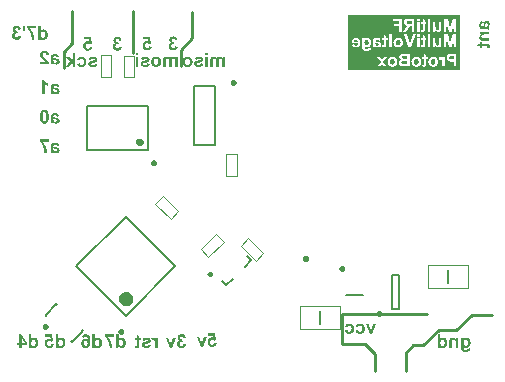
<source format=gbo>
%FSTAX25Y25*%
%MOIN*%
%SFA1B1*%

%IPPOS*%
%ADD25C,0.010000*%
%ADD47C,0.009840*%
%ADD48C,0.003940*%
%ADD49C,0.007870*%
%ADD78C,0.011810*%
%ADD79C,0.023620*%
%LNtop_board1-1*%
%LPD*%
G36*
X0259029Y0218497D02*
X0259101Y0218491D01*
X0259239Y0218458*
X0259357Y0218412*
X0259455Y021836*
X0259534Y0218307*
X0259593Y0218261*
X0259633Y0218228*
X0259639Y0218215*
X0259646*
X0259738Y0218097*
X0259803Y0217966*
X0259849Y0217835*
X0259882Y0217704*
X0259902Y0217592*
X0259908Y021754*
Y02175*
X0259915Y0217461*
Y0217435*
Y0217422*
Y0217415*
X0259908Y021731*
X0259895Y0217205*
X0259882Y0217113*
X0259862Y0217035*
X0259842Y0216969*
X0259823Y0216916*
X0259816Y0216884*
X025981Y021687*
X0259764Y0216779*
X0259718Y0216687*
X0259659Y0216608*
X0259606Y0216536*
X025956Y0216477*
X0259521Y0216431*
X0259495Y0216405*
X0259488Y0216392*
X0259514Y0216385*
X0259547Y0216372*
X0259574Y0216365*
X025958Y0216359*
X0259587*
X0259646Y0216339*
X0259698Y0216326*
X0259744Y0216313*
X0259777Y02163*
X0259803Y0216287*
X0259829Y021628*
X0259836Y0216273*
X0259842*
Y0215414*
X0259757Y0215454*
X0259679Y0215486*
X0259606Y0215513*
X0259541Y0215539*
X0259488Y0215552*
X0259442Y0215565*
X0259416Y0215572*
X025941*
X0259324Y0215585*
X0259219Y0215591*
X0259114Y0215604*
X0259009*
X0258918Y0215611*
X0258767*
X025775Y0215598*
X0257645*
X0257553Y0215604*
X0257468Y0215611*
X0257389Y0215617*
X0257317Y0215624*
X0257251Y0215637*
X0257192Y0215644*
X0257146Y0215657*
X02571Y021567*
X0257068Y0215677*
X0257009Y0215696*
X0256982Y0215709*
X0256969Y0215716*
X0256897Y0215768*
X0256825Y0215827*
X0256766Y0215893*
X0256713Y0215965*
X0256674Y0216024*
X0256648Y0216077*
X0256628Y0216109*
X0256622Y0216116*
Y0216123*
X0256595Y0216182*
X0256576Y0216241*
X0256536Y0216378*
X025651Y0216523*
X0256497Y0216661*
X0256484Y0216792*
Y0216844*
X0256477Y021689*
Y021693*
Y0216962*
Y0216982*
Y0216989*
Y0217107*
X025649Y0217212*
X0256497Y0217317*
X0256517Y0217408*
X025653Y02175*
X0256549Y0217579*
X0256576Y0217651*
X0256595Y0217717*
X0256615Y0217769*
X0256641Y0217822*
X0256661Y0217861*
X0256674Y02179*
X0256694Y0217927*
X02567Y0217946*
X0256713Y0217953*
Y0217959*
X0256812Y0218071*
X0256923Y0218163*
X0257041Y0218242*
X0257153Y0218307*
X0257258Y0218353*
X0257304Y0218373*
X0257343Y0218386*
X0257376Y0218399*
X0257402Y0218406*
X0257415Y0218412*
X0257422*
X0257566Y0217632*
X0257488Y0217599*
X0257422Y0217566*
X0257363Y0217533*
X0257317Y0217494*
X0257284Y0217467*
X0257264Y0217441*
X0257251Y0217428*
X0257245Y0217422*
X0257212Y0217369*
X0257186Y021731*
X0257173Y0217244*
X0257159Y0217185*
X0257153Y0217133*
X0257146Y0217093*
Y0217067*
Y0217054*
X0257153Y0216936*
X0257166Y0216838*
X0257179Y0216759*
X0257199Y0216693*
X0257225Y0216648*
X0257238Y0216615*
X0257251Y0216595*
X0257258Y0216588*
X0257304Y0216543*
X0257356Y021651*
X0257415Y021649*
X0257474Y021647*
X0257533Y0216464*
X0257579Y0216457*
X0257704*
X0257724Y0216503*
X0257743Y0216562*
X0257783Y0216687*
X0257816Y0216831*
X0257848Y0216969*
X0257881Y02171*
X0257894Y0217159*
X0257901Y0217212*
X0257907Y0217251*
X0257914Y0217284*
X025792Y0217303*
Y021731*
X0257953Y0217467*
X0257986Y0217612*
X0258019Y021773*
X0258052Y0217828*
X0258084Y0217907*
X0258104Y0217959*
X0258117Y0217992*
X0258124Y0218005*
X025817Y0218091*
X0258222Y0218163*
X0258281Y0218228*
X0258334Y0218274*
X025838Y021832*
X0258419Y0218347*
X0258445Y0218366*
X0258458Y0218373*
X0258544Y0218419*
X0258629Y0218451*
X0258708Y0218471*
X0258786Y0218484*
X0258852Y0218497*
X0258904Y0218504*
X025895*
X0259029Y0218497*
G37*
G36*
X0259842Y0213879D02*
X025817D01*
X0258084Y0213873*
X0258012Y0213866*
X025794*
X0257881Y021386*
X0257822Y0213853*
X0257776Y0213846*
X0257697Y0213833*
X0257645Y0213827*
X0257612Y0213813*
X0257606*
X0257533Y0213787*
X0257461Y0213748*
X0257409Y0213709*
X0257356Y0213669*
X0257324Y021363*
X0257291Y0213597*
X0257278Y0213577*
X0257271Y0213571*
X0257232Y0213499*
X0257199Y0213426*
X0257179Y0213361*
X0257159Y0213295*
X0257153Y0213243*
X0257146Y0213204*
Y0213171*
Y0213164*
X0257153Y0213099*
X0257159Y0213039*
X0257173Y0212994*
X0257192Y0212948*
X0257212Y0212908*
X0257225Y0212882*
X0257232Y0212869*
X0257238Y0212862*
X0257271Y0212816*
X025731Y0212784*
X0257389Y0212725*
X0257428Y0212705*
X0257455Y0212692*
X0257474Y0212679*
X0257481*
X0257514Y0212666*
X0257553Y0212659*
X0257651Y0212646*
X025777Y0212633*
X0257881Y0212626*
X0257993Y021262*
X0259842*
Y0211747*
X0257665*
X0257553Y0211754*
X0257448Y021176*
X0257369Y0211773*
X0257304Y021178*
X0257258Y0211793*
X0257225Y02118*
X0257219*
X025714Y0211819*
X0257074Y0211845*
X0257009Y0211872*
X0256956Y0211905*
X025691Y0211931*
X0256877Y021195*
X0256858Y0211964*
X0256851Y021197*
X0256792Y0212023*
X025674Y0212082*
X0256694Y0212141*
X0256654Y02122*
X0256622Y0212252*
X0256602Y0212298*
X0256589Y0212324*
X0256582Y0212337*
X0256549Y0212429*
X0256523Y0212521*
X0256504Y0212607*
X025649Y0212685*
X0256484Y0212757*
X0256477Y0212816*
Y0212849*
Y0212856*
Y0212862*
X0256484Y021298*
X0256504Y0213099*
X025653Y0213204*
X0256562Y0213308*
X0256608Y0213407*
X0256654Y0213492*
X0256707Y0213577*
X0256753Y021365*
X0256805Y0213715*
X0256858Y0213774*
X0256904Y0213827*
X025695Y0213866*
X0256982Y0213899*
X0257009Y0213925*
X0257028Y0213938*
X0257035Y0213945*
X0256549*
Y0214752*
X0259842*
Y0213879*
G37*
G36*
X0110257Y0215111D02*
X0110335Y021519D01*
X0110414Y0215262*
X0110493Y0215321*
X0110578Y021538*
X0110657Y0215419*
X0110735Y0215458*
X0110814Y0215491*
X0110886Y0215511*
X0110958Y0215531*
X0111018Y0215544*
X0111076Y0215557*
X0111122Y0215563*
X0111162Y021557*
X0111214*
X0111326Y0215563*
X0111431Y021555*
X0111529Y0215531*
X0111627Y0215504*
X0111792Y0215432*
X011187Y0215393*
X0111936Y0215353*
X0112002Y0215308*
X0112054Y0215268*
X01121Y0215235*
X0112139Y0215203*
X0112172Y021517*
X0112192Y021515*
X0112205Y0215137*
X0112211Y021513*
X0112277Y0215045*
X0112336Y0214953*
X0112389Y0214855*
X0112434Y021475*
X0112474Y0214645*
X0112507Y021454*
X0112552Y021433*
X0112566Y0214238*
X0112579Y0214146*
X0112585Y0214068*
X0112592Y0213996*
X0112598Y0213937*
Y0213897*
Y0213864*
Y0213858*
X0112592Y0213707*
X0112579Y0213569*
X0112559Y0213438*
X0112533Y0213313*
X0112507Y0213202*
X0112474Y0213097*
X0112434Y0213005*
X0112395Y021292*
X0112362Y0212841*
X0112323Y0212775*
X011229Y0212716*
X0112257Y021267*
X0112238Y0212631*
X0112218Y0212605*
X0112205Y0212592*
X0112198Y0212585*
X011212Y0212507*
X0112041Y0212434*
X0111955Y0212375*
X0111877Y0212323*
X0111792Y0212277*
X0111713Y0212244*
X0111634Y0212211*
X0111562Y0212192*
X011149Y0212172*
X0111424Y0212159*
X0111372Y0212146*
X0111319Y0212139*
X011128Y0212133*
X0111227*
X0111122Y0212139*
X0111024Y0212152*
X0110926Y0212172*
X011084Y0212198*
X0110775Y0212224*
X0110716Y0212244*
X0110683Y0212257*
X011067Y0212264*
X0110571Y0212323*
X0110479Y0212388*
X0110394Y0212461*
X0110329Y0212526*
X011027Y0212585*
X0110224Y0212638*
X0110197Y021267*
X0110191Y0212684*
Y0212205*
X0109384*
Y0216744*
X0110257*
Y0215111*
G37*
G36*
X0105166Y021597D02*
X0105008Y021513D01*
X0104366*
X0104221Y021597*
Y0216744*
X0105166*
Y021597*
G37*
G36*
X0108715Y0215878D02*
X010674D01*
X0106957Y0215583*
X0107147Y0215275*
X0107239Y021513*
X0107318Y021498*
X010739Y0214842*
X0107455Y0214711*
X0107514Y0214586*
X0107567Y0214475*
X0107613Y021437*
X0107652Y0214284*
X0107678Y0214219*
X0107698Y0214166*
X0107711Y0214133*
X0107718Y021412*
X0107783Y0213937*
X0107842Y0213759*
X0107888Y0213582*
X0107934Y0213412*
X0107967Y0213241*
X0108Y0213084*
X0108026Y0212933*
X0108046Y0212795*
X0108065Y021267*
X0108079Y0212552*
X0108092Y0212454*
X0108098Y0212369*
Y0212297*
X0108105Y0212244*
Y0212218*
Y0212205*
X0107265*
X0107259Y0212434*
X0107239Y021267*
X0107206Y02129*
X0107193Y0213005*
X0107173Y021311*
X0107154Y0213202*
X0107134Y0213294*
X0107121Y0213366*
X0107108Y0213431*
X0107095Y0213491*
X0107081Y021353*
X0107075Y0213556*
Y0213563*
X010699Y0213845*
X0106898Y0214114*
X0106852Y0214238*
X0106799Y0214356*
X0106754Y0214468*
X0106708Y0214573*
X0106662Y0214665*
X0106622Y021475*
X0106583Y0214829*
X0106557Y0214888*
X010653Y021494*
X0106511Y0214973*
X0106498Y0214999*
X0106491Y0215006*
X0106419Y021513*
X0106347Y0215249*
X0106281Y0215353*
X0106216Y0215458*
X010615Y021555*
X0106084Y0215636*
X0106025Y0215714*
X0105973Y0215787*
X010592Y0215852*
X0105874Y0215905*
X0105835Y021595*
X0105802Y021599*
X0105776Y0216016*
X0105756Y0216036*
X0105743Y0216049*
X0105737Y0216055*
Y0216685*
X0108715*
Y0215878*
G37*
G36*
X0257245Y0210822D02*
X0258911D01*
X025897Y0210816*
X0259075*
X025916Y0210809*
X0259226Y0210803*
X0259265*
X0259292Y0210796*
X0259298*
X025937Y0210783*
X0259436Y0210763*
X0259495Y0210743*
X0259541Y0210724*
X025958Y0210704*
X0259606Y0210691*
X0259626Y0210684*
X0259633Y0210678*
X0259679Y0210638*
X0259718Y0210593*
X0259784Y0210501*
X0259803Y0210461*
X0259823Y0210429*
X0259829Y0210402*
X0259836Y0210396*
X0259862Y0210324*
X0259882Y0210251*
X0259895Y0210179*
X0259902Y0210114*
X0259908Y0210055*
X0259915Y0210009*
Y0209982*
Y0209969*
X0259908Y0209832*
X0259895Y02097*
X0259875Y0209582*
X0259849Y0209484*
X0259829Y0209399*
X025981Y0209333*
X0259797Y0209294*
X025979Y0209287*
Y0209281*
X0259114Y0209359*
X0259141Y0209438*
X025916Y020951*
X0259173Y0209569*
X025918Y0209622*
X0259187Y0209661*
X0259193Y0209687*
Y0209707*
Y0209714*
X0259187Y0209773*
X0259173Y0209819*
X025916Y0209845*
X0259154Y0209858*
X0259114Y0209897*
X0259082Y0209917*
X0259055Y020993*
X0259042Y0209937*
X0259029*
X0259003Y0209943*
X0258865*
X0258786Y020995*
X0257245*
Y0209353*
X0256549*
Y020995*
X0255382*
X0255893Y0210822*
X0256549*
Y0211222*
X0257245*
Y0210822*
G37*
G36*
X0115243Y0197447D02*
X0115348Y019744D01*
X011544Y019742*
X0115532Y0197407*
X0115611Y0197388*
X0115683Y0197361*
X0115748Y0197342*
X0115801Y0197322*
X0115853Y0197296*
X0115893Y0197276*
X0115932Y0197263*
X0115958Y0197243*
X0115978Y0197237*
X0115984Y0197224*
X0115991*
X0116103Y0197125*
X0116194Y0197014*
X0116273Y0196896*
X0116339Y0196784*
X0116385Y0196679*
X0116404Y0196633*
X0116417Y0196594*
X011643Y0196561*
X0116437Y0196535*
X0116444Y0196522*
Y0196515*
X0115663Y0196371*
X011563Y0196449*
X0115597Y0196515*
X0115565Y0196574*
X0115525Y019662*
X0115499Y0196653*
X0115473Y0196673*
X011546Y0196686*
X0115453Y0196692*
X0115401Y0196725*
X0115341Y0196751*
X0115276Y0196764*
X0115217Y0196777*
X0115164Y0196784*
X0115125Y0196791*
X0115086*
X0114968Y0196784*
X0114869Y0196771*
X011479Y0196758*
X0114725Y0196738*
X0114679Y0196712*
X0114646Y0196699*
X0114627Y0196686*
X011462Y0196679*
X0114574Y0196633*
X0114541Y0196581*
X0114522Y0196522*
X0114502Y0196463*
X0114495Y0196404*
X0114489Y0196358*
Y0196331*
Y0196318*
Y0196233*
X0114535Y0196213*
X0114594Y0196194*
X0114718Y0196154*
X0114863Y0196122*
X0115Y0196089*
X0115132Y0196056*
X0115191Y0196043*
X0115243Y0196036*
X0115282Y019603*
X0115315Y0196023*
X0115335Y0196017*
X0115341*
X0115499Y0195984*
X0115643Y0195951*
X0115761Y0195918*
X011586Y0195885*
X0115938Y0195853*
X0115991Y0195833*
X0116024Y019582*
X0116037Y0195813*
X0116122Y0195767*
X0116194Y0195715*
X011626Y0195656*
X0116306Y0195603*
X0116352Y0195557*
X0116378Y0195518*
X0116398Y0195492*
X0116404Y0195479*
X011645Y0195393*
X0116483Y0195308*
X0116503Y0195229*
X0116516Y0195151*
X0116529Y0195085*
X0116535Y0195033*
Y0195*
Y0194987*
X0116529Y0194908*
X0116522Y0194836*
X011649Y0194698*
X0116444Y019458*
X0116391Y0194482*
X0116339Y0194403*
X0116293Y0194344*
X011626Y0194304*
X0116247Y0194298*
Y0194291*
X0116129Y01942*
X0115998Y0194134*
X0115866Y0194088*
X0115735Y0194055*
X0115624Y0194035*
X0115571Y0194029*
X0115532*
X0115492Y0194022*
X0115446*
X0115341Y0194029*
X0115237Y0194042*
X0115145Y0194055*
X0115066Y0194075*
X0115Y0194095*
X0114948Y0194114*
X0114915Y0194121*
X0114902Y0194127*
X011481Y0194173*
X0114718Y0194219*
X011464Y0194278*
X0114567Y0194331*
X0114508Y0194377*
X0114462Y0194416*
X0114436Y0194442*
X0114423Y0194449*
X0114417Y0194422*
X0114403Y019439*
X0114397Y0194363*
X011439Y0194357*
Y019435*
X0114371Y0194291*
X0114357Y0194239*
X0114344Y0194193*
X0114331Y019416*
X0114318Y0194134*
X0114312Y0194108*
X0114305Y0194101*
Y0194095*
X0113446*
X0113485Y019418*
X0113518Y0194258*
X0113544Y0194331*
X011357Y0194396*
X0113583Y0194449*
X0113597Y0194495*
X0113603Y0194521*
Y0194527*
X0113616Y0194613*
X0113623Y0194718*
X0113636Y0194823*
Y0194928*
X0113643Y0195019*
Y0195098*
Y0195131*
Y0195151*
Y0195164*
Y019517*
X0113629Y0196187*
Y0196292*
X0113636Y0196384*
X0113643Y0196469*
X0113649Y0196548*
X0113656Y019662*
X0113669Y0196686*
X0113675Y0196745*
X0113688Y0196791*
X0113701Y0196837*
X0113708Y0196869*
X0113728Y0196928*
X0113741Y0196955*
X0113747Y0196968*
X01138Y019704*
X0113859Y0197112*
X0113925Y0197171*
X0113997Y0197224*
X0114056Y0197263*
X0114108Y0197289*
X0114141Y0197309*
X0114148Y0197316*
X0114154*
X0114213Y0197342*
X0114272Y0197361*
X011441Y0197401*
X0114554Y0197427*
X0114692Y019744*
X0114823Y0197453*
X0114876*
X0114922Y019746*
X0115138*
X0115243Y0197447*
G37*
G36*
Y0187604D02*
X0115348Y0187598D01*
X011544Y0187578*
X0115532Y0187565*
X0115611Y0187545*
X0115683Y0187519*
X0115748Y0187499*
X0115801Y0187479*
X0115853Y0187453*
X0115893Y0187434*
X0115932Y018742*
X0115958Y0187401*
X0115978Y0187394*
X0115984Y0187381*
X0115991*
X0116103Y0187283*
X0116194Y0187171*
X0116273Y0187053*
X0116339Y0186942*
X0116385Y0186837*
X0116404Y0186791*
X0116417Y0186751*
X011643Y0186718*
X0116437Y0186692*
X0116444Y0186679*
Y0186673*
X0115663Y0186528*
X011563Y0186607*
X0115597Y0186673*
X0115565Y0186732*
X0115525Y0186778*
X0115499Y018681*
X0115473Y018683*
X011546Y0186843*
X0115453Y018685*
X0115401Y0186882*
X0115341Y0186909*
X0115276Y0186922*
X0115217Y0186935*
X0115164Y0186942*
X0115125Y0186948*
X0115086*
X0114968Y0186942*
X0114869Y0186928*
X011479Y0186915*
X0114725Y0186896*
X0114679Y0186869*
X0114646Y0186856*
X0114627Y0186843*
X011462Y0186837*
X0114574Y0186791*
X0114541Y0186738*
X0114522Y0186679*
X0114502Y018662*
X0114495Y0186561*
X0114489Y0186515*
Y0186489*
Y0186476*
Y018639*
X0114535Y0186371*
X0114594Y0186351*
X0114718Y0186312*
X0114863Y0186279*
X0115Y0186246*
X0115132Y0186213*
X0115191Y01862*
X0115243Y0186194*
X0115282Y0186187*
X0115315Y0186181*
X0115335Y0186174*
X0115341*
X0115499Y0186141*
X0115643Y0186108*
X0115761Y0186076*
X011586Y0186043*
X0115938Y018601*
X0115991Y018599*
X0116024Y0185977*
X0116037Y0185971*
X0116122Y0185925*
X0116194Y0185872*
X011626Y0185813*
X0116306Y0185761*
X0116352Y0185715*
X0116378Y0185676*
X0116398Y0185649*
X0116404Y0185636*
X011645Y0185551*
X0116483Y0185466*
X0116503Y0185387*
X0116516Y0185308*
X0116529Y0185242*
X0116535Y018519*
Y0185157*
Y0185144*
X0116529Y0185065*
X0116522Y0184993*
X011649Y0184855*
X0116444Y0184737*
X0116391Y0184639*
X0116339Y018456*
X0116293Y0184501*
X011626Y0184462*
X0116247Y0184455*
Y0184449*
X0116129Y0184357*
X0115998Y0184291*
X0115866Y0184245*
X0115735Y0184213*
X0115624Y0184193*
X0115571Y0184186*
X0115532*
X0115492Y018418*
X0115446*
X0115341Y0184186*
X0115237Y01842*
X0115145Y0184213*
X0115066Y0184232*
X0115Y0184252*
X0114948Y0184272*
X0114915Y0184278*
X0114902Y0184285*
X011481Y0184331*
X0114718Y0184377*
X011464Y0184436*
X0114567Y0184488*
X0114508Y0184534*
X0114462Y0184573*
X0114436Y01846*
X0114423Y0184606*
X0114417Y018458*
X0114403Y0184547*
X0114397Y0184521*
X011439Y0184514*
Y0184508*
X0114371Y0184449*
X0114357Y0184396*
X0114344Y018435*
X0114331Y0184318*
X0114318Y0184291*
X0114312Y0184265*
X0114305Y0184258*
Y0184252*
X0113446*
X0113485Y0184337*
X0113518Y0184416*
X0113544Y0184488*
X011357Y0184554*
X0113583Y0184606*
X0113597Y0184652*
X0113603Y0184678*
Y0184685*
X0113616Y018477*
X0113623Y0184875*
X0113636Y018498*
Y0185085*
X0113643Y0185177*
Y0185256*
Y0185288*
Y0185308*
Y0185321*
Y0185328*
X0113629Y0186345*
Y018645*
X0113636Y0186541*
X0113643Y0186627*
X0113649Y0186705*
X0113656Y0186778*
X0113669Y0186843*
X0113675Y0186902*
X0113688Y0186948*
X0113701Y0186994*
X0113708Y0187027*
X0113728Y0187086*
X0113741Y0187112*
X0113747Y0187125*
X01138Y0187197*
X0113859Y018727*
X0113925Y0187329*
X0113997Y0187381*
X0114056Y018742*
X0114108Y0187447*
X0114141Y0187466*
X0114148Y0187473*
X0114154*
X0114213Y0187499*
X0114272Y0187519*
X011441Y0187558*
X0114554Y0187584*
X0114692Y0187598*
X0114823Y0187611*
X0114876*
X0114922Y0187617*
X0115138*
X0115243Y0187604*
G37*
G36*
X0111511Y0198509D02*
X0111596Y0198372D01*
X0111688Y019824*
X0111779Y0198135*
X0111858Y019805*
X011193Y0197985*
X0111957Y0197958*
X0111976Y0197939*
X0111989Y0197932*
X0111996Y0197925*
X011214Y0197821*
X0112278Y0197729*
X0112403Y0197657*
X0112514Y0197604*
X0112606Y0197565*
X0112672Y0197532*
X0112698Y0197525*
X0112717Y0197519*
X0112724Y0197512*
X0112731*
Y0196725*
X0112495Y0196817*
X0112285Y0196915*
X0112186Y0196968*
X0112094Y0197027*
X0112009Y0197079*
X011193Y0197132*
X0111858Y0197184*
X0111793Y019723*
X011174Y0197269*
X0111694Y0197309*
X0111655Y0197342*
X0111629Y0197361*
X0111615Y0197374*
X0111609Y0197381*
Y0194095*
X0110736*
Y019866*
X0111445*
X0111511Y0198509*
G37*
G36*
X0111576Y0208496D02*
X0111681Y020849D01*
X0111884Y0208457*
X0112055Y0208404*
X0112134Y0208378*
X0112206Y0208345*
X0112271Y0208319*
X0112324Y0208286*
X0112376Y020826*
X0112416Y020824*
X0112449Y0208214*
X0112468Y0208201*
X0112481Y0208194*
X0112488Y0208188*
X011256Y0208122*
X0112626Y0208057*
X0112685Y0207978*
X0112737Y0207893*
X0112816Y0207722*
X0112882Y0207558*
X0112901Y0207473*
X0112921Y0207401*
X0112941Y0207335*
X0112947Y0207276*
X011296Y0207224*
Y0207191*
X0112967Y0207165*
Y0207158*
X0112101Y0207073*
X0112088Y0207204*
X0112062Y0207315*
X0112035Y0207414*
X0112003Y0207486*
X0111976Y0207545*
X011195Y0207584*
X011193Y0207611*
X0111924Y0207617*
X0111858Y020767*
X0111786Y0207709*
X0111714Y0207742*
X0111642Y0207762*
X0111583Y0207775*
X011153Y0207781*
X0111484*
X0111386Y0207775*
X0111301Y0207755*
X0111228Y0207729*
X0111163Y0207702*
X0111117Y0207676*
X0111077Y020765*
X0111058Y020763*
X0111051Y0207624*
X0110999Y0207558*
X0110959Y0207486*
X0110933Y0207414*
X0110914Y0207342*
X01109Y0207276*
X0110894Y0207217*
Y0207184*
Y0207178*
Y0207171*
X01109Y0207073*
X011092Y0206981*
X0110953Y0206889*
X0110986Y020681*
X0111019Y0206738*
X0111051Y0206686*
X0111071Y0206653*
X0111077Y020664*
X0111104Y02066*
X0111143Y0206554*
X0111196Y0206495*
X0111248Y0206443*
X0111366Y0206318*
X0111484Y0206194*
X0111602Y0206076*
X0111655Y0206023*
X0111707Y0205984*
X0111747Y0205944*
X0111773Y0205918*
X0111793Y0205898*
X0111799Y0205892*
X011193Y0205767*
X0112048Y0205649*
X011216Y0205538*
X0112258Y0205439*
X011235Y0205341*
X0112429Y0205249*
X0112501Y020517*
X011256Y0205092*
X0112613Y0205026*
X0112659Y0204967*
X0112698Y0204921*
X0112724Y0204875*
X011275Y0204849*
X0112763Y0204823*
X0112777Y0204809*
Y0204803*
X0112862Y0204652*
X0112927Y0204495*
X011298Y020435*
X0113019Y0204219*
X0113046Y0204101*
X0113052Y0204055*
X0113059Y0204016*
X0113065Y0203983*
X0113072Y0203957*
Y0203944*
Y0203937*
X0110021*
Y0204744*
X0111753*
X0111701Y0204829*
X0111642Y0204901*
X0111615Y0204934*
X0111596Y020496*
X0111583Y0204974*
X0111576Y020498*
X011155Y0205006*
X0111524Y0205039*
X0111445Y0205111*
X011136Y0205196*
X0111274Y0205282*
X0111189Y0205361*
X0111117Y0205426*
X0111091Y0205452*
X0111071Y0205472*
X0111058Y0205479*
X0111051Y0205485*
X0110907Y0205623*
X0110789Y0205734*
X011069Y0205839*
X0110612Y0205918*
X0110553Y0205984*
X0110513Y020603*
X0110487Y0206062*
X0110481Y0206069*
X0110395Y0206181*
X0110323Y0206286*
X0110264Y0206384*
X0110218Y0206469*
X0110179Y0206541*
X0110153Y02066*
X0110139Y0206633*
X0110133Y0206646*
X0110093Y0206751*
X0110067Y0206856*
X0110048Y0206955*
X0110035Y0207047*
X0110028Y0207119*
X0110021Y0207178*
Y0207217*
Y020723*
X0110028Y0207329*
X0110041Y0207427*
X0110054Y0207519*
X011008Y0207604*
X0110146Y0207755*
X0110212Y0207886*
X0110251Y0207945*
X0110284Y0207991*
X0110317Y0208037*
X0110349Y020807*
X0110376Y0208096*
X0110389Y0208122*
X0110402Y0208129*
X0110408Y0208135*
X0110481Y0208201*
X0110566Y020826*
X0110645Y0208306*
X0110736Y0208345*
X0110907Y0208411*
X0111077Y0208457*
X0111156Y020847*
X0111228Y0208483*
X0111294Y020849*
X0111353Y0208496*
X0111399Y0208503*
X0111465*
X0111576Y0208496*
G37*
G36*
X0115243Y0207289D02*
X0115348Y0207283D01*
X011544Y0207263*
X0115532Y020725*
X0115611Y020723*
X0115683Y0207204*
X0115748Y0207184*
X0115801Y0207165*
X0115853Y0207138*
X0115893Y0207119*
X0115932Y0207105*
X0115958Y0207086*
X0115978Y0207079*
X0115984Y0207066*
X0115991*
X0116103Y0206968*
X0116194Y0206856*
X0116273Y0206738*
X0116339Y0206627*
X0116385Y0206522*
X0116404Y0206476*
X0116417Y0206436*
X011643Y0206404*
X0116437Y0206377*
X0116444Y0206364*
Y0206358*
X0115663Y0206213*
X011563Y0206292*
X0115597Y0206358*
X0115565Y0206417*
X0115525Y0206463*
X0115499Y0206495*
X0115473Y0206515*
X011546Y0206528*
X0115453Y0206535*
X0115401Y0206568*
X0115341Y0206594*
X0115276Y0206607*
X0115217Y020662*
X0115164Y0206627*
X0115125Y0206633*
X0115086*
X0114968Y0206627*
X0114869Y0206613*
X011479Y02066*
X0114725Y0206581*
X0114679Y0206554*
X0114646Y0206541*
X0114627Y0206528*
X011462Y0206522*
X0114574Y0206476*
X0114541Y0206423*
X0114522Y0206364*
X0114502Y0206305*
X0114495Y0206246*
X0114489Y02062*
Y0206174*
Y0206161*
Y0206076*
X0114535Y0206056*
X0114594Y0206036*
X0114718Y0205997*
X0114863Y0205964*
X0115Y0205931*
X0115132Y0205898*
X0115191Y0205885*
X0115243Y0205879*
X0115282Y0205872*
X0115315Y0205866*
X0115335Y0205859*
X0115341*
X0115499Y0205826*
X0115643Y0205793*
X0115761Y0205761*
X011586Y0205728*
X0115938Y0205695*
X0115991Y0205675*
X0116024Y0205662*
X0116037Y0205656*
X0116122Y020561*
X0116194Y0205557*
X011626Y0205498*
X0116306Y0205446*
X0116352Y02054*
X0116378Y0205361*
X0116398Y0205334*
X0116404Y0205321*
X011645Y0205236*
X0116483Y0205151*
X0116503Y0205072*
X0116516Y0204993*
X0116529Y0204928*
X0116535Y0204875*
Y0204842*
Y0204829*
X0116529Y020475*
X0116522Y0204678*
X011649Y020454*
X0116444Y0204422*
X0116391Y0204324*
X0116339Y0204245*
X0116293Y0204186*
X011626Y0204147*
X0116247Y020414*
Y0204134*
X0116129Y0204042*
X0115998Y0203976*
X0115866Y020393*
X0115735Y0203898*
X0115624Y0203878*
X0115571Y0203871*
X0115532*
X0115492Y0203865*
X0115446*
X0115341Y0203871*
X0115237Y0203885*
X0115145Y0203898*
X0115066Y0203917*
X0115Y0203937*
X0114948Y0203957*
X0114915Y0203963*
X0114902Y020397*
X011481Y0204016*
X0114718Y0204062*
X011464Y0204121*
X0114567Y0204173*
X0114508Y0204219*
X0114462Y0204258*
X0114436Y0204285*
X0114423Y0204291*
X0114417Y0204265*
X0114403Y0204232*
X0114397Y0204206*
X011439Y0204199*
Y0204193*
X0114371Y0204134*
X0114357Y0204081*
X0114344Y0204035*
X0114331Y0204003*
X0114318Y0203976*
X0114312Y020395*
X0114305Y0203944*
Y0203937*
X0113446*
X0113485Y0204022*
X0113518Y0204101*
X0113544Y0204173*
X011357Y0204239*
X0113583Y0204291*
X0113597Y0204337*
X0113603Y0204363*
Y020437*
X0113616Y0204455*
X0113623Y020456*
X0113636Y0204665*
Y020477*
X0113643Y0204862*
Y0204941*
Y0204974*
Y0204993*
Y0205006*
Y0205013*
X0113629Y020603*
Y0206135*
X0113636Y0206226*
X0113643Y0206312*
X0113649Y0206391*
X0113656Y0206463*
X0113669Y0206528*
X0113675Y0206587*
X0113688Y0206633*
X0113701Y0206679*
X0113708Y0206712*
X0113728Y0206771*
X0113741Y0206797*
X0113747Y020681*
X01138Y0206883*
X0113859Y0206955*
X0113925Y0207014*
X0113997Y0207066*
X0114056Y0207105*
X0114108Y0207132*
X0114141Y0207151*
X0114148Y0207158*
X0114154*
X0114213Y0207184*
X0114272Y0207204*
X011441Y0207243*
X0114554Y020727*
X0114692Y0207283*
X0114823Y0207296*
X0114876*
X0114922Y0207302*
X0115138*
X0115243Y0207289*
G37*
G36*
X0102384Y0216764D02*
X0102509Y0216751D01*
X0102627Y0216725*
X0102726Y0216698*
X0102804Y0216672*
X010287Y0216646*
X0102909Y0216633*
X0102916Y0216626*
X0102922*
X0103027Y0216567*
X0103126Y0216501*
X0103205Y0216436*
X010327Y0216377*
X0103323Y0216318*
X0103362Y0216272*
X0103388Y0216246*
X0103395Y0216233*
X0103454Y0216134*
X0103506Y0216029*
X0103546Y0215918*
X0103585Y0215813*
X0103611Y0215714*
X0103631Y0215642*
X0103638Y0215609*
Y021559*
X0103644Y0215577*
Y021557*
X0102844Y0215439*
X0102824Y0215544*
X0102798Y0215636*
X0102772Y0215714*
X0102739Y0215773*
X0102706Y0215826*
X010268Y0215865*
X010266Y0215885*
X0102654Y0215891*
X0102594Y0215944*
X0102529Y0215983*
X0102463Y0216009*
X0102404Y0216029*
X0102352Y0216042*
X0102312Y0216049*
X0102273*
X0102194Y0216042*
X0102115Y0216029*
X0102057Y0216003*
X0102004Y0215983*
X0101958Y0215957*
X0101932Y0215931*
X0101912Y0215918*
X0101906Y0215911*
X010186Y0215859*
X0101827Y0215793*
X0101801Y0215734*
X0101787Y0215675*
X0101774Y0215622*
X0101768Y0215583*
Y0215557*
Y0215544*
X0101774Y0215445*
X0101794Y021536*
X0101827Y0215288*
X010186Y0215229*
X0101899Y0215176*
X0101925Y0215144*
X0101952Y0215117*
X0101958Y0215111*
X0102037Y0215058*
X0102122Y0215019*
X0102214Y0214993*
X0102299Y0214973*
X0102378Y0214967*
X0102444Y021496*
X0102503*
X0102594Y0214258*
X0102509Y0214278*
X0102437Y0214297*
X0102365Y0214311*
X0102306Y0214317*
X010226Y0214324*
X0102194*
X0102102Y0214317*
X0102024Y0214291*
X0101952Y0214265*
X0101886Y0214225*
X010184Y0214192*
X0101801Y021416*
X0101774Y0214133*
X0101768Y0214127*
X0101709Y0214048*
X0101663Y0213963*
X010163Y0213878*
X0101604Y0213792*
X0101591Y0213714*
X0101584Y0213654*
Y0213615*
Y0213609*
Y0213602*
X0101591Y0213477*
X010161Y0213366*
X0101643Y0213267*
X0101676Y0213189*
X0101715Y021313*
X0101742Y0213084*
X0101768Y0213051*
X0101774Y0213044*
X0101847Y0212979*
X0101925Y0212926*
X0101997Y0212894*
X010207Y0212867*
X0102135Y0212854*
X0102181Y0212848*
X0102214Y0212841*
X0102227*
X0102319Y0212848*
X0102398Y0212867*
X010247Y0212894*
X0102535Y0212926*
X0102581Y0212953*
X0102621Y0212979*
X0102647Y0212999*
X0102654Y0213005*
X0102713Y0213077*
X0102765Y0213156*
X0102798Y0213241*
X0102831Y021332*
X010285Y0213392*
X0102863Y0213451*
X010287Y0213491*
Y0213497*
Y0213504*
X010371Y0213399*
X0103697Y0213294*
X010367Y0213195*
X0103611Y0213012*
X0103539Y0212854*
X0103493Y0212789*
X0103454Y0212723*
X0103414Y0212664*
X0103375Y0212618*
X0103342Y0212572*
X010331Y0212539*
X0103283Y0212513*
X0103264Y0212493*
X010325Y021248*
X0103244Y0212474*
X0103165Y0212415*
X010308Y0212356*
X0103001Y021231*
X0102909Y021227*
X0102739Y0212205*
X0102581Y0212165*
X0102503Y0212152*
X0102437Y0212139*
X0102378Y0212133*
X0102325Y0212126*
X0102279Y0212119*
X010222*
X0102102Y0212126*
X0101984Y0212139*
X0101879Y0212159*
X0101774Y0212185*
X0101683Y0212218*
X0101591Y0212251*
X0101505Y021229*
X0101433Y0212329*
X0101368Y0212369*
X0101302Y0212408*
X0101256Y0212441*
X010121Y0212474*
X0101178Y02125*
X0101151Y021252*
X0101138Y0212533*
X0101132Y0212539*
X0101053Y0212618*
X0100987Y0212703*
X0100928Y0212789*
X0100876Y0212874*
X0100836Y0212966*
X0100797Y0213051*
X0100744Y0213208*
X0100731Y0213281*
X0100718Y0213353*
X0100705Y0213412*
X0100699Y0213464*
X0100692Y0213504*
Y0213536*
Y0213556*
Y0213563*
X0100705Y0213714*
X0100731Y0213845*
X0100764Y0213969*
X010081Y0214068*
X0100856Y0214153*
X0100889Y0214212*
X0100915Y0214251*
X0100928Y0214265*
X010102Y0214363*
X0101125Y0214448*
X010123Y0214514*
X0101328Y0214566*
X0101414Y0214606*
X0101486Y0214625*
X0101512Y0214638*
X0101532*
X0101545Y0214645*
X0101551*
X0101433Y0214717*
X0101335Y0214789*
X010125Y0214868*
X0101171Y0214947*
X0101105Y0215025*
X0101053Y0215104*
X0101014Y0215183*
X0100974Y0215255*
X0100948Y0215327*
X0100928Y0215393*
X0100915Y0215452*
X0100909Y0215504*
X0100902Y0215544*
X0100895Y0215577*
Y0215596*
Y0215603*
X0100902Y0215682*
X0100909Y0215754*
X0100948Y0215898*
X0100994Y0216029*
X0101053Y0216141*
X0101112Y0216233*
X0101164Y0216298*
X0101184Y0216324*
X0101204Y0216344*
X010121Y0216351*
X0101217Y0216357*
X0101289Y0216429*
X0101374Y0216495*
X0101453Y0216547*
X0101538Y0216593*
X010163Y0216639*
X0101715Y0216672*
X0101879Y0216718*
X0101952Y0216738*
X0102024Y0216751*
X0102083Y0216757*
X0102142Y0216764*
X0102188Y0216771*
X0102247*
X0102384Y0216764*
G37*
G36*
X0142799Y020315D02*
X0141926D01*
Y0206443*
X0142799*
Y020315*
G37*
G36*
X0148886Y0206508D02*
X014905Y0206482D01*
X0149201Y0206449*
X0149332Y020641*
X0149385Y0206384*
X0149437Y0206364*
X0149483Y0206351*
X0149516Y0206331*
X0149549Y0206318*
X0149569Y0206305*
X0149582Y0206298*
X0149588*
X0149726Y0206207*
X0149844Y0206108*
X0149949Y0206003*
X0150034Y0205905*
X01501Y0205813*
X0150152Y0205741*
X0150172Y0205715*
X0150179Y0205695*
X0150192Y0205682*
Y0205675*
X0150264Y0205524*
X015031Y0205374*
X0150349Y0205236*
X0150375Y0205111*
X0150389Y0204999*
X0150395Y0204954*
Y0204914*
X0150402Y0204888*
Y0204862*
Y0204849*
Y0204842*
X0150395Y0204639*
X0150369Y0204449*
X0150336Y0204285*
X0150316Y0204212*
X0150297Y0204147*
X0150277Y0204088*
X0150257Y0204035*
X0150238Y0203989*
X0150224Y020395*
X0150211Y0203917*
X0150198Y0203898*
X0150192Y0203884*
Y0203878*
X01501Y020374*
X0150002Y0203622*
X0149897Y0203517*
X0149798Y0203432*
X0149706Y0203366*
X0149634Y020332*
X0149608Y02033*
X0149588Y0203287*
X0149575Y0203281*
X0149569*
X0149411Y0203215*
X014926Y0203163*
X0149116Y020313*
X0148978Y0203104*
X0148867Y0203091*
X0148821Y0203084*
X0148781*
X0148749Y0203077*
X0148703*
X0148565Y0203084*
X014844Y0203097*
X0148316Y0203123*
X0148204Y0203156*
X0148093Y0203189*
X0147994Y0203228*
X0147902Y0203274*
X0147817Y020332*
X0147745Y0203366*
X0147679Y0203412*
X014762Y0203451*
X0147574Y0203484*
X0147535Y0203517*
X0147509Y0203543*
X0147496Y0203556*
X0147489Y0203563*
X0147404Y0203661*
X0147332Y020376*
X0147266Y0203858*
X0147207Y0203963*
X0147161Y0204068*
X0147122Y0204173*
X0147089Y0204271*
X0147063Y020437*
X0147043Y0204455*
X014703Y020454*
X0147017Y0204612*
X014701Y0204678*
X0147004Y0204731*
Y020477*
Y0204796*
Y0204803*
X014701Y0204941*
X0147023Y0205072*
X0147049Y020519*
X0147076Y0205308*
X0147115Y0205413*
X0147154Y0205518*
X01472Y020561*
X014724Y0205695*
X0147286Y0205767*
X0147332Y0205839*
X0147371Y0205892*
X014741Y0205944*
X0147437Y0205977*
X0147463Y020601*
X0147476Y0206023*
X0147483Y0206029*
X0147574Y0206115*
X0147673Y0206187*
X0147771Y0206253*
X0147876Y0206311*
X0147981Y0206358*
X0148079Y0206397*
X0148178Y020643*
X0148276Y0206456*
X0148362Y0206475*
X0148447Y0206489*
X0148519Y0206502*
X0148584Y0206508*
X0148637Y0206515*
X0148709*
X0148886Y0206508*
G37*
G36*
X0154193D02*
X0154298Y0206495D01*
X0154397Y0206469*
X0154495Y0206436*
X0154666Y0206351*
X0154744Y0206298*
X0154817Y0206253*
X0154882Y0206207*
X0154941Y0206154*
X0154987Y0206115*
X0155026Y0206075*
X0155059Y0206036*
X0155086Y020601*
X0155099Y0205997*
X0155105Y020599*
Y0206443*
X0155905*
Y020315*
X0155033*
Y0204744*
Y0204908*
X015502Y0205052*
X0155013Y0205164*
X0155Y0205262*
X0154987Y0205328*
X0154981Y020538*
X0154967Y0205413*
Y0205419*
X0154935Y0205491*
X0154902Y0205557*
X0154862Y020561*
X0154823Y0205656*
X015479Y0205688*
X0154764Y0205715*
X0154744Y0205728*
X0154738Y0205734*
X0154672Y0205774*
X0154613Y02058*
X0154554Y020582*
X0154495Y0205833*
X0154449Y0205839*
X015441Y0205846*
X0154318*
X0154265Y0205833*
X015422Y0205826*
X015418Y0205813*
X0154154Y02058*
X0154134Y0205787*
X0154121Y020578*
X0154115Y0205774*
X0154082Y0205747*
X0154049Y0205715*
X0154003Y0205642*
X015399Y0205616*
X0153977Y020559*
X015397Y020557*
Y0205564*
X0153964Y0205537*
X0153951Y0205498*
X0153937Y0205406*
X0153931Y0205308*
X0153924Y0205203*
X0153918Y0205104*
Y0205026*
Y0204993*
Y0204967*
Y0204954*
Y0204947*
Y020315*
X0153045*
Y0204724*
Y0204888*
X0153032Y0205026*
X0153026Y0205144*
X0153013Y0205242*
X0152999Y0205314*
X0152993Y0205367*
X015298Y0205393*
Y0205406*
X0152947Y0205485*
X0152914Y0205551*
X0152875Y0205603*
X0152835Y0205649*
X0152803Y0205688*
X0152776Y0205715*
X0152757Y0205728*
X015275Y0205734*
X0152691Y0205774*
X0152626Y02058*
X0152567Y020582*
X0152514Y0205833*
X0152468Y0205839*
X0152435Y0205846*
X0152402*
X0152317Y0205839*
X0152239Y020582*
X0152173Y0205787*
X015212Y0205754*
X0152081Y0205715*
X0152055Y0205688*
X0152035Y0205662*
X0152029Y0205656*
X0152015Y0205623*
X0151996Y020559*
X0151976Y0205498*
X0151956Y0205393*
X015195Y0205288*
X0151943Y020519*
X0151937Y0205104*
Y0205072*
Y0205045*
Y0205032*
Y0205026*
Y020315*
X0151064*
Y0205249*
X0151071Y0205413*
X0151077Y0205557*
X0151091Y0205675*
X015111Y0205767*
X015113Y0205839*
X0151143Y0205892*
X0151149Y0205925*
X0151156Y0205931*
X0151208Y0206036*
X0151268Y0206121*
X0151333Y0206193*
X0151392Y0206259*
X0151451Y0206305*
X0151497Y0206338*
X0151523Y0206358*
X0151537Y0206364*
X0151635Y0206417*
X015174Y0206449*
X0151838Y0206475*
X0151937Y0206495*
X0152022Y0206508*
X0152088Y0206515*
X0152147*
X0152252Y0206508*
X015235Y0206495*
X0152442Y0206475*
X0152521Y0206449*
X0152586Y0206423*
X0152639Y0206403*
X0152671Y020639*
X0152684Y0206384*
X0152776Y0206331*
X0152862Y0206266*
X015294Y02062*
X0153013Y0206134*
X0153072Y0206075*
X0153111Y0206029*
X0153137Y0205997*
X015315Y0205983*
X0153209Y0206075*
X0153275Y0206161*
X0153341Y0206226*
X01534Y0206285*
X0153452Y0206331*
X0153498Y0206358*
X0153524Y0206377*
X0153537Y0206384*
X0153629Y020643*
X0153721Y0206462*
X0153813Y0206482*
X0153898Y0206502*
X015397Y0206508*
X0154029Y0206515*
X0154082*
X0154193Y0206508*
G37*
G36*
X015458Y0213221D02*
X0154705Y0213208D01*
X0154823Y0213181*
X0154921Y0213155*
X0155Y0213129*
X0155066Y0213103*
X0155105Y0213089*
X0155112Y0213083*
X0155118*
X0155223Y0213024*
X0155322Y0212958*
X01554Y0212893*
X0155466Y0212834*
X0155518Y0212774*
X0155558Y0212729*
X0155584Y0212702*
X0155591Y0212689*
X015565Y0212591*
X0155702Y0212486*
X0155742Y0212374*
X0155781Y0212269*
X0155807Y0212171*
X0155827Y0212099*
X0155833Y0212066*
Y0212046*
X015584Y0212033*
Y0212027*
X015504Y0211895*
X015502Y0212*
X0154994Y0212092*
X0154967Y0212171*
X0154935Y021223*
X0154902Y0212282*
X0154876Y0212322*
X0154856Y0212342*
X0154849Y0212348*
X015479Y0212401*
X0154725Y021244*
X0154659Y0212466*
X01546Y0212486*
X0154548Y0212499*
X0154508Y0212506*
X0154469*
X015439Y0212499*
X0154311Y0212486*
X0154252Y021246*
X01542Y021244*
X0154154Y0212414*
X0154128Y0212387*
X0154108Y0212374*
X0154102Y0212368*
X0154056Y0212315*
X0154023Y021225*
X0153997Y0212191*
X0153983Y0212132*
X015397Y0212079*
X0153964Y021204*
Y0212014*
Y0212*
X015397Y0211902*
X015399Y0211817*
X0154023Y0211745*
X0154056Y0211686*
X0154095Y0211633*
X0154121Y02116*
X0154147Y0211574*
X0154154Y0211567*
X0154233Y0211515*
X0154318Y0211476*
X015441Y0211449*
X0154495Y021143*
X0154574Y0211423*
X0154639Y0211417*
X0154699*
X015479Y0210715*
X0154705Y0210734*
X0154633Y0210754*
X0154561Y0210767*
X0154502Y0210774*
X0154456Y021078*
X015439*
X0154298Y0210774*
X015422Y0210748*
X0154147Y0210721*
X0154082Y0210682*
X0154036Y0210649*
X0153997Y0210616*
X015397Y021059*
X0153964Y0210583*
X0153905Y0210505*
X0153859Y021042*
X0153826Y0210334*
X01538Y0210249*
X0153787Y021017*
X015378Y0210111*
Y0210072*
Y0210065*
Y0210059*
X0153787Y0209934*
X0153806Y0209823*
X0153839Y0209724*
X0153872Y0209645*
X0153911Y0209586*
X0153937Y0209541*
X0153964Y0209508*
X015397Y0209501*
X0154042Y0209436*
X0154121Y0209383*
X0154193Y020935*
X0154265Y0209324*
X0154331Y0209311*
X0154377Y0209304*
X015441Y0209298*
X0154423*
X0154515Y0209304*
X0154594Y0209324*
X0154666Y020935*
X0154731Y0209383*
X0154777Y0209409*
X0154817Y0209436*
X0154843Y0209455*
X0154849Y0209462*
X0154908Y0209534*
X0154961Y0209613*
X0154994Y0209698*
X0155026Y0209777*
X0155046Y0209849*
X0155059Y0209908*
X0155066Y0209947*
Y0209954*
Y020996*
X0155905Y0209855*
X0155892Y020975*
X0155866Y0209652*
X0155807Y0209468*
X0155735Y0209311*
X0155689Y0209245*
X015565Y020918*
X015561Y0209121*
X0155571Y0209075*
X0155538Y0209029*
X0155505Y0208996*
X0155479Y020897*
X0155459Y020895*
X0155446Y0208937*
X015544Y020893*
X0155361Y0208871*
X0155276Y0208812*
X0155197Y0208766*
X0155105Y0208727*
X0154935Y0208661*
X0154777Y0208622*
X0154699Y0208609*
X0154633Y0208596*
X0154574Y0208589*
X0154521Y0208583*
X0154475Y0208576*
X0154416*
X0154298Y0208583*
X015418Y0208596*
X0154075Y0208615*
X015397Y0208642*
X0153878Y0208675*
X0153787Y0208707*
X0153701Y0208747*
X0153629Y0208786*
X0153564Y0208825*
X0153498Y0208865*
X0153452Y0208898*
X0153406Y020893*
X0153373Y0208957*
X0153347Y0208976*
X0153334Y0208989*
X0153327Y0208996*
X0153249Y0209075*
X0153183Y020916*
X0153124Y0209245*
X0153072Y0209331*
X0153032Y0209422*
X0152993Y0209508*
X015294Y0209665*
X0152927Y0209737*
X0152914Y0209809*
X0152901Y0209869*
X0152894Y0209921*
X0152888Y020996*
Y0209993*
Y0210013*
Y0210019*
X0152901Y021017*
X0152927Y0210301*
X015296Y0210426*
X0153006Y0210525*
X0153052Y021061*
X0153085Y0210669*
X0153111Y0210708*
X0153124Y0210721*
X0153216Y021082*
X0153321Y0210905*
X0153426Y021097*
X0153524Y0211023*
X015361Y0211062*
X0153682Y0211082*
X0153708Y0211095*
X0153728*
X0153741Y0211102*
X0153747*
X0153629Y0211174*
X0153531Y0211246*
X0153445Y0211325*
X0153367Y0211403*
X0153301Y0211482*
X0153249Y0211561*
X0153209Y021164*
X015317Y0211712*
X0153144Y0211784*
X0153124Y021185*
X0153111Y0211909*
X0153104Y0211961*
X0153098Y0212*
X0153091Y0212033*
Y0212053*
Y0212059*
X0153098Y0212138*
X0153104Y021221*
X0153144Y0212355*
X015319Y0212486*
X0153249Y0212597*
X0153308Y0212689*
X015336Y0212755*
X015338Y0212781*
X01534Y0212801*
X0153406Y0212807*
X0153413Y0212814*
X0153485Y0212886*
X015357Y0212952*
X0153649Y0213004*
X0153734Y021305*
X0153826Y0213096*
X0153911Y0213129*
X0154075Y0213175*
X0154147Y0213194*
X015422Y0213208*
X0154279Y0213214*
X0154338Y0213221*
X0154384Y0213227*
X0154443*
X015458Y0213221*
G37*
G36*
X0142799Y0206882D02*
X0141926D01*
Y0207689*
X0142799*
Y0206882*
G37*
G36*
X0145377Y0206502D02*
X0145488Y0206489D01*
X0145593Y0206469*
X0145685Y0206449*
X014577Y0206423*
X0145849Y0206397*
X0145921Y0206371*
X014598Y0206338*
X0146033Y0206311*
X0146079Y0206285*
X0146111Y0206266*
X0146144Y0206246*
X0146164Y0206233*
X014617Y0206226*
X0146177Y020622*
X0146236Y0206167*
X0146289Y0206108*
X0146335Y0206049*
X0146367Y0205983*
X0146433Y0205866*
X0146472Y0205754*
X0146492Y0205656*
X0146499Y020561*
X0146505Y0205577*
X0146512Y0205544*
Y0205524*
Y0205511*
Y0205505*
X0146505Y0205419*
X0146492Y0205341*
X0146479Y0205262*
X0146452Y020519*
X0146387Y0205065*
X0146315Y020496*
X0146249Y0204875*
X0146184Y0204816*
X0146157Y020479*
X0146144Y0204777*
X0146131Y020477*
X0146124Y0204763*
X0146065Y0204731*
X0145987Y0204691*
X0145895Y0204652*
X0145797Y0204619*
X0145692Y020458*
X014558Y0204547*
X0145351Y0204481*
X0145239Y0204449*
X0145134Y0204422*
X0145042Y0204396*
X0144957Y0204376*
X0144885Y0204363*
X0144832Y020435*
X0144799Y0204337*
X0144786*
X0144708Y0204317*
X0144649Y0204298*
X0144596Y0204278*
X0144557Y0204265*
X014453Y0204245*
X0144511Y0204239*
X0144498Y0204225*
X0144458Y0204173*
X0144439Y020412*
X0144432Y0204081*
Y0204068*
Y0204061*
X0144439Y0204009*
X0144452Y0203963*
X0144471Y0203924*
X0144491Y0203891*
X0144511Y0203865*
X014453Y0203845*
X0144544Y0203832*
X014455Y0203825*
X0144622Y0203786*
X0144701Y020376*
X0144786Y0203733*
X0144865Y020372*
X0144937Y0203714*
X0145003Y0203707*
X0145055*
X0145167Y0203714*
X0145259Y0203727*
X0145344Y0203747*
X014541Y0203773*
X0145462Y0203793*
X0145501Y0203812*
X0145528Y0203825*
X0145534Y0203832*
X0145593Y0203884*
X0145639Y020395*
X0145678Y0204009*
X0145711Y0204075*
X0145731Y0204134*
X0145744Y020418*
X0145757Y0204206*
Y0204219*
X014663Y0204088*
X0146571Y0203924*
X0146499Y0203773*
X014642Y0203648*
X0146335Y0203543*
X0146256Y0203458*
X0146184Y0203399*
X0146164Y0203373*
X0146144Y020336*
X0146131Y0203353*
X0146124Y0203346*
X0146046Y02033*
X0145967Y0203255*
X014579Y0203189*
X0145613Y0203143*
X0145442Y020311*
X0145364Y0203097*
X0145291Y0203091*
X0145226Y0203084*
X0145167*
X0145121Y0203077*
X0145055*
X0144924Y0203084*
X0144799Y0203091*
X0144681Y020311*
X014457Y020313*
X0144471Y020315*
X014438Y0203182*
X0144294Y0203209*
X0144222Y0203241*
X0144157Y0203268*
X0144097Y02033*
X0144052Y0203327*
X0144012Y0203346*
X0143979Y0203373*
X014396Y0203386*
X0143947Y0203392*
X014394Y0203399*
X0143875Y0203465*
X0143815Y020353*
X0143763Y0203596*
X0143717Y0203661*
X0143684Y0203727*
X0143651Y0203793*
X0143605Y0203911*
X0143579Y0204022*
X0143573Y0204068*
X0143566Y0204101*
X014356Y0204134*
Y020416*
Y0204173*
Y020418*
X0143573Y0204324*
X0143605Y0204455*
X0143645Y0204567*
X0143697Y0204658*
X014375Y0204731*
X0143789Y0204783*
X0143822Y0204809*
X0143835Y0204822*
X0143894Y0204862*
X0143953Y0204908*
X0144025Y0204941*
X0144104Y020498*
X0144262Y0205045*
X0144425Y0205104*
X014457Y020515*
X0144635Y0205164*
X0144694Y0205183*
X014474Y0205196*
X0144773Y0205203*
X0144799Y0205209*
X0144806*
X0144931Y0205242*
X0145042Y0205269*
X0145141Y0205295*
X0145226Y0205321*
X0145305Y0205341*
X014537Y020536*
X0145423Y020538*
X0145475Y0205393*
X0145515Y0205413*
X0145547Y0205426*
X0145573Y0205433*
X0145587Y0205446*
X0145613Y0205452*
X0145619Y0205459*
X0145646Y0205485*
X0145665Y0205511*
X0145692Y0205564*
X0145705Y0205603*
Y020561*
Y0205616*
X0145698Y0205656*
X0145692Y0205688*
X0145652Y0205747*
X0145619Y020578*
X0145613Y0205793*
X0145606*
X0145541Y0205826*
X0145469Y0205852*
X014539Y0205866*
X0145305Y0205879*
X0145232Y0205885*
X0145173Y0205892*
X0145114*
X0145016Y0205885*
X0144931Y0205879*
X0144859Y0205859*
X0144799Y0205839*
X0144754Y020582*
X0144721Y0205806*
X0144701Y0205793*
X0144694Y0205787*
X0144642Y0205747*
X0144603Y0205701*
X0144563Y0205656*
X0144537Y0205603*
X0144517Y0205564*
X0144504Y0205531*
X0144491Y0205505*
Y0205498*
X0143671Y0205649*
X0143724Y02058*
X0143796Y0205931*
X0143868Y0206043*
X0143947Y0206128*
X0144012Y02062*
X0144071Y0206253*
X0144111Y0206279*
X0144117Y0206292*
X0144124*
X0144189Y0206331*
X0144262Y0206364*
X0144419Y0206423*
X0144583Y0206462*
X0144747Y0206489*
X0144826Y0206495*
X0144898Y0206502*
X0144963Y0206508*
X0145016Y0206515*
X0145259*
X0145377Y0206502*
G37*
G36*
X0163237D02*
X0163349Y0206489D01*
X0163453Y0206469*
X0163545Y0206449*
X0163631Y0206423*
X0163709Y0206397*
X0163781Y0206371*
X0163841Y0206338*
X0163893Y0206311*
X0163939Y0206285*
X0163972Y0206266*
X0164005Y0206246*
X0164024Y0206233*
X0164031Y0206226*
X0164037Y020622*
X0164096Y0206167*
X0164149Y0206108*
X0164195Y0206049*
X0164228Y0205983*
X0164293Y0205866*
X0164333Y0205754*
X0164352Y0205656*
X0164359Y020561*
X0164365Y0205577*
X0164372Y0205544*
Y0205524*
Y0205511*
Y0205505*
X0164365Y0205419*
X0164352Y0205341*
X0164339Y0205262*
X0164313Y020519*
X0164247Y0205065*
X0164175Y020496*
X016411Y0204875*
X0164044Y0204816*
X0164018Y020479*
X0164005Y0204777*
X0163991Y020477*
X0163985Y0204763*
X0163926Y0204731*
X0163847Y0204691*
X0163755Y0204652*
X0163657Y0204619*
X0163552Y020458*
X016344Y0204547*
X0163211Y0204481*
X0163099Y0204449*
X0162994Y0204422*
X0162902Y0204396*
X0162817Y0204376*
X0162745Y0204363*
X0162693Y020435*
X016266Y0204337*
X0162647*
X0162568Y0204317*
X0162509Y0204298*
X0162456Y0204278*
X0162417Y0204265*
X0162391Y0204245*
X0162371Y0204239*
X0162358Y0204225*
X0162319Y0204173*
X0162299Y020412*
X0162292Y0204081*
Y0204068*
Y0204061*
X0162299Y0204009*
X0162312Y0203963*
X0162332Y0203924*
X0162352Y0203891*
X0162371Y0203865*
X0162391Y0203845*
X0162404Y0203832*
X016241Y0203825*
X0162483Y0203786*
X0162561Y020376*
X0162647Y0203733*
X0162725Y020372*
X0162797Y0203714*
X0162863Y0203707*
X0162916*
X0163027Y0203714*
X0163119Y0203727*
X0163204Y0203747*
X016327Y0203773*
X0163322Y0203793*
X0163362Y0203812*
X0163388Y0203825*
X0163394Y0203832*
X0163453Y0203884*
X0163499Y020395*
X0163539Y0204009*
X0163572Y0204075*
X0163591Y0204134*
X0163604Y020418*
X0163618Y0204206*
Y0204219*
X016449Y0204088*
X0164431Y0203924*
X0164359Y0203773*
X016428Y0203648*
X0164195Y0203543*
X0164116Y0203458*
X0164044Y0203399*
X0164024Y0203373*
X0164005Y020336*
X0163991Y0203353*
X0163985Y0203346*
X0163906Y02033*
X0163828Y0203255*
X016365Y0203189*
X0163473Y0203143*
X0163303Y020311*
X0163224Y0203097*
X0163152Y0203091*
X0163086Y0203084*
X0163027*
X0162981Y0203077*
X0162916*
X0162784Y0203084*
X016266Y0203091*
X0162542Y020311*
X016243Y020313*
X0162332Y020315*
X016224Y0203182*
X0162155Y0203209*
X0162083Y0203241*
X0162017Y0203268*
X0161958Y02033*
X0161912Y0203327*
X0161873Y0203346*
X016184Y0203373*
X016182Y0203386*
X0161807Y0203392*
X01618Y0203399*
X0161735Y0203465*
X0161676Y020353*
X0161623Y0203596*
X0161577Y0203661*
X0161545Y0203727*
X0161512Y0203793*
X0161466Y0203911*
X016144Y0204022*
X0161433Y0204068*
X0161426Y0204101*
X016142Y0204134*
Y020416*
Y0204173*
Y020418*
X0161433Y0204324*
X0161466Y0204455*
X0161505Y0204567*
X0161558Y0204658*
X016161Y0204731*
X016165Y0204783*
X0161682Y0204809*
X0161696Y0204822*
X0161755Y0204862*
X0161813Y0204908*
X0161886Y0204941*
X0161964Y020498*
X0162122Y0205045*
X0162286Y0205104*
X016243Y020515*
X0162496Y0205164*
X0162555Y0205183*
X0162601Y0205196*
X0162634Y0205203*
X016266Y0205209*
X0162666*
X0162791Y0205242*
X0162902Y0205269*
X0163001Y0205295*
X0163086Y0205321*
X0163165Y0205341*
X0163231Y020536*
X0163283Y020538*
X0163336Y0205393*
X0163375Y0205413*
X0163408Y0205426*
X0163434Y0205433*
X0163447Y0205446*
X0163473Y0205452*
X016348Y0205459*
X0163506Y0205485*
X0163526Y0205511*
X0163552Y0205564*
X0163565Y0205603*
Y020561*
Y0205616*
X0163558Y0205656*
X0163552Y0205688*
X0163513Y0205747*
X016348Y020578*
X0163473Y0205793*
X0163467*
X0163401Y0205826*
X0163329Y0205852*
X016325Y0205866*
X0163165Y0205879*
X0163093Y0205885*
X0163034Y0205892*
X0162975*
X0162876Y0205885*
X0162791Y0205879*
X0162719Y0205859*
X016266Y0205839*
X0162614Y020582*
X0162581Y0205806*
X0162561Y0205793*
X0162555Y0205787*
X0162502Y0205747*
X0162463Y0205701*
X0162424Y0205656*
X0162397Y0205603*
X0162378Y0205564*
X0162365Y0205531*
X0162352Y0205505*
Y0205498*
X0161531Y0205649*
X0161584Y02058*
X0161656Y0205931*
X0161728Y0206043*
X0161807Y0206128*
X0161873Y02062*
X0161932Y0206253*
X0161971Y0206279*
X0161978Y0206292*
X0161984*
X016205Y0206331*
X0162122Y0206364*
X0162279Y0206423*
X0162443Y0206462*
X0162607Y0206489*
X0162686Y0206495*
X0162758Y0206502*
X0162824Y0206508*
X0162876Y0206515*
X0163119*
X0163237Y0206502*
G37*
G36*
X015934Y0206508D02*
X0159504Y0206482D01*
X0159655Y0206449*
X0159786Y020641*
X0159839Y0206384*
X0159891Y0206364*
X0159937Y0206351*
X015997Y0206331*
X0160003Y0206318*
X0160023Y0206305*
X0160036Y0206298*
X0160042*
X016018Y0206207*
X0160298Y0206108*
X0160403Y0206003*
X0160488Y0205905*
X0160554Y0205813*
X0160607Y0205741*
X0160626Y0205715*
X0160633Y0205695*
X0160646Y0205682*
Y0205675*
X0160718Y0205524*
X0160764Y0205374*
X0160803Y0205236*
X0160829Y0205111*
X0160843Y0204999*
X0160849Y0204954*
Y0204914*
X0160856Y0204888*
Y0204862*
Y0204849*
Y0204842*
X0160849Y0204639*
X0160823Y0204449*
X016079Y0204285*
X016077Y0204212*
X0160751Y0204147*
X0160731Y0204088*
X0160712Y0204035*
X0160692Y0203989*
X0160679Y020395*
X0160666Y0203917*
X0160652Y0203898*
X0160646Y0203884*
Y0203878*
X0160554Y020374*
X0160456Y0203622*
X0160351Y0203517*
X0160252Y0203432*
X016016Y0203366*
X0160088Y020332*
X0160062Y02033*
X0160042Y0203287*
X0160029Y0203281*
X0160023*
X0159865Y0203215*
X0159714Y0203163*
X015957Y020313*
X0159432Y0203104*
X0159321Y0203091*
X0159275Y0203084*
X0159236*
X0159203Y0203077*
X0159157*
X0159019Y0203084*
X0158894Y0203097*
X015877Y0203123*
X0158658Y0203156*
X0158547Y0203189*
X0158448Y0203228*
X0158356Y0203274*
X0158271Y020332*
X0158199Y0203366*
X0158133Y0203412*
X0158074Y0203451*
X0158028Y0203484*
X0157989Y0203517*
X0157963Y0203543*
X015795Y0203556*
X0157943Y0203563*
X0157858Y0203661*
X0157786Y020376*
X015772Y0203858*
X0157661Y0203963*
X0157615Y0204068*
X0157576Y0204173*
X0157543Y0204271*
X0157517Y020437*
X0157497Y0204455*
X0157484Y020454*
X0157471Y0204612*
X0157464Y0204678*
X0157458Y0204731*
Y020477*
Y0204796*
Y0204803*
X0157464Y0204941*
X0157477Y0205072*
X0157504Y020519*
X015753Y0205308*
X0157569Y0205413*
X0157609Y0205518*
X0157655Y020561*
X0157694Y0205695*
X015774Y0205767*
X0157786Y0205839*
X0157825Y0205892*
X0157864Y0205944*
X0157891Y0205977*
X0157917Y020601*
X015793Y0206023*
X0157937Y0206029*
X0158028Y0206115*
X0158127Y0206187*
X0158225Y0206253*
X015833Y0206311*
X0158435Y0206358*
X0158534Y0206397*
X0158632Y020643*
X015873Y0206456*
X0158816Y0206475*
X0158901Y0206489*
X0158973Y0206502*
X0159039Y0206508*
X0159091Y0206515*
X0159163*
X015934Y0206508*
G37*
G36*
X0165953Y020315D02*
X016508D01*
Y0206443*
X0165953*
Y020315*
G37*
G36*
Y0206882D02*
X016508D01*
Y0207689*
X0165953*
Y0206882*
G37*
G36*
X0169941Y0206508D02*
X0170046Y0206495D01*
X0170145Y0206469*
X0170243Y0206436*
X0170414Y0206351*
X0170492Y0206298*
X0170565Y0206253*
X017063Y0206207*
X0170689Y0206154*
X0170735Y0206115*
X0170774Y0206075*
X0170807Y0206036*
X0170834Y020601*
X0170847Y0205997*
X0170853Y020599*
Y0206443*
X0171653*
Y020315*
X0170781*
Y0204744*
Y0204908*
X0170768Y0205052*
X0170761Y0205164*
X0170748Y0205262*
X0170735Y0205328*
X0170729Y020538*
X0170715Y0205413*
Y0205419*
X0170683Y0205491*
X017065Y0205557*
X017061Y020561*
X0170571Y0205656*
X0170538Y0205688*
X0170512Y0205715*
X0170492Y0205728*
X0170486Y0205734*
X017042Y0205774*
X0170361Y02058*
X0170302Y020582*
X0170243Y0205833*
X0170197Y0205839*
X0170158Y0205846*
X0170066*
X0170013Y0205833*
X0169968Y0205826*
X0169928Y0205813*
X0169902Y02058*
X0169882Y0205787*
X0169869Y020578*
X0169863Y0205774*
X016983Y0205747*
X0169797Y0205715*
X0169751Y0205642*
X0169738Y0205616*
X0169725Y020559*
X0169718Y020557*
Y0205564*
X0169712Y0205537*
X0169699Y0205498*
X0169685Y0205406*
X0169679Y0205308*
X0169672Y0205203*
X0169666Y0205104*
Y0205026*
Y0204993*
Y0204967*
Y0204954*
Y0204947*
Y020315*
X0168793*
Y0204724*
Y0204888*
X016878Y0205026*
X0168774Y0205144*
X0168761Y0205242*
X0168747Y0205314*
X0168741Y0205367*
X0168728Y0205393*
Y0205406*
X0168695Y0205485*
X0168662Y0205551*
X0168623Y0205603*
X0168584Y0205649*
X0168551Y0205688*
X0168524Y0205715*
X0168505Y0205728*
X0168498Y0205734*
X0168439Y0205774*
X0168374Y02058*
X0168315Y020582*
X0168262Y0205833*
X0168216Y0205839*
X0168183Y0205846*
X016815*
X0168065Y0205839*
X0167987Y020582*
X0167921Y0205787*
X0167868Y0205754*
X0167829Y0205715*
X0167803Y0205688*
X0167783Y0205662*
X0167777Y0205656*
X0167763Y0205623*
X0167744Y020559*
X0167724Y0205498*
X0167704Y0205393*
X0167698Y0205288*
X0167691Y020519*
X0167685Y0205104*
Y0205072*
Y0205045*
Y0205032*
Y0205026*
Y020315*
X0166812*
Y0205249*
X0166819Y0205413*
X0166825Y0205557*
X0166839Y0205675*
X0166858Y0205767*
X0166878Y0205839*
X0166891Y0205892*
X0166897Y0205925*
X0166904Y0205931*
X0166957Y0206036*
X0167016Y0206121*
X0167081Y0206193*
X016714Y0206259*
X0167199Y0206305*
X0167245Y0206338*
X0167271Y0206358*
X0167285Y0206364*
X0167383Y0206417*
X0167488Y0206449*
X0167586Y0206475*
X0167685Y0206495*
X016777Y0206508*
X0167836Y0206515*
X0167895*
X0168Y0206508*
X0168098Y0206495*
X016819Y0206475*
X0168269Y0206449*
X0168334Y0206423*
X0168387Y0206403*
X016842Y020639*
X0168433Y0206384*
X0168524Y0206331*
X016861Y0206266*
X0168688Y02062*
X0168761Y0206134*
X016882Y0206075*
X0168859Y0206029*
X0168885Y0205997*
X0168898Y0205983*
X0168957Y0206075*
X0169023Y0206161*
X0169089Y0206226*
X0169148Y0206285*
X01692Y0206331*
X0169246Y0206358*
X0169272Y0206377*
X0169285Y0206384*
X0169377Y020643*
X0169469Y0206462*
X0169561Y0206482*
X0169646Y0206502*
X0169718Y0206508*
X0169777Y0206515*
X016983*
X0169941Y0206508*
G37*
G36*
X0111609Y0188811D02*
X011172Y0188798D01*
X0111832Y0188772*
X011193Y0188746*
X0112022Y0188706*
X0112107Y0188667*
X011218Y0188628*
X0112252Y0188582*
X0112311Y0188536*
X011237Y0188496*
X0112416Y0188457*
X0112449Y0188418*
X0112481Y0188391*
X0112501Y0188365*
X0112514Y0188352*
X0112521Y0188345*
X0112599Y0188234*
X0112665Y0188103*
X0112724Y0187965*
X0112777Y0187821*
X0112816Y018767*
X0112855Y0187512*
X0112882Y0187361*
X0112908Y0187211*
X0112921Y0187066*
X0112934Y0186935*
X0112947Y018681*
X0112954Y0186705*
X011296Y018662*
Y0186555*
Y0186528*
Y0186509*
Y0186502*
Y0186495*
X0112954Y0186259*
X0112941Y0186043*
X0112921Y0185839*
X0112895Y0185656*
X0112868Y0185492*
X0112836Y0185341*
X0112796Y018521*
X0112757Y0185092*
X0112724Y0184993*
X0112685Y0184901*
X0112652Y0184829*
X0112619Y018477*
X0112599Y0184731*
X011258Y0184698*
X0112567Y0184678*
X011256Y0184672*
X0112481Y018458*
X0112396Y0184508*
X0112311Y0184436*
X0112219Y0184383*
X0112134Y0184331*
X0112042Y0184291*
X0111957Y0184258*
X0111871Y0184232*
X0111793Y0184206*
X011172Y0184193*
X0111655Y018418*
X0111602Y0184173*
X0111556*
X0111517Y0184167*
X0111491*
X0111373Y0184173*
X0111261Y0184186*
X011115Y0184213*
X0111051Y0184239*
X0110959Y0184272*
X0110874Y0184311*
X0110802Y0184357*
X011073Y0184403*
X0110671Y0184442*
X0110612Y0184488*
X0110566Y0184528*
X0110527Y018456*
X01105Y0184587*
X0110481Y0184613*
X0110467Y0184626*
X0110461Y0184632*
X0110382Y0184744*
X0110317Y0184875*
X0110251Y0185013*
X0110205Y0185164*
X0110159Y0185315*
X0110126Y0185466*
X0110093Y0185623*
X0110067Y0185774*
X0110054Y0185918*
X0110041Y0186049*
X0110028Y0186174*
X0110021Y0186279*
X0110015Y0186364*
Y018643*
Y0186456*
Y0186476*
Y0186482*
Y0186489*
X0110021Y0186725*
X0110035Y0186942*
X0110054Y0187138*
X0110087Y0187322*
X011012Y0187493*
X0110153Y0187644*
X0110198Y0187781*
X0110238Y0187899*
X0110277Y0188011*
X0110317Y0188096*
X0110356Y0188175*
X0110389Y0188241*
X0110422Y0188286*
X0110441Y0188319*
X0110454Y0188339*
X0110461Y0188345*
X0110533Y0188431*
X0110612Y0188503*
X0110697Y0188562*
X0110782Y0188621*
X0110868Y0188667*
X0110953Y01887*
X0111032Y0188732*
X0111117Y0188759*
X0111196Y0188778*
X0111261Y0188792*
X0111327Y0188805*
X0111379Y0188811*
X0111425Y0188818*
X0111491*
X0111609Y0188811*
G37*
G36*
X0168793Y0111955D02*
X0168091Y0111856D01*
X0168032Y0111916*
X0167973Y0111968*
X0167914Y0112014*
X0167855Y0112053*
X0167743Y0112112*
X0167638Y0112152*
X0167546Y0112171*
X0167481Y0112184*
X0167454Y0112191*
X0167415*
X016731Y0112184*
X0167212Y0112158*
X0167126Y0112125*
X0167054Y0112086*
X0167002Y011204*
X0166956Y0112007*
X016693Y0111981*
X0166923Y0111975*
X0166858Y0111889*
X0166812Y0111791*
X0166779Y0111686*
X0166759Y0111581*
X0166739Y0111489*
X0166733Y0111417*
Y0111384*
Y0111364*
Y0111351*
Y0111345*
X0166739Y0111187*
X0166759Y011105*
X0166792Y0110938*
X0166825Y0110846*
X0166864Y0110767*
X016689Y0110715*
X0166917Y0110689*
X0166923Y0110676*
X0166995Y0110603*
X0167074Y0110544*
X0167153Y0110505*
X0167225Y0110479*
X016729Y0110466*
X0167343Y0110459*
X0167376Y0110453*
X0167389*
X0167474Y0110459*
X0167559Y0110479*
X0167632Y0110505*
X0167691Y0110538*
X0167743Y0110571*
X0167782Y0110597*
X0167809Y0110617*
X0167815Y0110623*
X0167874Y0110695*
X0167927Y0110767*
X0167966Y0110846*
X0167992Y0110918*
X0168012Y0110984*
X0168025Y0111043*
X0168032Y0111076*
Y0111089*
X0168898Y0110997*
X0168878Y0110892*
X0168858Y0110794*
X0168793Y0110617*
X016872Y0110459*
X0168681Y0110394*
X0168635Y0110328*
X0168596Y0110275*
X0168563Y011023*
X0168524Y011019*
X0168498Y0110151*
X0168471Y0110125*
X0168452Y0110105*
X0168438Y0110098*
X0168432Y0110092*
X0168353Y0110033*
X0168274Y010998*
X0168189Y0109934*
X0168104Y0109902*
X0167927Y0109836*
X0167769Y0109797*
X0167691Y0109783*
X0167625Y0109777*
X0167559Y010977*
X0167507Y0109764*
X0167461Y0109757*
X0167402*
X0167258Y0109764*
X016712Y0109783*
X0166995Y010981*
X0166877Y0109849*
X0166766Y0109895*
X0166667Y0109948*
X0166575Y011*
X016649Y0110059*
X0166418Y0110111*
X0166352Y0110164*
X0166293Y0110216*
X0166247Y0110262*
X0166215Y0110302*
X0166188Y0110328*
X0166175Y0110348*
X0166169Y0110354*
X016611Y011044*
X0166057Y0110525*
X0166018Y011061*
X0165978Y0110702*
X0165919Y0110872*
X016588Y011103*
X0165867Y0111095*
X016586Y0111161*
X0165847Y011122*
Y0111273*
X0165841Y0111312*
Y0111338*
Y0111358*
Y0111364*
X0165847Y0111489*
X016586Y0111607*
X016588Y0111719*
X0165906Y0111824*
X0165933Y0111916*
X0165972Y0112007*
X0166005Y0112093*
X0166044Y0112165*
X0166083Y011223*
X0166116Y0112289*
X0166156Y0112342*
X0166182Y0112381*
X0166208Y0112414*
X0166228Y011244*
X0166241Y0112453*
X0166247Y011246*
X0166326Y0112532*
X0166405Y0112598*
X016649Y0112657*
X0166575Y0112709*
X0166654Y0112749*
X0166739Y0112781*
X016689Y0112834*
X0166962Y0112854*
X0167028Y0112867*
X0167087Y0112873*
X0167133Y011288*
X0167172Y0112886*
X0167231*
X0167343Y011288*
X0167454Y011286*
X0167553Y011284*
X0167645Y0112814*
X0167717Y0112781*
X0167776Y0112762*
X0167815Y0112742*
X0167822Y0112735*
X0167828*
X0167691Y011351*
X0166044*
Y0114323*
X0168347*
X0168793Y0111955*
G37*
G36*
X0164299Y0109843D02*
X0163512D01*
X0162206Y0113136*
X0163099*
X0163728Y011145*
X0163768Y0111351*
X0163794Y0111259*
X0163807Y0111227*
X0163814Y01112*
X016382Y0111181*
Y0111174*
X0163827Y0111141*
X016384Y0111102*
X0163873Y0111004*
X0163886Y0110964*
X0163899Y0110925*
X0163906Y0110899*
X0163912Y0110892*
X0164089Y011145*
X0164712Y0113136*
X0165624*
X0164299Y0109843*
G37*
G36*
X0154017Y0109449D02*
X015323D01*
X0151924Y0112742*
X0152816*
X0153446Y0111056*
X0153486Y0110958*
X0153512Y0110866*
X0153525Y0110833*
X0153532Y0110807*
X0153538Y0110787*
Y0110781*
X0153545Y0110748*
X0153558Y0110708*
X0153591Y011061*
X0153604Y0110571*
X0153617Y0110531*
X0153623Y0110505*
X015363Y0110498*
X0153807Y0111056*
X015443Y0112742*
X0155342*
X0154017Y0109449*
G37*
G36*
X0145762Y0112801D02*
X0145874Y0112788D01*
X0145978Y0112768*
X014607Y0112749*
X0146156Y0112722*
X0146234Y0112696*
X0146307Y011267*
X0146366Y0112637*
X0146418Y0112611*
X0146464Y0112584*
X0146497Y0112565*
X014653Y0112545*
X0146549Y0112532*
X0146556Y0112525*
X0146562Y0112519*
X0146621Y0112466*
X0146674Y0112407*
X014672Y0112348*
X0146753Y0112283*
X0146818Y0112165*
X0146858Y0112053*
X0146877Y0111955*
X0146884Y0111909*
X014689Y0111876*
X0146897Y0111843*
Y0111823*
Y011181*
Y0111804*
X014689Y0111719*
X0146877Y011164*
X0146864Y0111561*
X0146838Y0111489*
X0146772Y0111364*
X01467Y0111259*
X0146634Y0111174*
X0146569Y0111115*
X0146543Y0111089*
X014653Y0111076*
X0146516Y0111069*
X014651Y0111063*
X0146451Y011103*
X0146372Y011099*
X014628Y0110951*
X0146182Y0110918*
X0146077Y0110879*
X0145965Y0110846*
X0145736Y0110781*
X0145624Y0110748*
X0145519Y0110722*
X0145428Y0110695*
X0145342Y0110676*
X014527Y0110662*
X0145218Y0110649*
X0145185Y0110636*
X0145172*
X0145093Y0110617*
X0145034Y0110597*
X0144981Y0110577*
X0144942Y0110564*
X0144916Y0110544*
X0144896Y0110538*
X0144883Y0110525*
X0144844Y0110472*
X0144824Y011042*
X0144817Y011038*
Y0110367*
Y0110361*
X0144824Y0110308*
X0144837Y0110262*
X0144857Y0110223*
X0144876Y011019*
X0144896Y0110164*
X0144916Y0110144*
X0144929Y0110131*
X0144936Y0110125*
X0145008Y0110085*
X0145086Y0110059*
X0145172Y0110033*
X014525Y011002*
X0145323Y0110013*
X0145388Y0110006*
X0145441*
X0145552Y0110013*
X0145644Y0110026*
X0145729Y0110046*
X0145795Y0110072*
X0145847Y0110092*
X0145887Y0110111*
X0145913Y0110125*
X014592Y0110131*
X0145978Y0110184*
X0146024Y0110249*
X0146064Y0110308*
X0146097Y0110374*
X0146116Y0110433*
X0146129Y0110479*
X0146142Y0110505*
Y0110518*
X0147015Y0110387*
X0146956Y0110223*
X0146884Y0110072*
X0146805Y0109947*
X014672Y0109842*
X0146641Y0109757*
X0146569Y0109698*
X0146549Y0109672*
X014653Y0109659*
X0146516Y0109652*
X014651Y0109646*
X0146431Y01096*
X0146352Y0109554*
X0146175Y0109488*
X0145998Y0109442*
X0145828Y0109409*
X0145749Y0109396*
X0145677Y010939*
X0145611Y0109383*
X0145552*
X0145506Y0109377*
X0145441*
X0145309Y0109383*
X0145185Y010939*
X0145067Y0109409*
X0144955Y0109429*
X0144857Y0109449*
X0144765Y0109482*
X014468Y0109508*
X0144607Y0109541*
X0144542Y0109567*
X0144483Y01096*
X0144437Y0109626*
X0144398Y0109646*
X0144365Y0109672*
X0144345Y0109685*
X0144332Y0109692*
X0144325Y0109698*
X014426Y0109764*
X0144201Y0109829*
X0144148Y0109895*
X0144102Y010996*
X014407Y0110026*
X0144037Y0110092*
X0143991Y011021*
X0143965Y0110321*
X0143958Y0110367*
X0143951Y01104*
X0143945Y0110433*
Y0110459*
Y0110472*
Y0110479*
X0143958Y0110623*
X0143991Y0110754*
X014403Y0110866*
X0144083Y0110958*
X0144135Y011103*
X0144175Y0111082*
X0144207Y0111109*
X014422Y0111122*
X014428Y0111161*
X0144339Y0111207*
X0144411Y011124*
X0144489Y0111279*
X0144647Y0111345*
X0144811Y0111404*
X0144955Y011145*
X0145021Y0111463*
X014508Y0111482*
X0145126Y0111495*
X0145159Y0111502*
X0145185Y0111509*
X0145191*
X0145316Y0111541*
X0145428Y0111568*
X0145526Y0111594*
X0145611Y011162*
X014569Y011164*
X0145756Y011166*
X0145808Y0111679*
X014586Y0111692*
X01459Y0111712*
X0145933Y0111725*
X0145959Y0111732*
X0145972Y0111745*
X0145998Y0111751*
X0146005Y0111758*
X0146031Y0111784*
X0146051Y011181*
X0146077Y0111863*
X014609Y0111902*
Y0111909*
Y0111915*
X0146083Y0111955*
X0146077Y0111987*
X0146038Y0112047*
X0146005Y0112079*
X0145998Y0112092*
X0145992*
X0145926Y0112125*
X0145854Y0112152*
X0145775Y0112165*
X014569Y0112178*
X0145618Y0112184*
X0145559Y0112191*
X01455*
X0145401Y0112184*
X0145316Y0112178*
X0145244Y0112158*
X0145185Y0112138*
X0145139Y0112119*
X0145106Y0112106*
X0145086Y0112092*
X014508Y0112086*
X0145027Y0112047*
X0144988Y0112001*
X0144949Y0111955*
X0144922Y0111902*
X0144903Y0111863*
X014489Y011183*
X0144876Y0111804*
Y0111797*
X0144056Y0111948*
X0144109Y0112099*
X0144181Y011223*
X0144253Y0112342*
X0144332Y0112427*
X0144398Y0112499*
X0144457Y0112552*
X0144496Y0112578*
X0144502Y0112591*
X0144509*
X0144575Y011263*
X0144647Y0112663*
X0144804Y0112722*
X0144968Y0112762*
X0145132Y0112788*
X0145211Y0112794*
X0145283Y0112801*
X0145349Y0112808*
X0145401Y0112814*
X0145644*
X0145762Y0112801*
G37*
G36*
X0157336Y0114008D02*
X0157461Y0113995D01*
X0157579Y0113969*
X0157677Y0113942*
X0157756Y0113916*
X0157822Y011389*
X0157861Y0113877*
X0157868Y011387*
X0157874*
X0157979Y0113811*
X0158078Y0113746*
X0158156Y011368*
X0158222Y0113621*
X0158274Y0113562*
X0158314Y0113516*
X015834Y011349*
X0158346Y0113477*
X0158406Y0113378*
X0158458Y0113273*
X0158497Y0113162*
X0158537Y0113057*
X0158563Y0112958*
X0158583Y0112886*
X0158589Y0112854*
Y0112834*
X0158596Y0112821*
Y0112814*
X0157796Y0112683*
X0157776Y0112788*
X015775Y011288*
X0157723Y0112958*
X0157691Y0113017*
X0157658Y011307*
X0157632Y0113109*
X0157612Y0113129*
X0157605Y0113136*
X0157546Y0113188*
X0157481Y0113227*
X0157415Y0113254*
X0157356Y0113273*
X0157304Y0113286*
X0157264Y0113293*
X0157225*
X0157146Y0113286*
X0157067Y0113273*
X0157008Y0113247*
X0156956Y0113227*
X015691Y0113201*
X0156884Y0113175*
X0156864Y0113162*
X0156857Y0113155*
X0156811Y0113103*
X0156779Y0113037*
X0156753Y0112978*
X0156739Y0112919*
X0156726Y0112867*
X015672Y0112827*
Y0112801*
Y0112788*
X0156726Y0112689*
X0156746Y0112604*
X0156779Y0112532*
X0156811Y0112473*
X0156851Y011242*
X0156877Y0112388*
X0156903Y0112362*
X015691Y0112355*
X0156989Y0112302*
X0157074Y0112263*
X0157166Y0112237*
X0157251Y0112217*
X015733Y0112211*
X0157395Y0112204*
X0157454*
X0157546Y0111502*
X0157461Y0111522*
X0157389Y0111541*
X0157317Y0111555*
X0157258Y0111561*
X0157212Y0111568*
X0157146*
X0157054Y0111561*
X0156975Y0111535*
X0156903Y0111509*
X0156838Y0111469*
X0156792Y0111436*
X0156753Y0111404*
X0156726Y0111378*
X015672Y0111371*
X0156661Y0111292*
X0156615Y0111207*
X0156582Y0111122*
X0156556Y0111036*
X0156543Y0110958*
X0156536Y0110899*
Y0110859*
Y0110853*
Y0110846*
X0156543Y0110722*
X0156562Y011061*
X0156595Y0110512*
X0156628Y0110433*
X0156667Y0110374*
X0156693Y0110328*
X015672Y0110295*
X0156726Y0110289*
X0156798Y0110223*
X0156877Y011017*
X0156949Y0110138*
X0157021Y0110111*
X0157087Y0110098*
X0157133Y0110092*
X0157166Y0110085*
X0157179*
X0157271Y0110092*
X0157349Y0110111*
X0157422Y0110138*
X0157487Y011017*
X0157533Y0110197*
X0157572Y0110223*
X0157599Y0110243*
X0157605Y0110249*
X0157664Y0110321*
X0157717Y01104*
X015775Y0110485*
X0157782Y0110564*
X0157802Y0110636*
X0157815Y0110695*
X0157822Y0110735*
Y0110741*
Y0110748*
X0158661Y0110643*
X0158648Y0110538*
X0158622Y0110439*
X0158563Y0110256*
X0158491Y0110098*
X0158445Y0110033*
X0158406Y0109967*
X0158366Y0109908*
X0158327Y0109862*
X0158294Y0109816*
X0158261Y0109783*
X0158235Y0109757*
X0158215Y0109738*
X0158202Y0109724*
X0158196Y0109718*
X0158117Y0109659*
X0158032Y01096*
X0157953Y0109554*
X0157861Y0109514*
X0157691Y0109449*
X0157533Y0109409*
X0157454Y0109396*
X0157389Y0109383*
X015733Y0109377*
X0157277Y010937*
X0157231Y0109363*
X0157172*
X0157054Y010937*
X0156936Y0109383*
X0156831Y0109403*
X0156726Y0109429*
X0156634Y0109462*
X0156543Y0109495*
X0156457Y0109534*
X0156385Y0109573*
X0156319Y0109613*
X0156254Y0109652*
X0156208Y0109685*
X0156162Y0109718*
X0156129Y0109744*
X0156103Y0109764*
X015609Y0109777*
X0156083Y0109783*
X0156005Y0109862*
X0155939Y0109947*
X015588Y0110033*
X0155827Y0110118*
X0155788Y011021*
X0155749Y0110295*
X0155696Y0110452*
X0155683Y0110525*
X015567Y0110597*
X0155657Y0110656*
X015565Y0110708*
X0155644Y0110748*
Y0110781*
Y01108*
Y0110807*
X0155657Y0110958*
X0155683Y0111089*
X0155716Y0111214*
X0155762Y0111312*
X0155808Y0111397*
X0155841Y0111456*
X0155867Y0111495*
X015588Y0111509*
X0155972Y0111607*
X0156077Y0111692*
X0156182Y0111758*
X015628Y011181*
X0156365Y011185*
X0156438Y011187*
X0156464Y0111883*
X0156483*
X0156497Y0111889*
X0156503*
X0156385Y0111961*
X0156287Y0112033*
X0156201Y0112112*
X0156123Y0112191*
X0156057Y011227*
X0156005Y0112348*
X0155965Y0112427*
X0155926Y0112499*
X01559Y0112571*
X015588Y0112637*
X0155867Y0112696*
X015586Y0112749*
X0155854Y0112788*
X0155847Y0112821*
Y011284*
Y0112847*
X0155854Y0112926*
X015586Y0112998*
X01559Y0113142*
X0155946Y0113273*
X0156005Y0113385*
X0156064Y0113477*
X0156116Y0113542*
X0156136Y0113568*
X0156156Y0113588*
X0156162Y0113595*
X0156169Y0113601*
X0156241Y0113673*
X0156326Y0113739*
X0156405Y0113792*
X015649Y0113838*
X0156582Y0113883*
X0156667Y0113916*
X0156831Y0113962*
X0156903Y0113982*
X0156975Y0113995*
X0157035Y0114002*
X0157094Y0114008*
X015714Y0114015*
X0157199*
X0157336Y0114008*
G37*
G36*
X0220722Y0114173D02*
X0219935D01*
X021863Y0117466*
X0219522*
X0220151Y011578*
X0220191Y0115682*
X0220217Y011559*
X022023Y0115557*
X0220237Y0115531*
X0220243Y0115512*
Y0115505*
X022025Y0115472*
X0220263Y0115433*
X0220296Y0115334*
X0220309Y0115295*
X0220322Y0115256*
X0220328Y0115229*
X0220335Y0115223*
X0220512Y011578*
X0221135Y0117466*
X0222047*
X0220722Y0114173*
G37*
G36*
X0247711Y0112808D02*
X024783Y0112788D01*
X0247935Y0112762*
X024804Y0112729*
X0248138Y0112683*
X0248223Y0112637*
X0248308Y0112584*
X0248381Y0112539*
X0248446Y0112486*
X0248505Y0112434*
X0248558Y0112388*
X0248597Y0112342*
X024863Y0112309*
X0248656Y0112283*
X0248669Y0112263*
X0248676Y0112257*
Y0112742*
X0249483*
Y0109449*
X024861*
Y0110931*
Y011103*
Y0111122*
X0248604Y0111207*
X0248597Y0111279*
Y0111351*
X024859Y011141*
X0248584Y0111469*
X0248577Y0111515*
X0248564Y0111594*
X0248558Y0111646*
X0248545Y0111679*
Y0111686*
X0248518Y0111758*
X0248479Y011183*
X024844Y0111883*
X02484Y0111935*
X0248361Y0111968*
X0248328Y0112001*
X0248308Y0112014*
X0248302Y011202*
X024823Y011206*
X0248158Y0112092*
X0248092Y0112112*
X0248026Y0112132*
X0247974Y0112138*
X0247935Y0112145*
X0247895*
X024783Y0112138*
X0247771Y0112132*
X0247725Y0112119*
X0247679Y0112099*
X0247639Y0112079*
X0247613Y0112066*
X02476Y011206*
X0247593Y0112053*
X0247548Y011202*
X0247515Y0111981*
X0247456Y0111902*
X0247436Y0111863*
X0247423Y0111837*
X024741Y0111817*
Y011181*
X0247397Y0111778*
X024739Y0111738*
X0247377Y011164*
X0247364Y0111522*
X0247357Y011141*
X0247351Y0111299*
Y0111253*
Y0111207*
Y0111174*
Y0111148*
Y0111128*
Y0111122*
Y0109449*
X0246478*
Y0111489*
Y0111627*
X0246485Y0111738*
X0246491Y0111843*
X0246504Y0111922*
X0246511Y0111987*
X0246524Y0112033*
X0246531Y0112066*
Y0112073*
X024655Y0112152*
X0246577Y0112217*
X0246603Y0112283*
X0246636Y0112335*
X0246662Y0112381*
X0246682Y0112414*
X0246695Y0112434*
X0246701Y011244*
X0246754Y0112499*
X0246813Y0112552*
X0246872Y0112598*
X0246931Y0112637*
X0246983Y011267*
X0247029Y0112689*
X0247056Y0112703*
X0247069Y0112709*
X024716Y0112742*
X0247252Y0112768*
X0247338Y0112788*
X0247416Y0112801*
X0247488Y0112808*
X0247548Y0112814*
X0247593*
X0247711Y0112808*
G37*
G36*
X0243447Y0112355D02*
X0243526Y0112434D01*
X0243605Y0112506*
X0243684Y0112565*
X0243769Y0112624*
X0243848Y0112663*
X0243926Y0112703*
X0244005Y0112735*
X0244077Y0112755*
X0244149Y0112775*
X0244208Y0112788*
X0244268Y0112801*
X0244313Y0112808*
X0244353Y0112814*
X0244405*
X0244517Y0112808*
X0244622Y0112794*
X024472Y0112775*
X0244818Y0112749*
X0244983Y0112676*
X0245061Y0112637*
X0245127Y0112598*
X0245192Y0112552*
X0245245Y0112512*
X0245291Y0112479*
X024533Y0112447*
X0245363Y0112414*
X0245383Y0112394*
X0245396Y0112381*
X0245402Y0112375*
X0245468Y0112289*
X0245527Y0112197*
X024558Y0112099*
X0245625Y0111994*
X0245665Y0111889*
X0245698Y0111784*
X0245743Y0111574*
X0245757Y0111482*
X024577Y0111391*
X0245776Y0111312*
X0245783Y011124*
X0245789Y0111181*
Y0111141*
Y0111109*
Y0111102*
X0245783Y0110951*
X024577Y0110813*
X024575Y0110682*
X0245724Y0110557*
X0245698Y0110446*
X0245665Y0110341*
X0245625Y0110249*
X0245586Y0110164*
X0245553Y0110085*
X0245514Y011002*
X0245481Y010996*
X0245448Y0109915*
X0245429Y0109875*
X0245409Y0109849*
X0245396Y0109836*
X0245389Y0109829*
X024531Y0109751*
X0245232Y0109678*
X0245146Y0109619*
X0245068Y0109567*
X0244983Y0109521*
X0244904Y0109488*
X0244825Y0109455*
X0244753Y0109436*
X0244681Y0109416*
X0244615Y0109403*
X0244563Y010939*
X024451Y0109383*
X0244471Y0109377*
X0244418*
X0244313Y0109383*
X0244215Y0109396*
X0244117Y0109416*
X0244031Y0109442*
X0243966Y0109468*
X0243907Y0109488*
X0243874Y0109501*
X0243861Y0109508*
X0243762Y0109567*
X0243671Y0109633*
X0243585Y0109705*
X024352Y010977*
X0243461Y0109829*
X0243415Y0109882*
X0243388Y0109915*
X0243382Y0109928*
Y0109449*
X0242575*
Y0113988*
X0243447*
Y0112355*
G37*
G36*
X0252264Y0112808D02*
X0252369Y0112794D01*
X0252467Y0112775*
X0252566Y0112749*
X025273Y0112676*
X0252809Y0112637*
X0252874Y0112598*
X025294Y0112552*
X0252992Y0112512*
X0253038Y0112479*
X0253078Y0112447*
X025311Y0112414*
X025313Y0112394*
X0253143Y0112381*
X025315Y0112375*
X0253222Y0112289*
X0253281Y0112197*
X0253333Y0112092*
X0253379Y0111994*
X0253412Y0111889*
X0253445Y0111784*
X0253491Y0111574*
X025351Y0111482*
X0253524Y0111391*
X025353Y0111312*
X0253537Y0111246*
X0253543Y0111187*
Y0111148*
Y0111115*
Y0111109*
X0253537Y011099*
X025353Y0110872*
X0253497Y0110662*
X0253471Y0110564*
X0253445Y0110472*
X0253419Y0110387*
X0253392Y0110315*
X0253366Y0110243*
X025334Y0110184*
X0253314Y0110131*
X0253288Y0110085*
X0253268Y0110052*
X0253255Y0110026*
X0253242Y0110013*
Y0110006*
X0253163Y0109908*
X0253084Y0109823*
X0252999Y0109751*
X0252913Y0109685*
X0252828Y0109633*
X0252736Y0109587*
X0252651Y0109547*
X0252572Y0109521*
X0252494Y0109495*
X0252421Y0109482*
X0252356Y0109468*
X0252304Y0109455*
X0252257*
X0252218Y0109449*
X0252192*
X025208Y0109455*
X0251975Y0109475*
X0251877Y0109501*
X0251785Y0109534*
X0251621Y0109619*
X0251542Y0109665*
X0251477Y0109718*
X0251418Y0109764*
X0251359Y010981*
X0251313Y0109855*
X025128Y0109895*
X0251247Y0109934*
X0251228Y010996*
X0251215Y0109974*
X0251208Y010998*
Y0109501*
Y0109403*
X0251215Y0109318*
X0251221Y0109252*
X0251228Y01092*
X0251241Y0109154*
X0251247Y0109127*
X0251254Y0109114*
Y0109108*
X025128Y0109055*
X0251306Y0109009*
X0251333Y010897*
X0251359Y0108937*
X0251385Y0108911*
X0251405Y0108898*
X0251418Y0108891*
X0251424Y0108885*
X0251497Y0108852*
X0251575Y0108826*
X0251661Y0108806*
X0251746Y0108793*
X0251818Y0108786*
X0251877Y010878*
X0251936*
X0252028Y0108786*
X0252107Y0108793*
X0252172Y0108812*
X0252225Y0108832*
X0252271Y0108845*
X0252297Y0108865*
X0252317Y0108871*
X0252323Y0108878*
X0252356Y0108904*
X0252382Y0108944*
X0252415Y0109022*
X0252421Y0109055*
X0252428Y0109088*
X0252435Y0109108*
Y0109114*
X0253432Y0109232*
X0253438Y0109193*
Y010916*
Y0109134*
Y0109127*
X0253432Y0109049*
X0253425Y010897*
X0253386Y0108826*
X0253327Y0108701*
X0253261Y0108596*
X0253202Y0108511*
X0253143Y0108452*
X0253104Y0108412*
X0253097Y0108406*
X0253091Y0108399*
X0253018Y0108347*
X025294Y0108307*
X0252848Y0108268*
X0252756Y0108235*
X0252559Y0108183*
X0252362Y010815*
X0252271Y0108137*
X0252185Y0108124*
X0252107Y0108117*
X0252041*
X0251982Y0108111*
X0251903*
X0251746Y0108117*
X0251602Y0108124*
X0251477Y0108143*
X0251365Y0108163*
X025128Y0108176*
X0251221Y0108196*
X0251182Y0108202*
X0251169Y0108209*
X0251064Y0108248*
X0250972Y0108288*
X0250893Y0108334*
X0250828Y0108373*
X0250782Y0108406*
X0250742Y0108439*
X0250716Y0108458*
X0250709Y0108465*
X0250644Y010853*
X0250591Y0108603*
X0250545Y0108681*
X0250506Y0108754*
X0250473Y0108819*
X0250453Y0108871*
X025044Y0108904*
X0250434Y0108917*
X0250414Y0108976*
X0250401Y0109036*
X0250375Y0109173*
X0250362Y0109318*
X0250349Y0109462*
X0250342Y0109587*
X0250336Y0109639*
Y0109692*
Y0109731*
Y0109757*
Y0109777*
Y0109783*
Y0112742*
X0251149*
Y011227*
X0251228Y0112368*
X0251306Y0112447*
X0251392Y0112525*
X0251477Y0112584*
X0251562Y0112637*
X0251647Y0112683*
X0251726Y0112716*
X0251805Y0112749*
X0251877Y0112768*
X0251943Y0112788*
X0252008Y0112794*
X0252054Y0112808*
X02521*
X0252133Y0112814*
X0252159*
X0252264Y0112808*
G37*
G36*
X0216826Y0117532D02*
X021695Y0117519D01*
X0217075Y0117499*
X021718Y0117466*
X0217285Y0117434*
X0217383Y0117394*
X0217468Y0117355*
X0217547Y0117309*
X0217619Y011727*
X0217678Y0117224*
X0217731Y0117184*
X0217777Y0117151*
X021781Y0117119*
X0217836Y0117099*
X0217849Y0117086*
X0217855Y0117079*
X0217928Y0116988*
X0217993Y0116896*
X0218052Y0116797*
X0218105Y0116692*
X0218144Y0116587*
X0218177Y0116482*
X0218229Y0116279*
X0218249Y0116181*
X0218262Y0116095*
X0218269Y0116017*
X0218275Y0115944*
X0218282Y0115892*
Y0115846*
Y011582*
Y0115813*
X0218275Y0115669*
X0218262Y0115525*
X0218243Y01154*
X0218216Y0115275*
X0218183Y0115164*
X0218144Y0115059*
X0218111Y0114967*
X0218065Y0114882*
X0218026Y0114803*
X0217993Y0114737*
X0217954Y0114685*
X0217921Y0114639*
X0217895Y01146*
X0217875Y0114573*
X0217862Y011456*
X0217855Y0114554*
X021777Y0114475*
X0217685Y0114403*
X0217593Y0114344*
X0217495Y0114291*
X0217403Y0114245*
X0217304Y0114213*
X0217213Y011418*
X0217121Y011416*
X0217035Y011414*
X0216957Y0114127*
X0216884Y0114114*
X0216826Y0114108*
X021678Y0114101*
X0216707*
X0216589Y0114108*
X0216484Y0114114*
X0216379Y0114127*
X0216281Y0114147*
X0216189Y0114167*
X021611Y0114193*
X0216032Y0114219*
X0215966Y0114252*
X02159Y0114278*
X0215848Y0114304*
X0215802Y0114331*
X0215763Y011435*
X0215737Y011437*
X0215717Y0114383*
X0215704Y0114396*
X0215697*
X0215632Y0114455*
X0215566Y0114521*
X0215454Y0114665*
X0215363Y011481*
X0215297Y0114954*
X0215245Y0115085*
X0215225Y0115144*
X0215205Y011519*
X0215192Y0115229*
X0215185Y0115262*
X0215179Y0115282*
Y0115288*
X0216032Y0115433*
X0216058Y0115315*
X0216097Y011521*
X021613Y0115124*
X021617Y0115059*
X0216209Y0115006*
X0216235Y0114974*
X0216255Y0114954*
X0216261Y0114947*
X0216327Y0114901*
X0216392Y0114869*
X0216458Y0114842*
X0216524Y0114829*
X0216583Y0114816*
X0216629Y011481*
X0216668*
X0216786Y0114823*
X0216891Y0114849*
X0216976Y0114882*
X0217055Y0114928*
X0217114Y0114974*
X0217154Y0115006*
X0217186Y0115033*
X0217193Y0115046*
X0217226Y0115098*
X0217258Y0115151*
X0217304Y0115275*
X0217344Y0115413*
X0217363Y0115551*
X0217376Y0115682*
X0217383Y0115735*
Y011578*
X021739Y011582*
Y0115853*
Y0115872*
Y0115879*
Y0115971*
X0217383Y0116062*
X021737Y0116141*
X0217357Y011622*
X0217344Y0116286*
X0217331Y0116345*
X0217291Y0116449*
X0217258Y0116528*
X0217226Y0116581*
X0217206Y0116614*
X0217199Y0116627*
X0217121Y0116705*
X0217035Y0116758*
X021695Y0116797*
X0216871Y011683*
X0216793Y0116843*
X0216734Y011685*
X0216694Y0116856*
X0216681*
X0216596Y011685*
X0216517Y0116837*
X0216452Y0116817*
X0216392Y0116791*
X0216347Y0116764*
X0216314Y0116745*
X0216294Y0116732*
X0216288Y0116725*
X0216235Y0116673*
X0216189Y0116614*
X0216156Y0116548*
X0216124Y0116489*
X0216104Y011643*
X0216091Y0116384*
X0216084Y0116358*
Y0116345*
X0215225Y0116502*
X021529Y0116686*
X0215369Y0116843*
X0215454Y0116974*
X021554Y0117086*
X0215618Y0117171*
X0215677Y011723*
X0215704Y011725*
X0215723Y0117263*
X021573Y0117276*
X0215737*
X0215881Y0117361*
X0216038Y0117427*
X0216196Y0117473*
X0216347Y0117506*
X0216419Y0117519*
X0216484Y0117525*
X0216543Y0117532*
X0216596*
X0216635Y0117538*
X0216694*
X0216826Y0117532*
G37*
G36*
X0213296D02*
X0213421Y0117519D01*
X0213545Y0117499*
X021365Y0117466*
X0213755Y0117434*
X0213854Y0117394*
X0213939Y0117355*
X0214018Y0117309*
X021409Y011727*
X0214149Y0117224*
X0214201Y0117184*
X0214247Y0117151*
X021428Y0117119*
X0214306Y0117099*
X021432Y0117086*
X0214326Y0117079*
X0214398Y0116988*
X0214464Y0116896*
X0214523Y0116797*
X0214575Y0116692*
X0214615Y0116587*
X0214648Y0116482*
X02147Y0116279*
X021472Y0116181*
X0214733Y0116095*
X0214739Y0116017*
X0214746Y0115944*
X0214753Y0115892*
Y0115846*
Y011582*
Y0115813*
X0214746Y0115669*
X0214733Y0115525*
X0214713Y01154*
X0214687Y0115275*
X0214654Y0115164*
X0214615Y0115059*
X0214582Y0114967*
X0214536Y0114882*
X0214497Y0114803*
X0214464Y0114737*
X0214424Y0114685*
X0214392Y0114639*
X0214366Y01146*
X0214346Y0114573*
X0214333Y011456*
X0214326Y0114554*
X0214241Y0114475*
X0214156Y0114403*
X0214064Y0114344*
X0213965Y0114291*
X0213874Y0114245*
X0213775Y0114213*
X0213683Y011418*
X0213591Y011416*
X0213506Y011414*
X0213427Y0114127*
X0213355Y0114114*
X0213296Y0114108*
X021325Y0114101*
X0213178*
X021306Y0114108*
X0212955Y0114114*
X021285Y0114127*
X0212752Y0114147*
X021266Y0114167*
X0212581Y0114193*
X0212502Y0114219*
X0212437Y0114252*
X0212371Y0114278*
X0212319Y0114304*
X0212273Y0114331*
X0212233Y011435*
X0212207Y011437*
X0212188Y0114383*
X0212174Y0114396*
X0212168*
X0212102Y0114455*
X0212037Y0114521*
X0211925Y0114665*
X0211833Y011481*
X0211768Y0114954*
X0211715Y0115085*
X0211696Y0115144*
X0211676Y011519*
X0211663Y0115229*
X0211656Y0115262*
X021165Y0115282*
Y0115288*
X0212502Y0115433*
X0212529Y0115315*
X0212568Y011521*
X0212601Y0115124*
X021264Y0115059*
X021268Y0115006*
X0212706Y0114974*
X0212725Y0114954*
X0212732Y0114947*
X0212798Y0114901*
X0212863Y0114869*
X0212929Y0114842*
X0212995Y0114829*
X0213053Y0114816*
X0213099Y011481*
X0213139*
X0213257Y0114823*
X0213362Y0114849*
X0213447Y0114882*
X0213526Y0114928*
X0213585Y0114974*
X0213624Y0115006*
X0213657Y0115033*
X0213664Y0115046*
X0213696Y0115098*
X0213729Y0115151*
X0213775Y0115275*
X0213814Y0115413*
X0213834Y0115551*
X0213847Y0115682*
X0213854Y0115735*
Y011578*
X021386Y011582*
Y0115853*
Y0115872*
Y0115879*
Y0115971*
X0213854Y0116062*
X0213841Y0116141*
X0213828Y011622*
X0213814Y0116286*
X0213801Y0116345*
X0213762Y0116449*
X0213729Y0116528*
X0213696Y0116581*
X0213677Y0116614*
X021367Y0116627*
X0213591Y0116705*
X0213506Y0116758*
X0213421Y0116797*
X0213342Y011683*
X0213263Y0116843*
X0213204Y011685*
X0213165Y0116856*
X0213152*
X0213067Y011685*
X0212988Y0116837*
X0212922Y0116817*
X0212863Y0116791*
X0212817Y0116764*
X0212785Y0116745*
X0212765Y0116732*
X0212758Y0116725*
X0212706Y0116673*
X021266Y0116614*
X0212627Y0116548*
X0212594Y0116489*
X0212575Y011643*
X0212561Y0116384*
X0212555Y0116358*
Y0116345*
X0211696Y0116502*
X0211761Y0116686*
X021184Y0116843*
X0211925Y0116974*
X021201Y0117086*
X0212089Y0117171*
X0212148Y011723*
X0212174Y011725*
X0212194Y0117263*
X0212201Y0117276*
X0212207*
X0212352Y0117361*
X0212509Y0117427*
X0212666Y0117473*
X0212817Y0117506*
X021289Y0117519*
X0212955Y0117525*
X0213014Y0117532*
X0213067*
X0213106Y0117538*
X0213165*
X0213296Y0117532*
G37*
G36*
X0147743Y0112808D02*
X0147809Y0112801D01*
X0147874Y0112781*
X0147927Y0112762*
X0147973Y0112742*
X0148012Y0112729*
X0148032Y0112716*
X0148038Y0112709*
X0148104Y0112663*
X0148163Y0112598*
X0148229Y0112525*
X0148281Y0112453*
X0148334Y0112381*
X0148373Y0112322*
X0148399Y0112283*
X0148406Y0112276*
Y0112742*
X0149213*
Y0109449*
X014834*
Y0110459*
Y011061*
Y0110748*
X0148334Y0110872*
X0148327Y0110984*
Y0111089*
X014832Y0111174*
X0148314Y0111259*
X0148307Y0111325*
X0148301Y0111384*
X0148294Y0111436*
X0148288Y0111476*
Y0111509*
X0148281Y0111528*
X0148275Y0111548*
Y0111561*
X0148248Y0111653*
X0148215Y0111732*
X0148183Y0111797*
X014815Y0111843*
X0148124Y0111883*
X0148097Y0111909*
X0148084Y0111922*
X0148078Y0111928*
X0148025Y0111961*
X0147973Y0111987*
X014792Y0112007*
X0147874Y011202*
X0147835Y0112027*
X0147796Y0112033*
X0147769*
X0147697Y0112027*
X0147625Y0112014*
X0147559Y0111987*
X0147494Y0111961*
X0147441Y0111935*
X0147402Y0111909*
X0147369Y0111896*
X0147363Y0111889*
X0147087Y0112644*
X0147192Y0112703*
X0147291Y0112742*
X0147389Y0112775*
X0147481Y0112794*
X0147553Y0112808*
X0147612Y0112814*
X0147664*
X0147743Y0112808*
G37*
G36*
X0107107Y0112355D02*
X0107186Y0112434D01*
X0107264Y0112506*
X0107343Y0112565*
X0107428Y0112624*
X0107507Y0112663*
X0107586Y0112703*
X0107665Y0112735*
X0107737Y0112755*
X0107809Y0112775*
X0107868Y0112788*
X0107927Y0112801*
X0107973Y0112808*
X0108012Y0112814*
X0108065*
X0108176Y0112808*
X0108281Y0112794*
X0108379Y0112775*
X0108478Y0112749*
X0108642Y0112676*
X0108721Y0112637*
X0108786Y0112598*
X0108852Y0112552*
X0108904Y0112512*
X010895Y0112479*
X010899Y0112447*
X0109022Y0112414*
X0109042Y0112394*
X0109055Y0112381*
X0109062Y0112375*
X0109127Y0112289*
X0109186Y0112197*
X0109239Y0112099*
X0109285Y0111994*
X0109324Y0111889*
X0109357Y0111784*
X0109403Y0111574*
X0109416Y0111482*
X0109429Y0111391*
X0109436Y0111312*
X0109442Y011124*
X0109449Y0111181*
Y0111141*
Y0111109*
Y0111102*
X0109442Y0110951*
X0109429Y0110813*
X0109409Y0110682*
X0109383Y0110557*
X0109357Y0110446*
X0109324Y0110341*
X0109285Y0110249*
X0109246Y0110164*
X0109213Y0110085*
X0109173Y011002*
X0109141Y010996*
X0109108Y0109915*
X0109088Y0109875*
X0109068Y0109849*
X0109055Y0109836*
X0109049Y0109829*
X010897Y0109751*
X0108891Y0109678*
X0108806Y0109619*
X0108727Y0109567*
X0108642Y0109521*
X0108563Y0109488*
X0108484Y0109455*
X0108412Y0109436*
X010834Y0109416*
X0108275Y0109403*
X0108222Y010939*
X010817Y0109383*
X010813Y0109377*
X0108078*
X0107973Y0109383*
X0107874Y0109396*
X0107776Y0109416*
X0107691Y0109442*
X0107625Y0109468*
X0107566Y0109488*
X0107533Y0109501*
X010752Y0109508*
X0107422Y0109567*
X010733Y0109633*
X0107245Y0109705*
X0107179Y010977*
X010712Y0109829*
X0107074Y0109882*
X0107048Y0109915*
X0107041Y0109928*
Y0109449*
X0106234*
Y0113988*
X0107107*
Y0112355*
G37*
G36*
X0114502Y0111561D02*
X01138Y0111463D01*
X0113741Y0111522*
X0113682Y0111574*
X0113623Y011162*
X0113564Y011166*
X0113453Y0111719*
X0113348Y0111758*
X0113256Y0111778*
X011319Y0111791*
X0113164Y0111797*
X0113125*
X011302Y0111791*
X0112921Y0111765*
X0112836Y0111732*
X0112764Y0111692*
X0112712Y0111646*
X0112665Y0111614*
X0112639Y0111587*
X0112633Y0111581*
X0112567Y0111495*
X0112521Y0111397*
X0112488Y0111292*
X0112469Y0111187*
X0112449Y0111095*
X0112443Y0111023*
Y011099*
Y0110971*
Y0110958*
Y0110951*
X0112449Y0110794*
X0112469Y0110656*
X0112502Y0110544*
X0112534Y0110452*
X0112574Y0110374*
X01126Y0110321*
X0112626Y0110295*
X0112633Y0110282*
X0112705Y011021*
X0112784Y0110151*
X0112862Y0110111*
X0112935Y0110085*
X0113Y0110072*
X0113053Y0110065*
X0113085Y0110059*
X0113099*
X0113184Y0110065*
X0113269Y0110085*
X0113341Y0110111*
X01134Y0110144*
X0113453Y0110177*
X0113492Y0110203*
X0113518Y0110223*
X0113525Y011023*
X0113584Y0110302*
X0113636Y0110374*
X0113676Y0110452*
X0113702Y0110525*
X0113722Y011059*
X0113735Y0110649*
X0113741Y0110682*
Y0110695*
X0114607Y0110603*
X0114588Y0110498*
X0114568Y01104*
X0114502Y0110223*
X011443Y0110065*
X0114391Y011*
X0114345Y0109934*
X0114305Y0109882*
X0114273Y0109836*
X0114233Y0109797*
X0114207Y0109757*
X0114181Y0109731*
X0114161Y0109711*
X0114148Y0109705*
X0114141Y0109698*
X0114063Y0109639*
X0113984Y0109587*
X0113899Y0109541*
X0113813Y0109508*
X0113636Y0109442*
X0113479Y0109403*
X01134Y010939*
X0113335Y0109383*
X0113269Y0109377*
X0113217Y010937*
X0113171Y0109363*
X0113112*
X0112967Y010937*
X0112829Y010939*
X0112705Y0109416*
X0112587Y0109455*
X0112475Y0109501*
X0112377Y0109554*
X0112285Y0109606*
X01122Y0109665*
X0112128Y0109718*
X0112062Y010977*
X0112003Y0109823*
X0111957Y0109869*
X0111924Y0109908*
X0111898Y0109934*
X0111885Y0109954*
X0111878Y010996*
X0111819Y0110046*
X0111767Y0110131*
X0111727Y0110216*
X0111688Y0110308*
X0111629Y0110479*
X011159Y0110636*
X0111577Y0110702*
X011157Y0110767*
X0111557Y0110826*
Y0110879*
X011155Y0110918*
Y0110944*
Y0110964*
Y0110971*
X0111557Y0111095*
X011157Y0111214*
X011159Y0111325*
X0111616Y011143*
X0111642Y0111522*
X0111681Y0111614*
X0111714Y0111699*
X0111754Y0111771*
X0111793Y0111837*
X0111826Y0111896*
X0111865Y0111948*
X0111891Y0111987*
X0111918Y011202*
X0111937Y0112047*
X0111951Y011206*
X0111957Y0112066*
X0112036Y0112138*
X0112115Y0112204*
X01122Y0112263*
X0112285Y0112315*
X0112364Y0112355*
X0112449Y0112388*
X01126Y011244*
X0112672Y011246*
X0112738Y0112473*
X0112797Y0112479*
X0112843Y0112486*
X0112882Y0112493*
X0112941*
X0113053Y0112486*
X0113164Y0112466*
X0113262Y0112447*
X0113354Y011242*
X0113426Y0112388*
X0113486Y0112368*
X0113525Y0112348*
X0113531Y0112342*
X0113538*
X01134Y0113116*
X0111754*
Y0113929*
X0114056*
X0114502Y0111561*
G37*
G36*
X0105716Y0111115D02*
Y0110361D01*
X0103853*
Y0109449*
X0103014*
Y0110361*
X0102449*
Y0111122*
X0103014*
Y0114008*
X0103748*
X0105716Y0111115*
G37*
G36*
X0115243Y0177762D02*
X0115348Y0177755D01*
X011544Y0177735*
X0115532Y0177722*
X0115611Y0177703*
X0115683Y0177676*
X0115748Y0177657*
X0115801Y0177637*
X0115853Y0177611*
X0115893Y0177591*
X0115932Y0177578*
X0115958Y0177558*
X0115978Y0177552*
X0115984Y0177539*
X0115991*
X0116103Y017744*
X0116194Y0177329*
X0116273Y0177211*
X0116339Y0177099*
X0116385Y0176994*
X0116404Y0176948*
X0116417Y0176909*
X011643Y0176876*
X0116437Y017685*
X0116444Y0176837*
Y017683*
X0115663Y0176686*
X011563Y0176765*
X0115597Y017683*
X0115565Y0176889*
X0115525Y0176935*
X0115499Y0176968*
X0115473Y0176988*
X011546Y0177001*
X0115453Y0177007*
X0115401Y017704*
X0115341Y0177066*
X0115276Y0177079*
X0115217Y0177093*
X0115164Y0177099*
X0115125Y0177106*
X0115086*
X0114968Y0177099*
X0114869Y0177086*
X011479Y0177073*
X0114725Y0177053*
X0114679Y0177027*
X0114646Y0177014*
X0114627Y0177001*
X011462Y0176994*
X0114574Y0176948*
X0114541Y0176896*
X0114522Y0176837*
X0114502Y0176778*
X0114495Y0176719*
X0114489Y0176673*
Y0176646*
Y0176633*
Y0176548*
X0114535Y0176528*
X0114594Y0176509*
X0114718Y0176469*
X0114863Y0176436*
X0115Y0176404*
X0115132Y0176371*
X0115191Y0176358*
X0115243Y0176351*
X0115282Y0176345*
X0115315Y0176338*
X0115335Y0176331*
X0115341*
X0115499Y0176299*
X0115643Y0176266*
X0115761Y0176233*
X011586Y01762*
X0115938Y0176168*
X0115991Y0176148*
X0116024Y0176135*
X0116037Y0176128*
X0116122Y0176082*
X0116194Y017603*
X011626Y0175971*
X0116306Y0175918*
X0116352Y0175872*
X0116378Y0175833*
X0116398Y0175807*
X0116404Y0175794*
X011645Y0175708*
X0116483Y0175623*
X0116503Y0175544*
X0116516Y0175466*
X0116529Y01754*
X0116535Y0175347*
Y0175315*
Y0175302*
X0116529Y0175223*
X0116522Y0175151*
X011649Y0175013*
X0116444Y0174895*
X0116391Y0174796*
X0116339Y0174718*
X0116293Y0174659*
X011626Y0174619*
X0116247Y0174613*
Y0174606*
X0116129Y0174514*
X0115998Y0174449*
X0115866Y0174403*
X0115735Y017437*
X0115624Y017435*
X0115571Y0174344*
X0115532*
X0115492Y0174337*
X0115446*
X0115341Y0174344*
X0115237Y0174357*
X0115145Y017437*
X0115066Y017439*
X0115Y0174409*
X0114948Y0174429*
X0114915Y0174436*
X0114902Y0174442*
X011481Y0174488*
X0114718Y0174534*
X011464Y0174593*
X0114567Y0174646*
X0114508Y0174691*
X0114462Y0174731*
X0114436Y0174757*
X0114423Y0174764*
X0114417Y0174737*
X0114403Y0174705*
X0114397Y0174678*
X011439Y0174672*
Y0174665*
X0114371Y0174606*
X0114357Y0174554*
X0114344Y0174508*
X0114331Y0174475*
X0114318Y0174449*
X0114312Y0174423*
X0114305Y0174416*
Y0174409*
X0113446*
X0113485Y0174495*
X0113518Y0174574*
X0113544Y0174646*
X011357Y0174711*
X0113583Y0174764*
X0113597Y017481*
X0113603Y0174836*
Y0174842*
X0113616Y0174928*
X0113623Y0175033*
X0113636Y0175138*
Y0175243*
X0113643Y0175334*
Y0175413*
Y0175446*
Y0175466*
Y0175479*
Y0175485*
X0113629Y0176502*
Y0176607*
X0113636Y0176699*
X0113643Y0176784*
X0113649Y0176863*
X0113656Y0176935*
X0113669Y0177001*
X0113675Y017706*
X0113688Y0177106*
X0113701Y0177152*
X0113708Y0177184*
X0113728Y0177243*
X0113741Y017727*
X0113747Y0177283*
X01138Y0177355*
X0113859Y0177427*
X0113925Y0177486*
X0113997Y0177539*
X0114056Y0177578*
X0114108Y0177604*
X0114141Y0177624*
X0114148Y017763*
X0114154*
X0114213Y0177657*
X0114272Y0177676*
X011441Y0177716*
X0114554Y0177742*
X0114692Y0177755*
X0114823Y0177768*
X0114876*
X0114922Y0177775*
X0115138*
X0115243Y0177762*
G37*
G36*
X011296Y0178083D02*
X0110986D01*
X0111202Y0177788*
X0111392Y017748*
X0111484Y0177335*
X0111563Y0177184*
X0111635Y0177047*
X0111701Y0176915*
X011176Y0176791*
X0111812Y0176679*
X0111858Y0176574*
X0111898Y0176489*
X0111924Y0176423*
X0111943Y0176371*
X0111957Y0176338*
X0111963Y0176325*
X0112029Y0176141*
X0112088Y0175964*
X0112134Y0175787*
X011218Y0175617*
X0112212Y0175446*
X0112245Y0175288*
X0112271Y0175138*
X0112291Y0175*
X0112311Y0174875*
X0112324Y0174757*
X0112337Y0174659*
X0112344Y0174574*
Y0174501*
X011235Y0174449*
Y0174423*
Y0174409*
X0111511*
X0111504Y0174639*
X0111484Y0174875*
X0111451Y0175105*
X0111438Y017521*
X0111419Y0175315*
X0111399Y0175407*
X0111379Y0175498*
X0111366Y0175571*
X0111353Y0175636*
X011134Y0175695*
X0111327Y0175735*
X011132Y0175761*
Y0175767*
X0111235Y0176049*
X0111143Y0176318*
X0111097Y0176443*
X0111045Y0176561*
X0110999Y0176673*
X0110953Y0176778*
X0110907Y0176869*
X0110868Y0176955*
X0110828Y0177033*
X0110802Y0177093*
X0110776Y0177145*
X0110756Y0177178*
X0110743Y0177204*
X0110736Y0177211*
X0110664Y0177335*
X0110592Y0177453*
X0110527Y0177558*
X0110461Y0177663*
X0110395Y0177755*
X011033Y017784*
X0110271Y0177919*
X0110218Y0177991*
X0110166Y0178057*
X011012Y0178109*
X011008Y0178155*
X0110048Y0178195*
X0110021Y0178221*
X0110002Y0178241*
X0109989Y0178254*
X0109982Y017826*
Y017889*
X011296*
Y0178083*
G37*
G36*
X0116162Y0112355D02*
X0116241Y0112434D01*
X011632Y0112506*
X0116398Y0112565*
X0116483Y0112624*
X0116562Y0112663*
X0116641Y0112703*
X011672Y0112735*
X0116792Y0112755*
X0116864Y0112775*
X0116923Y0112788*
X0116982Y0112801*
X0117028Y0112808*
X0117067Y0112814*
X011712*
X0117231Y0112808*
X0117336Y0112794*
X0117435Y0112775*
X0117533Y0112749*
X0117697Y0112676*
X0117776Y0112637*
X0117841Y0112598*
X0117907Y0112552*
X0117959Y0112512*
X0118005Y0112479*
X0118045Y0112447*
X0118078Y0112414*
X0118097Y0112394*
X011811Y0112381*
X0118117Y0112375*
X0118183Y0112289*
X0118242Y0112197*
X0118294Y0112099*
X011834Y0111994*
X0118379Y0111889*
X0118412Y0111784*
X0118458Y0111574*
X0118471Y0111482*
X0118484Y0111391*
X0118491Y0111312*
X0118497Y011124*
X0118504Y0111181*
Y0111141*
Y0111109*
Y0111102*
X0118497Y0110951*
X0118484Y0110813*
X0118465Y0110682*
X0118438Y0110557*
X0118412Y0110446*
X0118379Y0110341*
X011834Y0110249*
X0118301Y0110164*
X0118268Y0110085*
X0118228Y011002*
X0118196Y010996*
X0118163Y0109915*
X0118143Y0109875*
X0118123Y0109849*
X011811Y0109836*
X0118104Y0109829*
X0118025Y0109751*
X0117946Y0109678*
X0117861Y0109619*
X0117782Y0109567*
X0117697Y0109521*
X0117618Y0109488*
X011754Y0109455*
X0117467Y0109436*
X0117395Y0109416*
X011733Y0109403*
X0117277Y010939*
X0117225Y0109383*
X0117185Y0109377*
X0117133*
X0117028Y0109383*
X0116929Y0109396*
X0116831Y0109416*
X0116746Y0109442*
X011668Y0109468*
X0116621Y0109488*
X0116588Y0109501*
X0116575Y0109508*
X0116477Y0109567*
X0116385Y0109633*
X01163Y0109705*
X0116234Y010977*
X0116175Y0109829*
X0116129Y0109882*
X0116103Y0109915*
X0116096Y0109928*
Y0109449*
X0115289*
Y0113988*
X0116162*
Y0112355*
G37*
G36*
X0136241D02*
X0136319Y0112434D01*
X0136398Y0112506*
X0136477Y0112565*
X0136562Y0112624*
X0136641Y0112663*
X013672Y0112703*
X0136798Y0112735*
X0136871Y0112755*
X0136943Y0112775*
X0137002Y0112788*
X0137061Y0112801*
X0137107Y0112808*
X0137146Y0112814*
X0137198*
X013731Y0112808*
X0137415Y0112794*
X0137513Y0112775*
X0137612Y0112749*
X0137776Y0112676*
X0137855Y0112637*
X013792Y0112598*
X0137986Y0112552*
X0138038Y0112512*
X0138084Y0112479*
X0138124Y0112447*
X0138156Y0112414*
X0138176Y0112394*
X0138189Y0112381*
X0138196Y0112375*
X0138261Y0112289*
X013832Y0112197*
X0138373Y0112099*
X0138419Y0111994*
X0138458Y0111889*
X0138491Y0111784*
X0138537Y0111574*
X013855Y0111482*
X0138563Y0111391*
X013857Y0111312*
X0138576Y011124*
X0138583Y0111181*
Y0111141*
Y0111109*
Y0111102*
X0138576Y0110951*
X0138563Y0110813*
X0138543Y0110682*
X0138517Y0110557*
X0138491Y0110446*
X0138458Y0110341*
X0138419Y0110249*
X0138379Y0110164*
X0138347Y0110085*
X0138307Y011002*
X0138274Y010996*
X0138242Y0109915*
X0138222Y0109875*
X0138202Y0109849*
X0138189Y0109836*
X0138182Y0109829*
X0138104Y0109751*
X0138025Y0109678*
X013794Y0109619*
X0137861Y0109567*
X0137776Y0109521*
X0137697Y0109488*
X0137618Y0109455*
X0137546Y0109436*
X0137474Y0109416*
X0137408Y0109403*
X0137356Y010939*
X0137303Y0109383*
X0137264Y0109377*
X0137212*
X0137107Y0109383*
X0137008Y0109396*
X013691Y0109416*
X0136825Y0109442*
X0136759Y0109468*
X01367Y0109488*
X0136667Y0109501*
X0136654Y0109508*
X0136556Y0109567*
X0136464Y0109633*
X0136379Y0109705*
X0136313Y010977*
X0136254Y0109829*
X0136208Y0109882*
X0136182Y0109915*
X0136175Y0109928*
Y0109449*
X0135368*
Y0113988*
X0136241*
Y0112355*
G37*
G36*
X0143138Y0113398D02*
Y0112742D01*
X0143538*
Y0112047*
X0143138*
Y011061*
Y0110525*
Y0110452*
Y011038*
X0143131Y0110321*
Y0110216*
X0143125Y0110131*
X0143118Y0110065*
Y0110026*
X0143112Y011*
Y0109993*
X0143099Y0109921*
X0143079Y0109855*
X0143059Y0109797*
X014304Y0109751*
X014302Y0109711*
X0143007Y0109685*
X0143Y0109665*
X0142994Y0109659*
X0142954Y0109613*
X0142908Y0109573*
X0142817Y0109508*
X0142777Y0109488*
X0142744Y0109468*
X0142718Y0109462*
X0142712Y0109455*
X014264Y0109429*
X0142567Y0109409*
X0142495Y0109396*
X014243Y010939*
X014237Y0109383*
X0142325Y0109377*
X0142285*
X0142148Y0109383*
X0142016Y0109396*
X0141898Y0109416*
X01418Y0109442*
X0141715Y0109462*
X0141649Y0109482*
X014161Y0109495*
X0141603Y0109501*
X0141596*
X0141675Y0110177*
X0141754Y0110151*
X0141826Y0110131*
X0141885Y0110118*
X0141938Y0110111*
X0141977Y0110105*
X0142003Y0110098*
X0142029*
X0142088Y0110105*
X0142134Y0110118*
X0142161Y0110131*
X0142174Y0110138*
X0142213Y0110177*
X0142233Y011021*
X0142246Y0110236*
X0142252Y0110249*
Y0110262*
X0142259Y0110289*
Y0110347*
Y0110426*
X0142266Y0110505*
Y0110584*
Y0110649*
Y0110676*
Y0110695*
Y0110708*
Y0110715*
Y0112047*
X0141669*
Y0112742*
X0142266*
Y011391*
X0143138Y0113398*
G37*
G36*
X0134699Y0113122D02*
X0132725D01*
X0132941Y0112827*
X0133131Y0112519*
X0133223Y0112375*
X0133302Y0112224*
X0133374Y0112086*
X013344Y0111955*
X0133499Y011183*
X0133551Y0111719*
X0133597Y0111614*
X0133636Y0111528*
X0133663Y0111463*
X0133682Y011141*
X0133695Y0111378*
X0133702Y0111364*
X0133768Y0111181*
X0133827Y0111003*
X0133873Y0110826*
X0133918Y0110656*
X0133951Y0110485*
X0133984Y0110328*
X013401Y0110177*
X013403Y0110039*
X013405Y0109915*
X0134063Y0109797*
X0134076Y0109698*
X0134082Y0109613*
Y0109541*
X0134089Y0109488*
Y0109462*
Y0109449*
X0133249*
X0133243Y0109678*
X0133223Y0109915*
X013319Y0110144*
X0133177Y0110249*
X0133158Y0110354*
X0133138Y0110446*
X0133118Y0110538*
X0133105Y011061*
X0133092Y0110676*
X0133079Y0110735*
X0133066Y0110774*
X0133059Y01108*
Y0110807*
X0132974Y0111089*
X0132882Y0111358*
X0132836Y0111482*
X0132784Y01116*
X0132738Y0111712*
X0132692Y0111817*
X0132646Y0111909*
X0132606Y0111994*
X0132567Y0112073*
X0132541Y0112132*
X0132515Y0112184*
X0132495Y0112217*
X0132482Y0112243*
X0132475Y011225*
X0132403Y0112375*
X0132331Y0112493*
X0132265Y0112598*
X01322Y0112703*
X0132134Y0112794*
X0132069Y011288*
X013201Y0112958*
X0131957Y0113031*
X0131905Y0113096*
X0131859Y0113149*
X0131819Y0113195*
X0131787Y0113234*
X013176Y011326*
X0131741Y011328*
X0131728Y0113293*
X0131721Y01133*
Y0113929*
X0134699*
Y0113122*
G37*
G36*
X0125303Y0114008D02*
X0125428Y0113988D01*
X0125552Y0113962*
X0125664Y0113929*
X0125769Y0113883*
X0125874Y0113838*
X0125959Y0113785*
X0126044Y0113739*
X0126117Y0113687*
X0126182Y0113634*
X0126235Y0113588*
X0126281Y0113542*
X012632Y011351*
X0126346Y0113483*
X0126359Y0113463*
X0126366Y0113457*
X0126445Y0113346*
X0126517Y0113221*
X0126576Y0113083*
X0126628Y0112945*
X0126674Y0112794*
X0126714Y0112644*
X0126746Y0112493*
X0126766Y0112348*
X0126786Y0112211*
X0126799Y0112079*
X0126812Y0111961*
X0126819Y0111856*
X0126825Y0111771*
Y0111706*
Y0111686*
Y0111666*
Y011166*
Y0111653*
X0126819Y011143*
X0126805Y0111227*
X0126786Y0111036*
X0126753Y0110866*
X012672Y0110702*
X0126687Y0110557*
X0126648Y0110433*
X0126602Y0110315*
X0126563Y0110216*
X0126523Y0110131*
X0126491Y0110059*
X0126451Y011*
X0126425Y0109954*
X0126405Y0109921*
X0126392Y0109901*
X0126386Y0109895*
X01263Y0109803*
X0126208Y0109718*
X0126117Y0109646*
X0126018Y0109587*
X0125926Y0109534*
X0125828Y0109495*
X0125736Y0109455*
X0125651Y0109429*
X0125566Y0109409*
X0125494Y010939*
X0125421Y0109383*
X0125362Y010937*
X0125316*
X0125284Y0109363*
X0125251*
X0125133Y010937*
X0125021Y0109383*
X0124916Y0109403*
X0124818Y0109429*
X0124719Y0109462*
X0124634Y0109495*
X0124555Y0109534*
X0124483Y0109573*
X0124418Y0109613*
X0124365Y0109652*
X0124313Y0109685*
X0124273Y0109718*
X0124241Y0109744*
X0124221Y0109764*
X0124208Y0109777*
X0124201Y0109783*
X0124129Y0109862*
X0124063Y0109954*
X0124011Y0110046*
X0123965Y0110138*
X0123919Y011023*
X0123886Y0110321*
X012384Y0110505*
X0123821Y0110584*
X0123808Y0110662*
X0123801Y0110728*
X0123794Y0110787*
X0123788Y0110839*
Y0110872*
Y0110899*
Y0110905*
X0123794Y011103*
X0123808Y0111141*
X0123827Y0111253*
X0123847Y0111351*
X012388Y011145*
X0123913Y0111535*
X0123945Y011162*
X0123985Y0111692*
X0124024Y0111758*
X0124057Y0111817*
X012409Y0111863*
X0124122Y0111909*
X0124142Y0111942*
X0124162Y0111961*
X0124175Y0111974*
X0124181Y0111981*
X0124254Y0112053*
X0124332Y0112119*
X0124411Y0112178*
X012449Y0112224*
X0124568Y0112263*
X0124647Y0112296*
X0124792Y0112348*
X0124857Y0112368*
X0124923Y0112381*
X0124975Y0112388*
X0125021Y0112394*
X012506Y0112401*
X0125113*
X0125205Y0112394*
X012529Y0112381*
X0125369Y0112368*
X0125447Y0112342*
X0125585Y0112276*
X0125703Y0112211*
X0125795Y0112138*
X0125835Y0112106*
X0125867Y0112073*
X0125894Y0112047*
X0125913Y0112033*
X012592Y011202*
X0125926Y0112014*
X0125913Y0112152*
X01259Y0112283*
X0125887Y0112401*
X0125867Y0112506*
X0125848Y0112598*
X0125828Y0112683*
X0125808Y0112755*
X0125782Y0112821*
X0125762Y011288*
X0125749Y0112926*
X012573Y0112965*
X0125716Y0112991*
X0125703Y0113017*
X012569Y0113031*
X0125684Y0113044*
X0125611Y0113129*
X0125533Y0113188*
X0125454Y0113234*
X0125382Y011326*
X0125316Y011328*
X0125264Y0113286*
X0125231Y0113293*
X0125218*
X0125146Y0113286*
X0125074Y0113273*
X0125015Y0113254*
X0124969Y0113234*
X0124929Y0113208*
X0124903Y0113188*
X0124883Y0113175*
X0124877Y0113168*
X0124831Y0113116*
X0124798Y0113057*
X0124765Y0112991*
X0124746Y0112932*
X0124732Y0112873*
X0124719Y0112827*
X0124713Y0112801*
Y0112788*
X0123873Y011288*
X0123919Y0113076*
X0123985Y0113241*
X0124057Y0113385*
X0124129Y011351*
X0124201Y0113601*
X0124227Y0113634*
X012426Y0113667*
X012428Y0113687*
X01243Y0113706*
X0124306Y0113719*
X0124313*
X0124378Y0113772*
X0124444Y0113818*
X0124588Y011389*
X0124732Y0113942*
X0124864Y0113975*
X0124982Y0114002*
X0125034Y0114008*
X012508*
X0125113Y0114015*
X0125165*
X0125303Y0114008*
G37*
G36*
X0128367Y0112355D02*
X0128445Y0112434D01*
X0128524Y0112506*
X0128603Y0112565*
X0128688Y0112624*
X0128767Y0112663*
X0128846Y0112703*
X0128924Y0112735*
X0128997Y0112755*
X0129069Y0112775*
X0129128Y0112788*
X0129187Y0112801*
X0129233Y0112808*
X0129272Y0112814*
X0129324*
X0129436Y0112808*
X0129541Y0112794*
X0129639Y0112775*
X0129738Y0112749*
X0129902Y0112676*
X0129981Y0112637*
X0130046Y0112598*
X0130112Y0112552*
X0130164Y0112512*
X013021Y0112479*
X013025Y0112447*
X0130282Y0112414*
X0130302Y0112394*
X0130315Y0112381*
X0130322Y0112375*
X0130387Y0112289*
X0130446Y0112197*
X0130499Y0112099*
X0130545Y0111994*
X0130584Y0111889*
X0130617Y0111784*
X0130663Y0111574*
X0130676Y0111482*
X0130689Y0111391*
X0130695Y0111312*
X0130702Y011124*
X0130709Y0111181*
Y0111141*
Y0111109*
Y0111102*
X0130702Y0110951*
X0130689Y0110813*
X0130669Y0110682*
X0130643Y0110557*
X0130617Y0110446*
X0130584Y0110341*
X0130545Y0110249*
X0130505Y0110164*
X0130473Y0110085*
X0130433Y011002*
X01304Y010996*
X0130368Y0109915*
X0130348Y0109875*
X0130328Y0109849*
X0130315Y0109836*
X0130308Y0109829*
X013023Y0109751*
X0130151Y0109678*
X0130066Y0109619*
X0129987Y0109567*
X0129902Y0109521*
X0129823Y0109488*
X0129744Y0109455*
X0129672Y0109436*
X01296Y0109416*
X0129534Y0109403*
X0129482Y010939*
X0129429Y0109383*
X012939Y0109377*
X0129338*
X0129233Y0109383*
X0129134Y0109396*
X0129036Y0109416*
X0128951Y0109442*
X0128885Y0109468*
X0128826Y0109488*
X0128793Y0109501*
X012878Y0109508*
X0128682Y0109567*
X012859Y0109633*
X0128505Y0109705*
X0128439Y010977*
X012838Y0109829*
X0128334Y0109882*
X0128308Y0109915*
X0128301Y0109928*
Y0109449*
X0127494*
Y0113988*
X0128367*
Y0112355*
G37*
G36*
X0127356Y0210675D02*
X0126654Y0210577D01*
X0126595Y0210636*
X0126536Y0210688*
X0126477Y0210734*
X0126418Y0210774*
X0126306Y0210833*
X0126201Y0210872*
X0126109Y0210892*
X0126044Y0210905*
X0126017Y0210911*
X0125978*
X0125873Y0210905*
X0125775Y0210879*
X0125689Y0210846*
X0125617Y0210806*
X0125565Y0210761*
X0125519Y0210728*
X0125493Y0210702*
X0125486Y0210695*
X012542Y021061*
X0125374Y0210511*
X0125342Y0210406*
X0125322Y0210301*
X0125302Y021021*
X0125296Y0210137*
Y0210105*
Y0210085*
Y0210072*
Y0210065*
X0125302Y0209908*
X0125322Y020977*
X0125355Y0209659*
X0125388Y0209567*
X0125427Y0209488*
X0125453Y0209436*
X0125479Y0209409*
X0125486Y0209396*
X0125558Y0209324*
X0125637Y0209265*
X0125716Y0209226*
X0125788Y0209199*
X0125853Y0209186*
X0125906Y020918*
X0125939Y0209173*
X0125952*
X0126037Y020918*
X0126122Y0209199*
X0126195Y0209226*
X0126254Y0209258*
X0126306Y0209291*
X0126345Y0209317*
X0126372Y0209337*
X0126378Y0209344*
X0126437Y0209416*
X012649Y0209488*
X0126529Y0209567*
X0126555Y0209639*
X0126575Y0209704*
X0126588Y0209764*
X0126595Y0209796*
Y0209809*
X0127461Y0209718*
X0127441Y0209613*
X0127421Y0209514*
X0127356Y0209337*
X0127284Y020918*
X0127244Y0209114*
X0127198Y0209048*
X0127159Y0208996*
X0127126Y020895*
X0127087Y0208911*
X012706Y0208871*
X0127034Y0208845*
X0127015Y0208825*
X0127001Y0208819*
X0126995Y0208812*
X0126916Y0208753*
X0126837Y0208701*
X0126752Y0208655*
X0126667Y0208622*
X012649Y0208556*
X0126332Y0208517*
X0126254Y0208504*
X0126188Y0208497*
X0126122Y0208491*
X012607Y0208484*
X0126024Y0208478*
X0125965*
X0125821Y0208484*
X0125683Y0208504*
X0125558Y020853*
X012544Y020857*
X0125329Y0208615*
X012523Y0208668*
X0125138Y020872*
X0125053Y020878*
X0124981Y0208832*
X0124915Y0208884*
X0124856Y0208937*
X012481Y0208983*
X0124778Y0209022*
X0124751Y0209048*
X0124738Y0209068*
X0124732Y0209075*
X0124673Y020916*
X012462Y0209245*
X0124581Y0209331*
X0124541Y0209422*
X0124482Y0209593*
X0124443Y020975*
X012443Y0209816*
X0124423Y0209882*
X012441Y0209941*
Y0209993*
X0124404Y0210032*
Y0210059*
Y0210078*
Y0210085*
X012441Y021021*
X0124423Y0210328*
X0124443Y0210439*
X0124469Y0210544*
X0124495Y0210636*
X0124535Y0210728*
X0124568Y0210813*
X0124607Y0210885*
X0124646Y0210951*
X0124679Y021101*
X0124718Y0211062*
X0124745Y0211102*
X0124771Y0211135*
X0124791Y0211161*
X0124804Y0211174*
X012481Y021118*
X0124889Y0211253*
X0124968Y0211318*
X0125053Y0211377*
X0125138Y021143*
X0125217Y0211469*
X0125302Y0211502*
X0125453Y0211554*
X0125525Y0211574*
X0125591Y0211587*
X012565Y0211594*
X0125696Y02116*
X0125735Y0211607*
X0125794*
X0125906Y02116*
X0126017Y0211581*
X0126116Y0211561*
X0126208Y0211535*
X012628Y0211502*
X0126339Y0211482*
X0126378Y0211462*
X0126385Y0211456*
X0126391*
X0126254Y021223*
X0124607*
Y0213043*
X012691*
X0127356Y0210675*
G37*
G36*
X01218Y0203051D02*
X0120927D01*
Y0204101*
X0120534Y0204527*
X0119701Y0203051*
X0118763*
X0119969Y0205137*
X0118841Y0206344*
X0119911*
X0120927Y0205183*
Y0207591*
X01218*
Y0203051*
G37*
G36*
X025Y0214761D02*
Y0208358D01*
Y0201969*
X0212708*
Y0208358*
Y0214761*
Y0220293*
X025*
Y0214761*
G37*
G36*
X0135978Y0213122D02*
X0136103Y0213109D01*
X0136221Y0213083*
X0136319Y0213057*
X0136398Y021303*
X0136463Y0213004*
X0136503Y0212991*
X0136509Y0212984*
X0136516*
X0136621Y0212925*
X0136719Y021286*
X0136798Y0212794*
X0136864Y0212735*
X0136916Y0212676*
X0136955Y021263*
X0136982Y0212604*
X0136988Y0212591*
X0137047Y0212492*
X01371Y0212387*
X0137139Y0212276*
X0137179Y0212171*
X0137205Y0212073*
X0137224Y0212*
X0137231Y0211968*
Y0211948*
X0137238Y0211935*
Y0211928*
X0136437Y0211797*
X0136418Y0211902*
X0136391Y0211994*
X0136365Y0212073*
X0136332Y0212132*
X01363Y0212184*
X0136273Y0212224*
X0136254Y0212243*
X0136247Y021225*
X0136188Y0212302*
X0136122Y0212342*
X0136057Y0212368*
X0135998Y0212387*
X0135945Y0212401*
X0135906Y0212407*
X0135866*
X0135788Y0212401*
X0135709Y0212387*
X013565Y0212361*
X0135598Y0212342*
X0135552Y0212315*
X0135525Y0212289*
X0135506Y0212276*
X0135499Y0212269*
X0135453Y0212217*
X0135421Y0212151*
X0135394Y0212092*
X0135381Y0212033*
X0135368Y0211981*
X0135361Y0211941*
Y0211915*
Y0211902*
X0135368Y0211804*
X0135388Y0211718*
X0135421Y0211646*
X0135453Y0211587*
X0135493Y0211535*
X0135519Y0211502*
X0135545Y0211476*
X0135552Y0211469*
X013563Y0211417*
X0135716Y0211377*
X0135808Y0211351*
X0135893Y0211331*
X0135971Y0211325*
X0136037Y0211318*
X0136096*
X0136188Y0210616*
X0136103Y0210636*
X013603Y0210656*
X0135958Y0210669*
X0135899Y0210675*
X0135853Y0210682*
X0135788*
X0135696Y0210675*
X0135617Y0210649*
X0135545Y0210623*
X0135479Y0210583*
X0135434Y0210551*
X0135394Y0210518*
X0135368Y0210492*
X0135361Y0210485*
X0135302Y0210406*
X0135257Y0210321*
X0135224Y0210236*
X0135197Y0210151*
X0135184Y0210072*
X0135178Y0210013*
Y0209973*
Y0209967*
Y020996*
X0135184Y0209836*
X0135204Y0209724*
X0135237Y0209626*
X013527Y0209547*
X0135309Y0209488*
X0135335Y0209442*
X0135361Y0209409*
X0135368Y0209403*
X013544Y0209337*
X0135519Y0209285*
X0135591Y0209252*
X0135663Y0209226*
X0135729Y0209212*
X0135775Y0209206*
X0135808Y0209199*
X0135821*
X0135913Y0209206*
X0135991Y0209226*
X0136063Y0209252*
X0136129Y0209285*
X0136175Y0209311*
X0136214Y0209337*
X013624Y0209357*
X0136247Y0209363*
X0136306Y0209436*
X0136358Y0209514*
X0136391Y0209599*
X0136424Y0209678*
X0136444Y020975*
X0136457Y0209809*
X0136463Y0209849*
Y0209855*
Y0209862*
X0137303Y0209757*
X013729Y0209652*
X0137264Y0209554*
X0137205Y020937*
X0137133Y0209212*
X0137087Y0209147*
X0137047Y0209081*
X0137008Y0209022*
X0136969Y0208976*
X0136936Y020893*
X0136903Y0208898*
X0136877Y0208871*
X0136857Y0208852*
X0136844Y0208839*
X0136837Y0208832*
X0136759Y0208773*
X0136673Y0208714*
X0136595Y0208668*
X0136503Y0208629*
X0136332Y0208563*
X0136175Y0208524*
X0136096Y020851*
X013603Y0208497*
X0135971Y0208491*
X0135919Y0208484*
X0135873Y0208478*
X0135814*
X0135696Y0208484*
X0135578Y0208497*
X0135473Y0208517*
X0135368Y0208543*
X0135276Y0208576*
X0135184Y0208609*
X0135099Y0208648*
X0135027Y0208688*
X0134961Y0208727*
X0134896Y0208766*
X013485Y0208799*
X0134804Y0208832*
X0134771Y0208858*
X0134745Y0208878*
X0134732Y0208891*
X0134725Y0208898*
X0134646Y0208976*
X0134581Y0209062*
X0134522Y0209147*
X0134469Y0209232*
X013443Y0209324*
X013439Y0209409*
X0134338Y0209567*
X0134325Y0209639*
X0134312Y0209711*
X0134299Y020977*
X0134292Y0209823*
X0134286Y0209862*
Y0209895*
Y0209914*
Y0209921*
X0134299Y0210072*
X0134325Y0210203*
X0134358Y0210328*
X0134404Y0210426*
X013445Y0210511*
X0134482Y021057*
X0134509Y021061*
X0134522Y0210623*
X0134614Y0210721*
X0134719Y0210806*
X0134824Y0210872*
X0134922Y0210925*
X0135007Y0210964*
X0135079Y0210984*
X0135106Y0210997*
X0135125*
X0135138Y0211003*
X0135145*
X0135027Y0211075*
X0134929Y0211148*
X0134843Y0211226*
X0134765Y0211305*
X0134699Y0211384*
X0134646Y0211462*
X0134607Y0211541*
X0134568Y0211613*
X0134541Y0211686*
X0134522Y0211751*
X0134509Y021181*
X0134502Y0211863*
X0134495Y0211902*
X0134489Y0211935*
Y0211954*
Y0211961*
X0134495Y021204*
X0134502Y0212112*
X0134541Y0212256*
X0134587Y0212387*
X0134646Y0212499*
X0134705Y0212591*
X0134758Y0212656*
X0134778Y0212683*
X0134797Y0212702*
X0134804Y0212709*
X013481Y0212716*
X0134882Y0212788*
X0134968Y0212853*
X0135047Y0212906*
X0135132Y0212952*
X0135224Y0212998*
X0135309Y021303*
X0135473Y0213076*
X0135545Y0213096*
X0135617Y0213109*
X0135676Y0213116*
X0135735Y0213122*
X0135781Y0213129*
X013584*
X0135978Y0213122*
G37*
G36*
X0127881Y0206403D02*
X0127992Y020639D01*
X0128097Y020637*
X0128189Y0206351*
X0128275Y0206325*
X0128353Y0206298*
X0128425Y0206272*
X0128484Y0206239*
X0128537Y0206213*
X0128583Y0206187*
X0128616Y0206167*
X0128648Y0206148*
X0128668Y0206134*
X0128675Y0206128*
X0128681Y0206121*
X012874Y0206069*
X0128793Y020601*
X0128839Y0205951*
X0128872Y0205885*
X0128937Y0205767*
X0128976Y0205656*
X0128996Y0205557*
X0129003Y0205511*
X0129009Y0205478*
X0129016Y0205446*
Y0205426*
Y0205413*
Y0205406*
X0129009Y0205321*
X0128996Y0205242*
X0128983Y0205164*
X0128957Y0205091*
X0128891Y0204967*
X0128819Y0204862*
X0128753Y0204777*
X0128688Y0204717*
X0128662Y0204691*
X0128648Y0204678*
X0128635Y0204672*
X0128629Y0204665*
X012857Y0204632*
X0128491Y0204593*
X0128399Y0204553*
X0128301Y0204521*
X0128196Y0204481*
X0128084Y0204449*
X0127855Y0204383*
X0127743Y020435*
X0127638Y0204324*
X0127546Y0204298*
X0127461Y0204278*
X0127389Y0204265*
X0127336Y0204252*
X0127304Y0204239*
X012729*
X0127212Y0204219*
X0127153Y0204199*
X01271Y020418*
X0127061Y0204166*
X0127035Y0204147*
X0127015Y020414*
X0127002Y0204127*
X0126962Y0204075*
X0126943Y0204022*
X0126936Y0203983*
Y020397*
Y0203963*
X0126943Y020391*
X0126956Y0203865*
X0126976Y0203825*
X0126995Y0203793*
X0127015Y0203766*
X0127035Y0203747*
X0127048Y0203733*
X0127054Y0203727*
X0127127Y0203688*
X0127205Y0203661*
X012729Y0203635*
X0127369Y0203622*
X0127441Y0203615*
X0127507Y0203609*
X0127559*
X0127671Y0203615*
X0127763Y0203628*
X0127848Y0203648*
X0127914Y0203674*
X0127966Y0203694*
X0128006Y0203714*
X0128032Y0203727*
X0128038Y0203733*
X0128097Y0203786*
X0128143Y0203852*
X0128183Y020391*
X0128216Y0203976*
X0128235Y0204035*
X0128248Y0204081*
X0128261Y0204107*
Y020412*
X0129134Y0203989*
X0129075Y0203825*
X0129003Y0203674*
X0128924Y020355*
X0128839Y0203445*
X012876Y020336*
X0128688Y02033*
X0128668Y0203274*
X0128648Y0203261*
X0128635Y0203255*
X0128629Y0203248*
X012855Y0203202*
X0128471Y0203156*
X0128294Y0203091*
X0128117Y0203045*
X0127946Y0203012*
X0127868Y0202999*
X0127796Y0202992*
X012773Y0202986*
X0127671*
X0127625Y0202979*
X0127559*
X0127428Y0202986*
X0127304Y0202992*
X0127185Y0203012*
X0127074Y0203031*
X0126976Y0203051*
X0126884Y0203084*
X0126798Y020311*
X0126726Y0203143*
X0126661Y0203169*
X0126602Y0203202*
X0126556Y0203228*
X0126516Y0203248*
X0126484Y0203274*
X0126464Y0203287*
X0126451Y0203294*
X0126444Y02033*
X0126379Y0203366*
X012632Y0203432*
X0126267Y0203497*
X0126221Y0203563*
X0126188Y0203628*
X0126156Y0203694*
X012611Y0203812*
X0126084Y0203924*
X0126077Y020397*
X012607Y0204002*
X0126064Y0204035*
Y0204061*
Y0204075*
Y0204081*
X0126077Y0204225*
X012611Y0204357*
X0126149Y0204468*
X0126201Y020456*
X0126254Y0204632*
X0126293Y0204685*
X0126326Y0204711*
X0126339Y0204724*
X0126398Y0204763*
X0126457Y0204809*
X012653Y0204842*
X0126608Y0204881*
X0126766Y0204947*
X012693Y0205006*
X0127074Y0205052*
X012714Y0205065*
X0127199Y0205085*
X0127245Y0205098*
X0127277Y0205104*
X0127304Y0205111*
X012731*
X0127435Y0205144*
X0127546Y020517*
X0127645Y0205196*
X012773Y0205223*
X0127809Y0205242*
X0127874Y0205262*
X0127927Y0205282*
X0127979Y0205295*
X0128019Y0205314*
X0128051Y0205328*
X0128078Y0205334*
X0128091Y0205347*
X0128117Y0205354*
X0128124Y020536*
X012815Y0205386*
X012817Y0205413*
X0128196Y0205465*
X0128209Y0205505*
Y0205511*
Y0205518*
X0128202Y0205557*
X0128196Y020559*
X0128156Y0205649*
X0128124Y0205682*
X0128117Y0205695*
X0128111*
X0128045Y0205728*
X0127973Y0205754*
X0127894Y0205767*
X0127809Y020578*
X0127737Y0205787*
X0127678Y0205793*
X0127619*
X012752Y0205787*
X0127435Y020578*
X0127363Y0205761*
X0127304Y0205741*
X0127258Y0205721*
X0127225Y0205708*
X0127205Y0205695*
X0127199Y0205688*
X0127146Y0205649*
X0127107Y0205603*
X0127067Y0205557*
X0127041Y0205505*
X0127022Y0205465*
X0127008Y0205433*
X0126995Y0205406*
Y02054*
X0126175Y0205551*
X0126228Y0205701*
X01263Y0205833*
X0126372Y0205944*
X0126451Y0206029*
X0126516Y0206102*
X0126576Y0206154*
X0126615Y020618*
X0126621Y0206193*
X0126628*
X0126693Y0206233*
X0126766Y0206266*
X0126923Y0206325*
X0127087Y0206364*
X0127251Y020639*
X012733Y0206397*
X0127402Y0206403*
X0127468Y020641*
X012752Y0206417*
X0127763*
X0127881Y0206403*
G37*
G36*
X0147139Y0210774D02*
X0146437Y0210675D01*
X0146378Y0210734*
X0146319Y0210787*
X014626Y0210833*
X0146201Y0210872*
X0146089Y0210931*
X0145985Y021097*
X0145893Y021099*
X0145827Y0211003*
X0145801Y021101*
X0145762*
X0145657Y0211003*
X0145558Y0210977*
X0145473Y0210944*
X0145401Y0210905*
X0145348Y0210859*
X0145302Y0210826*
X0145276Y02108*
X014527Y0210793*
X0145204Y0210708*
X0145158Y021061*
X0145125Y0210505*
X0145106Y02104*
X0145086Y0210308*
X0145079Y0210236*
Y0210203*
Y0210183*
Y021017*
Y0210164*
X0145086Y0210006*
X0145106Y0209869*
X0145138Y0209757*
X0145171Y0209665*
X0145211Y0209586*
X0145237Y0209534*
X0145263Y0209508*
X014527Y0209494*
X0145342Y0209422*
X014542Y0209363*
X0145499Y0209324*
X0145571Y0209298*
X0145637Y0209285*
X0145689Y0209278*
X0145722Y0209272*
X0145735*
X0145821Y0209278*
X0145906Y0209298*
X0145978Y0209324*
X0146037Y0209357*
X0146089Y020939*
X0146129Y0209416*
X0146155Y0209436*
X0146162Y0209442*
X0146221Y0209514*
X0146273Y0209586*
X0146313Y0209665*
X0146339Y0209737*
X0146359Y0209803*
X0146372Y0209862*
X0146378Y0209895*
Y0209908*
X0147244Y0209816*
X0147224Y0209711*
X0147205Y0209613*
X0147139Y0209436*
X0147067Y0209278*
X0147028Y0209212*
X0146982Y0209147*
X0146942Y0209094*
X0146909Y0209049*
X014687Y0209009*
X0146844Y020897*
X0146818Y0208944*
X0146798Y0208924*
X0146785Y0208917*
X0146778Y0208911*
X01467Y0208852*
X0146621Y0208799*
X0146536Y0208753*
X014645Y020872*
X0146273Y0208655*
X0146116Y0208615*
X0146037Y0208602*
X0145972Y0208596*
X0145906Y0208589*
X0145853Y0208583*
X0145807Y0208576*
X0145748*
X0145604Y0208583*
X0145466Y0208602*
X0145342Y0208629*
X0145224Y0208668*
X0145112Y0208714*
X0145014Y0208766*
X0144922Y0208819*
X0144837Y0208878*
X0144764Y020893*
X0144699Y0208983*
X014464Y0209035*
X0144594Y0209081*
X0144561Y0209121*
X0144535Y0209147*
X0144522Y0209167*
X0144515Y0209173*
X0144456Y0209258*
X0144404Y0209344*
X0144364Y0209429*
X0144325Y0209521*
X0144266Y0209691*
X0144227Y0209849*
X0144213Y0209914*
X0144207Y020998*
X0144194Y0210039*
Y0210091*
X0144187Y0210131*
Y0210157*
Y0210177*
Y0210183*
X0144194Y0210308*
X0144207Y0210426*
X0144227Y0210538*
X0144253Y0210643*
X0144279Y0210734*
X0144318Y0210826*
X0144351Y0210911*
X014439Y0210984*
X014443Y0211049*
X0144463Y0211108*
X0144502Y0211161*
X0144528Y02112*
X0144554Y0211233*
X0144574Y0211259*
X0144587Y0211272*
X0144594Y0211279*
X0144673Y0211351*
X0144751Y0211417*
X0144837Y0211476*
X0144922Y0211528*
X0145001Y0211567*
X0145086Y02116*
X0145237Y0211653*
X0145309Y0211672*
X0145375Y0211686*
X0145433Y0211692*
X0145479Y0211699*
X0145519Y0211705*
X0145578*
X0145689Y0211699*
X0145801Y0211679*
X0145899Y0211659*
X0145991Y0211633*
X0146063Y02116*
X0146122Y0211581*
X0146162Y0211561*
X0146168Y0211554*
X0146175*
X0146037Y0212329*
X014439*
Y0213142*
X0146693*
X0147139Y0210774*
G37*
G36*
X0124037Y020641D02*
X0124161Y0206397D01*
X0124286Y0206377*
X0124391Y0206344*
X0124496Y0206311*
X0124594Y0206272*
X012468Y0206233*
X0124758Y0206187*
X012483Y0206148*
X012489Y0206102*
X0124942Y0206062*
X0124988Y0206029*
X0125021Y0205997*
X0125047Y0205977*
X012506Y0205964*
X0125067Y0205957*
X0125139Y0205865*
X0125204Y0205774*
X0125264Y0205675*
X0125316Y020557*
X0125355Y0205465*
X0125388Y020536*
X0125441Y0205157*
X012546Y0205059*
X0125473Y0204973*
X012548Y0204894*
X0125487Y0204822*
X0125493Y020477*
Y0204724*
Y0204698*
Y0204691*
X0125487Y0204547*
X0125473Y0204402*
X0125454Y0204278*
X0125427Y0204153*
X0125395Y0204042*
X0125355Y0203937*
X0125322Y0203845*
X0125277Y020376*
X0125237Y0203681*
X0125204Y0203615*
X0125165Y0203563*
X0125132Y0203517*
X0125106Y0203478*
X0125086Y0203451*
X0125073Y0203438*
X0125067Y0203432*
X0124981Y0203353*
X0124896Y0203281*
X0124804Y0203222*
X0124706Y0203169*
X0124614Y0203123*
X0124516Y0203091*
X0124424Y0203058*
X0124332Y0203038*
X0124247Y0203018*
X0124168Y0203005*
X0124096Y0202992*
X0124037Y0202986*
X0123991Y0202979*
X0123919*
X0123801Y0202986*
X0123696Y0202992*
X0123591Y0203005*
X0123492Y0203025*
X01234Y0203045*
X0123322Y0203071*
X0123243Y0203097*
X0123177Y020313*
X0123112Y0203156*
X0123059Y0203182*
X0123013Y0203209*
X0122974Y0203228*
X0122948Y0203248*
X0122928Y0203261*
X0122915Y0203274*
X0122908*
X0122843Y0203333*
X0122777Y0203399*
X0122666Y0203543*
X0122574Y0203688*
X0122508Y0203832*
X0122456Y0203963*
X0122436Y0204022*
X0122416Y0204068*
X0122403Y0204107*
X0122397Y020414*
X012239Y020416*
Y0204166*
X0123243Y0204311*
X0123269Y0204193*
X0123309Y0204088*
X0123341Y0204002*
X0123381Y0203937*
X012342Y0203884*
X0123446Y0203852*
X0123466Y0203832*
X0123473Y0203825*
X0123538Y0203779*
X0123604Y0203747*
X0123669Y020372*
X0123735Y0203707*
X0123794Y0203694*
X012384Y0203688*
X0123879*
X0123997Y0203701*
X0124102Y0203727*
X0124188Y020376*
X0124266Y0203806*
X0124325Y0203852*
X0124365Y0203884*
X0124398Y020391*
X0124404Y0203924*
X0124437Y0203976*
X012447Y0204029*
X0124516Y0204153*
X0124555Y0204291*
X0124575Y0204429*
X0124588Y020456*
X0124594Y0204612*
Y0204658*
X0124601Y0204698*
Y0204731*
Y020475*
Y0204757*
Y0204849*
X0124594Y0204941*
X0124581Y0205019*
X0124568Y0205098*
X0124555Y0205164*
X0124542Y0205223*
X0124503Y0205328*
X012447Y0205406*
X0124437Y0205459*
X0124417Y0205491*
X0124411Y0205505*
X0124332Y0205583*
X0124247Y0205636*
X0124161Y0205675*
X0124083Y0205708*
X0124004Y0205721*
X0123945Y0205728*
X0123906Y0205734*
X0123892*
X0123807Y0205728*
X0123728Y0205715*
X0123663Y0205695*
X0123604Y0205669*
X0123558Y0205642*
X0123525Y0205623*
X0123505Y020561*
X0123499Y0205603*
X0123446Y0205551*
X01234Y0205491*
X0123368Y0205426*
X0123335Y0205367*
X0123315Y0205308*
X0123302Y0205262*
X0123295Y0205236*
Y0205223*
X0122436Y020538*
X0122502Y0205564*
X012258Y0205721*
X0122666Y0205852*
X0122751Y0205964*
X012283Y0206049*
X0122889Y0206108*
X0122915Y0206128*
X0122935Y0206141*
X0122941Y0206154*
X0122948*
X0123092Y0206239*
X0123249Y0206305*
X0123407Y0206351*
X0123558Y0206384*
X012363Y0206397*
X0123696Y0206403*
X0123755Y020641*
X0123807*
X0123846Y0206417*
X0123906*
X0124037Y020641*
G37*
%LNtop_board1-2*%
%LPC*%
G36*
X0258891Y0217632D02*
X0258858D01*
X0258793Y0217625*
X0258734Y0217605*
X0258681Y0217579*
X0258635Y0217546*
X0258603Y021752*
X0258576Y0217494*
X0258563Y0217474*
X0258557Y0217467*
X025853Y0217415*
X0258498Y0217349*
X0258471Y0217271*
X0258452Y0217192*
X0258432Y0217113*
X0258419Y0217054*
X0258412Y0217028*
X0258406Y0217008*
Y0217002*
Y0216995*
X025838Y0216864*
X0258353Y0216759*
X0258327Y0216661*
X0258308Y0216588*
X0258288Y0216529*
X0258281Y021649*
X0258268Y0216464*
Y0216457*
X025855*
X0258642Y0216464*
X0258714Y021647*
X0258773Y0216477*
X0258813Y0216483*
X0258845Y021649*
X0258858Y0216497*
X0258865*
X0258924Y0216516*
X0258983Y0216549*
X0259029Y0216582*
X0259075Y0216615*
X0259108Y0216648*
X0259134Y0216674*
X0259147Y0216693*
X0259154Y02167*
X0259206Y0216779*
X0259239Y0216864*
X0259265Y0216936*
X0259285Y0217008*
X0259298Y0217067*
X0259305Y0217113*
Y021714*
Y0217153*
X0259298Y0217225*
X0259285Y0217297*
X0259265Y0217356*
X0259239Y0217402*
X0259213Y0217448*
X0259193Y0217474*
X025918Y0217494*
X0259173Y02175*
X0259121Y0217546*
X0259068Y0217579*
X0259016Y0217599*
X0258963Y0217612*
X0258924Y0217625*
X0258891Y0217632*
G37*
G36*
X0110998Y0214901D02*
X0110985D01*
X0110873Y0214888*
X0110768Y0214861*
X0110683Y0214822*
X0110604Y0214776*
X0110545Y021473*
X0110506Y0214691*
X0110473Y0214665*
X0110466Y0214652*
X0110427Y0214599*
X0110394Y0214547*
X0110342Y0214415*
X0110309Y0214284*
X0110283Y0214146*
X011027Y0214028*
X0110263Y0213969*
X0110257Y0213923*
Y0213884*
Y0213858*
Y0213838*
Y0213832*
X0110263Y0213654*
X0110289Y0213497*
X0110322Y0213366*
X0110362Y0213261*
X0110401Y0213176*
X0110434Y0213117*
X011046Y0213084*
X0110466Y0213071*
X0110552Y0212985*
X0110637Y0212926*
X0110722Y021288*
X0110801Y0212854*
X0110873Y0212835*
X0110926Y0212828*
X0110965Y0212821*
X0110978*
X0111044Y0212828*
X0111109Y0212835*
X0111227Y0212874*
X0111326Y0212926*
X0111411Y0212992*
X0111477Y0213051*
X0111523Y0213103*
X0111549Y0213143*
X0111562Y0213149*
Y0213156*
X0111588Y0213202*
X0111608Y0213254*
X0111647Y0213372*
X0111673Y0213504*
X0111687Y0213628*
X01117Y021374*
Y0213786*
X0111706Y0213832*
Y0213864*
Y0213897*
Y021391*
Y0213917*
X01117Y0214087*
X0111673Y0214238*
X0111641Y0214363*
X0111601Y0214468*
X0111568Y0214547*
X0111536Y0214606*
X011151Y0214638*
X0111503Y0214652*
X0111418Y0214737*
X0111332Y0214796*
X0111247Y0214842*
X0111162Y0214868*
X0111096Y0214888*
X0111037Y0214894*
X0110998Y0214901*
G37*
G36*
X0114495Y0195669D02*
X0114489D01*
Y0195492*
Y0195387*
X0114495Y0195295*
X0114502Y0195223*
X0114508Y0195164*
X0114515Y0195124*
X0114522Y0195092*
X0114528Y0195079*
Y0195072*
X0114548Y0195013*
X0114581Y0194954*
X0114613Y0194908*
X0114646Y0194862*
X0114679Y0194829*
X0114705Y0194803*
X0114725Y019479*
X0114731Y0194783*
X011481Y0194731*
X0114895Y0194698*
X0114968Y0194672*
X011504Y0194652*
X0115099Y0194639*
X0115145Y0194632*
X0115184*
X0115256Y0194639*
X0115328Y0194652*
X0115387Y0194672*
X0115433Y0194698*
X0115479Y0194724*
X0115506Y0194744*
X0115525Y0194757*
X0115532Y0194764*
X0115578Y0194816*
X0115611Y0194869*
X011563Y0194921*
X0115643Y0194974*
X0115656Y0195013*
X0115663Y0195046*
Y0195072*
Y0195079*
X0115656Y0195144*
X0115637Y0195203*
X0115611Y0195256*
X0115578Y0195301*
X0115551Y0195334*
X0115525Y0195361*
X0115506Y0195374*
X0115499Y019538*
X0115446Y0195406*
X0115381Y0195439*
X0115302Y0195466*
X0115223Y0195485*
X0115145Y0195505*
X0115086Y0195518*
X0115059Y0195525*
X011504Y0195531*
X0115027*
X0114895Y0195557*
X011479Y0195584*
X0114692Y019561*
X011462Y019563*
X0114561Y0195649*
X0114522Y0195656*
X0114495Y0195669*
G37*
G36*
Y0185826D02*
X0114489D01*
Y0185649*
Y0185544*
X0114495Y0185452*
X0114502Y018538*
X0114508Y0185321*
X0114515Y0185282*
X0114522Y0185249*
X0114528Y0185236*
Y0185229*
X0114548Y018517*
X0114581Y0185111*
X0114613Y0185065*
X0114646Y018502*
X0114679Y0184987*
X0114705Y018496*
X0114725Y0184947*
X0114731Y0184941*
X011481Y0184888*
X0114895Y0184855*
X0114968Y0184829*
X011504Y018481*
X0115099Y0184797*
X0115145Y018479*
X0115184*
X0115256Y0184797*
X0115328Y018481*
X0115387Y0184829*
X0115433Y0184855*
X0115479Y0184882*
X0115506Y0184901*
X0115525Y0184915*
X0115532Y0184921*
X0115578Y0184974*
X0115611Y0185026*
X011563Y0185079*
X0115643Y0185131*
X0115656Y018517*
X0115663Y0185203*
Y0185229*
Y0185236*
X0115656Y0185302*
X0115637Y0185361*
X0115611Y0185413*
X0115578Y0185459*
X0115551Y0185492*
X0115525Y0185518*
X0115506Y0185531*
X0115499Y0185538*
X0115446Y0185564*
X0115381Y0185597*
X0115302Y0185623*
X0115223Y0185643*
X0115145Y0185662*
X0115086Y0185676*
X0115059Y0185682*
X011504Y0185689*
X0115027*
X0114895Y0185715*
X011479Y0185741*
X0114692Y0185767*
X011462Y0185787*
X0114561Y0185807*
X0114522Y0185813*
X0114495Y0185826*
G37*
G36*
Y0205511D02*
X0114489D01*
Y0205334*
Y0205229*
X0114495Y0205137*
X0114502Y0205065*
X0114508Y0205006*
X0114515Y0204967*
X0114522Y0204934*
X0114528Y0204921*
Y0204914*
X0114548Y0204855*
X0114581Y0204796*
X0114613Y020475*
X0114646Y0204704*
X0114679Y0204672*
X0114705Y0204645*
X0114725Y0204632*
X0114731Y0204626*
X011481Y0204573*
X0114895Y020454*
X0114968Y0204514*
X011504Y0204495*
X0115099Y0204482*
X0115145Y0204475*
X0115184*
X0115256Y0204482*
X0115328Y0204495*
X0115387Y0204514*
X0115433Y020454*
X0115479Y0204567*
X0115506Y0204586*
X0115525Y02046*
X0115532Y0204606*
X0115578Y0204659*
X0115611Y0204711*
X011563Y0204764*
X0115643Y0204816*
X0115656Y0204855*
X0115663Y0204888*
Y0204914*
Y0204921*
X0115656Y0204987*
X0115637Y0205046*
X0115611Y0205098*
X0115578Y0205144*
X0115551Y0205177*
X0115525Y0205203*
X0115506Y0205216*
X0115499Y0205223*
X0115446Y0205249*
X0115381Y0205282*
X0115302Y0205308*
X0115223Y0205328*
X0115145Y0205347*
X0115086Y0205361*
X0115059Y0205367*
X011504Y0205374*
X0115027*
X0114895Y02054*
X011479Y0205426*
X0114692Y0205452*
X011462Y0205472*
X0114561Y0205492*
X0114522Y0205498*
X0114495Y0205511*
G37*
G36*
X0148735Y0205806D02*
X0148703D01*
X0148578Y0205793*
X0148467Y0205767*
X0148375Y0205721*
X0148289Y0205675*
X0148224Y0205629*
X0148171Y0205583*
X0148145Y0205557*
X0148132Y0205544*
X0148053Y0205439*
X0147994Y0205314*
X0147955Y020519*
X0147922Y0205072*
X0147909Y0204967*
X0147902Y0204914*
Y0204875*
X0147896Y0204842*
Y0204816*
Y0204803*
Y0204796*
X0147909Y0204626*
X0147935Y0204468*
X0147968Y0204344*
X0148014Y0204232*
X014806Y0204153*
X0148093Y0204088*
X0148119Y0204055*
X0148132Y0204042*
X0148224Y0203957*
X0148316Y0203891*
X0148414Y0203852*
X0148506Y0203819*
X0148584Y0203799*
X0148644Y0203793*
X014867Y0203786*
X0148703*
X0148827Y0203799*
X0148939Y0203825*
X0149037Y0203865*
X0149116Y0203917*
X0149188Y0203963*
X0149241Y0204002*
X0149267Y0204029*
X014928Y0204042*
X0149359Y0204147*
X0149411Y0204271*
X0149451Y0204396*
X0149483Y0204521*
X0149496Y0204626*
X0149503Y0204672*
Y0204717*
X014951Y020475*
Y0204777*
Y020479*
Y0204796*
X0149496Y0204967*
X014947Y0205118*
X0149437Y0205249*
X0149391Y0205354*
X0149352Y0205433*
X0149313Y0205498*
X0149286Y0205531*
X014928Y0205544*
X0149188Y0205629*
X014909Y0205695*
X0148991Y0205741*
X0148899Y0205774*
X0148821Y0205793*
X0148762Y02058*
X0148735Y0205806*
G37*
G36*
X0159189D02*
X0159157D01*
X0159032Y0205793*
X0158921Y0205767*
X0158829Y0205721*
X0158744Y0205675*
X0158678Y0205629*
X0158625Y0205583*
X0158599Y0205557*
X0158586Y0205544*
X0158507Y0205439*
X0158448Y0205314*
X0158409Y020519*
X0158376Y0205072*
X0158363Y0204967*
X0158356Y0204914*
Y0204875*
X015835Y0204842*
Y0204816*
Y0204803*
Y0204796*
X0158363Y0204626*
X0158389Y0204468*
X0158422Y0204344*
X0158468Y0204232*
X0158514Y0204153*
X0158547Y0204088*
X0158573Y0204055*
X0158586Y0204042*
X0158678Y0203957*
X015877Y0203891*
X0158868Y0203852*
X015896Y0203819*
X0159039Y0203799*
X0159098Y0203793*
X0159124Y0203786*
X0159157*
X0159281Y0203799*
X0159393Y0203825*
X0159491Y0203865*
X015957Y0203917*
X0159642Y0203963*
X0159695Y0204002*
X0159721Y0204029*
X0159734Y0204042*
X0159813Y0204147*
X0159865Y0204271*
X0159905Y0204396*
X0159937Y0204521*
X015995Y0204626*
X0159957Y0204672*
Y0204717*
X0159964Y020475*
Y0204777*
Y020479*
Y0204796*
X015995Y0204967*
X0159924Y0205118*
X0159891Y0205249*
X0159845Y0205354*
X0159806Y0205433*
X0159767Y0205498*
X0159741Y0205531*
X0159734Y0205544*
X0159642Y0205629*
X0159544Y0205695*
X0159445Y0205741*
X0159353Y0205774*
X0159275Y0205793*
X0159216Y02058*
X0159189Y0205806*
G37*
G36*
X0111517Y0188096D02*
X0111491D01*
X0111432Y018809*
X0111379Y0188083*
X0111333Y0188063*
X0111294Y0188044*
X0111261Y0188024*
X0111235Y0188011*
X0111222Y0187998*
X0111215Y0187991*
X0111176Y0187945*
X0111137Y0187886*
X0111104Y0187821*
X0111071Y0187755*
X0111051Y0187689*
X0111032Y0187637*
X0111025Y0187604*
X0111019Y0187598*
Y0187591*
X0111005Y0187532*
X0110992Y018746*
X0110979Y0187374*
X0110966Y0187289*
X0110953Y0187112*
X0110946Y0186928*
X011094Y0186843*
Y0186758*
X0110933Y0186686*
Y018662*
Y0186568*
Y0186522*
Y0186495*
Y0186489*
Y0186345*
X011094Y0186207*
Y0186082*
X0110946Y0185971*
X0110953Y0185866*
X0110959Y0185774*
X0110973Y0185689*
X0110979Y0185617*
X0110986Y0185551*
X0110999Y0185498*
X0111005Y0185452*
X0111012Y0185413*
X0111019Y0185387*
Y0185361*
X0111025Y0185354*
Y0185347*
X0111051Y0185256*
X0111084Y0185184*
X0111117Y0185118*
X0111143Y0185072*
X0111169Y0185033*
X0111196Y0185006*
X0111209Y0184993*
X0111215Y0184987*
X0111261Y0184954*
X0111307Y0184928*
X0111353Y0184915*
X0111399Y0184901*
X0111432Y0184895*
X0111465Y0184888*
X0111491*
X011155Y0184895*
X0111602Y0184901*
X0111648Y0184921*
X0111688Y0184941*
X011172Y0184954*
X0111747Y0184974*
X011176Y018498*
X0111766Y0184987*
X0111806Y0185033*
X0111845Y0185092*
X0111878Y0185157*
X0111911Y0185223*
X011193Y0185282*
X011195Y0185334*
X0111957Y0185367*
X0111963Y018538*
X0111976Y0185446*
X0111989Y0185518*
X0112003Y0185597*
X0112009Y0185682*
X0112022Y0185866*
X0112029Y0186049*
X0112035Y0186135*
Y018622*
X0112042Y0186292*
Y0186358*
Y018641*
Y0186456*
Y0186482*
Y0186489*
Y0186633*
X0112035Y0186771*
Y0186889*
X0112029Y0187007*
X0112022Y0187106*
X0112016Y0187204*
X0112009Y0187283*
X0111996Y0187361*
X0111989Y0187427*
X0111983Y0187479*
X0111976Y0187525*
X011197Y0187565*
X0111963Y0187591*
Y0187617*
X0111957Y0187624*
Y018763*
X011193Y0187722*
X0111898Y0187801*
X0111871Y018786*
X0111838Y0187912*
X0111812Y0187945*
X0111793Y0187971*
X0111779Y0187985*
X0111773Y0187991*
X0111727Y0188024*
X0111674Y018805*
X0111629Y018807*
X0111583Y0188083*
X011155Y018809*
X0111517Y0188096*
G37*
G36*
X0244189Y0112145D02*
X0244176D01*
X0244064Y0112132*
X0243959Y0112106*
X0243874Y0112066*
X0243795Y011202*
X0243736Y0111974*
X0243697Y0111935*
X0243664Y0111909*
X0243657Y0111896*
X0243618Y0111843*
X0243585Y0111791*
X0243533Y011166*
X02435Y0111528*
X0243474Y0111391*
X0243461Y0111273*
X0243454Y0111214*
X0243447Y0111168*
Y0111128*
Y0111102*
Y0111082*
Y0111076*
X0243454Y0110899*
X024348Y0110741*
X0243513Y011061*
X0243552Y0110505*
X0243592Y011042*
X0243625Y0110361*
X0243651Y0110328*
X0243657Y0110315*
X0243743Y011023*
X0243828Y011017*
X0243913Y0110125*
X0243992Y0110098*
X0244064Y0110079*
X0244117Y0110072*
X0244156Y0110065*
X0244169*
X0244235Y0110072*
X02443Y0110079*
X0244418Y0110118*
X0244517Y011017*
X0244602Y0110236*
X0244668Y0110295*
X0244713Y0110347*
X024474Y0110387*
X0244753Y0110394*
Y01104*
X0244779Y0110446*
X0244799Y0110498*
X0244838Y0110617*
X0244864Y0110748*
X0244878Y0110872*
X0244891Y0110984*
Y011103*
X0244897Y0111076*
Y0111109*
Y0111141*
Y0111154*
Y0111161*
X0244891Y0111331*
X0244864Y0111482*
X0244832Y0111607*
X0244792Y0111712*
X0244759Y0111791*
X0244727Y011185*
X02447Y0111883*
X0244694Y0111896*
X0244609Y0111981*
X0244523Y011204*
X0244438Y0112086*
X0244353Y0112112*
X0244287Y0112132*
X0244228Y0112138*
X0244189Y0112145*
G37*
G36*
X0251949D02*
X0251936D01*
X0251818Y0112132*
X025172Y0112106*
X0251628Y0112066*
X0251549Y011202*
X025149Y0111974*
X0251444Y0111935*
X0251411Y0111909*
X0251405Y0111896*
X0251333Y0111791*
X025128Y0111673*
X0251247Y0111548*
X0251221Y0111423*
X0251208Y0111312*
X0251201Y0111259*
X0251195Y011122*
Y0111181*
Y0111154*
Y0111141*
Y0111135*
X0251201Y0110964*
X0251228Y0110813*
X0251267Y0110689*
X0251306Y0110584*
X0251346Y0110505*
X0251385Y0110446*
X0251411Y0110413*
X0251418Y01104*
X0251503Y0110315*
X0251595Y0110256*
X025168Y011021*
X0251765Y0110184*
X0251844Y0110164*
X0251903Y0110157*
X0251943Y0110151*
X0251956*
X0252061Y0110164*
X0252159Y011019*
X0252244Y011023*
X0252317Y0110275*
X0252376Y0110315*
X0252415Y0110354*
X0252448Y011038*
X0252454Y0110394*
X025252Y0110498*
X0252566Y0110617*
X0252605Y0110741*
X0252625Y0110866*
X0252638Y0110977*
X0252645Y011103*
Y0111069*
X0252651Y0111102*
Y0111135*
Y0111148*
Y0111154*
X0252645Y0111331*
X0252618Y0111482*
X0252586Y0111607*
X0252553Y0111712*
X0252513Y0111791*
X0252487Y011185*
X0252461Y0111883*
X0252454Y0111896*
X0252376Y0111981*
X025229Y011204*
X0252199Y0112086*
X025212Y0112112*
X0252048Y0112132*
X0251989Y0112138*
X0251949Y0112145*
G37*
G36*
X0107848D02*
X0107835D01*
X0107723Y0112132*
X0107619Y0112106*
X0107533Y0112066*
X0107455Y011202*
X0107396Y0111974*
X0107356Y0111935*
X0107323Y0111909*
X0107317Y0111896*
X0107278Y0111843*
X0107245Y0111791*
X0107192Y011166*
X0107159Y0111528*
X0107133Y0111391*
X010712Y0111273*
X0107114Y0111214*
X0107107Y0111168*
Y0111128*
Y0111102*
Y0111082*
Y0111076*
X0107114Y0110899*
X010714Y0110741*
X0107173Y011061*
X0107212Y0110505*
X0107251Y011042*
X0107284Y0110361*
X010731Y0110328*
X0107317Y0110315*
X0107402Y011023*
X0107487Y011017*
X0107573Y0110125*
X0107651Y0110098*
X0107723Y0110079*
X0107776Y0110072*
X0107815Y0110065*
X0107828*
X0107894Y0110072*
X010796Y0110079*
X0108078Y0110118*
X0108176Y011017*
X0108262Y0110236*
X0108327Y0110295*
X0108373Y0110347*
X0108399Y0110387*
X0108412Y0110394*
Y01104*
X0108439Y0110446*
X0108458Y0110498*
X0108498Y0110617*
X0108524Y0110748*
X0108537Y0110872*
X010855Y0110984*
Y011103*
X0108557Y0111076*
Y0111109*
Y0111141*
Y0111154*
Y0111161*
X010855Y0111331*
X0108524Y0111482*
X0108491Y0111607*
X0108452Y0111712*
X0108419Y0111791*
X0108386Y011185*
X010836Y0111883*
X0108353Y0111896*
X0108268Y0111981*
X0108183Y011204*
X0108098Y0112086*
X0108012Y0112112*
X0107947Y0112132*
X0107887Y0112138*
X0107848Y0112145*
G37*
G36*
X0103853Y0112683D02*
Y0111122D01*
X0104909*
X0103853Y0112683*
G37*
G36*
X0114495Y0175984D02*
X0114489D01*
Y0175807*
Y0175702*
X0114495Y017561*
X0114502Y0175538*
X0114508Y0175479*
X0114515Y0175439*
X0114522Y0175407*
X0114528Y0175393*
Y0175387*
X0114548Y0175328*
X0114581Y0175269*
X0114613Y0175223*
X0114646Y0175177*
X0114679Y0175144*
X0114705Y0175118*
X0114725Y0175105*
X0114731Y0175098*
X011481Y0175046*
X0114895Y0175013*
X0114968Y0174987*
X011504Y0174967*
X0115099Y0174954*
X0115145Y0174947*
X0115184*
X0115256Y0174954*
X0115328Y0174967*
X0115387Y0174987*
X0115433Y0175013*
X0115479Y0175039*
X0115506Y0175059*
X0115525Y0175072*
X0115532Y0175079*
X0115578Y0175131*
X0115611Y0175183*
X011563Y0175236*
X0115643Y0175288*
X0115656Y0175328*
X0115663Y0175361*
Y0175387*
Y0175393*
X0115656Y0175459*
X0115637Y0175518*
X0115611Y0175571*
X0115578Y0175617*
X0115551Y0175649*
X0115525Y0175675*
X0115506Y0175689*
X0115499Y0175695*
X0115446Y0175722*
X0115381Y0175754*
X0115302Y017578*
X0115223Y01758*
X0115145Y017582*
X0115086Y0175833*
X0115059Y0175839*
X011504Y0175846*
X0115027*
X0114895Y0175872*
X011479Y0175899*
X0114692Y0175925*
X011462Y0175944*
X0114561Y0175964*
X0114522Y0175971*
X0114495Y0175984*
G37*
G36*
X0116903Y0112145D02*
X011689D01*
X0116779Y0112132*
X0116674Y0112106*
X0116588Y0112066*
X011651Y011202*
X0116451Y0111974*
X0116411Y0111935*
X0116378Y0111909*
X0116372Y0111896*
X0116333Y0111843*
X01163Y0111791*
X0116247Y011166*
X0116215Y0111528*
X0116188Y0111391*
X0116175Y0111273*
X0116169Y0111214*
X0116162Y0111168*
Y0111128*
Y0111102*
Y0111082*
Y0111076*
X0116169Y0110899*
X0116195Y0110741*
X0116228Y011061*
X0116267Y0110505*
X0116306Y011042*
X0116339Y0110361*
X0116365Y0110328*
X0116372Y0110315*
X0116457Y011023*
X0116542Y011017*
X0116628Y0110125*
X0116707Y0110098*
X0116779Y0110079*
X0116831Y0110072*
X011687Y0110065*
X0116884*
X0116949Y0110072*
X0117015Y0110079*
X0117133Y0110118*
X0117231Y011017*
X0117317Y0110236*
X0117382Y0110295*
X0117428Y0110347*
X0117454Y0110387*
X0117467Y0110394*
Y01104*
X0117494Y0110446*
X0117513Y0110498*
X0117553Y0110617*
X0117579Y0110748*
X0117592Y0110872*
X0117605Y0110984*
Y011103*
X0117612Y0111076*
Y0111109*
Y0111141*
Y0111154*
Y0111161*
X0117605Y0111331*
X0117579Y0111482*
X0117546Y0111607*
X0117507Y0111712*
X0117474Y0111791*
X0117441Y011185*
X0117415Y0111883*
X0117408Y0111896*
X0117323Y0111981*
X0117238Y011204*
X0117153Y0112086*
X0117067Y0112112*
X0117002Y0112132*
X0116943Y0112138*
X0116903Y0112145*
G37*
G36*
X0136982D02*
X0136969D01*
X0136857Y0112132*
X0136752Y0112106*
X0136667Y0112066*
X0136588Y011202*
X0136529Y0111974*
X013649Y0111935*
X0136457Y0111909*
X0136451Y0111896*
X0136411Y0111843*
X0136379Y0111791*
X0136326Y011166*
X0136293Y0111528*
X0136267Y0111391*
X0136254Y0111273*
X0136247Y0111214*
X0136241Y0111168*
Y0111128*
Y0111102*
Y0111082*
Y0111076*
X0136247Y0110899*
X0136274Y0110741*
X0136306Y011061*
X0136346Y0110505*
X0136385Y011042*
X0136418Y0110361*
X0136444Y0110328*
X0136451Y0110315*
X0136536Y011023*
X0136621Y011017*
X0136706Y0110125*
X0136785Y0110098*
X0136857Y0110079*
X013691Y0110072*
X0136949Y0110065*
X0136962*
X0137028Y0110072*
X0137094Y0110079*
X0137212Y0110118*
X013731Y011017*
X0137395Y0110236*
X0137461Y0110295*
X0137507Y0110347*
X0137533Y0110387*
X0137546Y0110394*
Y01104*
X0137572Y0110446*
X0137592Y0110498*
X0137631Y0110617*
X0137658Y0110748*
X0137671Y0110872*
X0137684Y0110984*
Y011103*
X013769Y0111076*
Y0111109*
Y0111141*
Y0111154*
Y0111161*
X0137684Y0111331*
X0137658Y0111482*
X0137625Y0111607*
X0137586Y0111712*
X0137553Y0111791*
X013752Y011185*
X0137494Y0111883*
X0137487Y0111896*
X0137402Y0111981*
X0137317Y011204*
X0137231Y0112086*
X0137146Y0112112*
X013708Y0112132*
X0137021Y0112138*
X0136982Y0112145*
G37*
G36*
X012529Y0111758D02*
X0125251D01*
X0125159Y0111751*
X0125074Y0111725*
X0125002Y0111692*
X0124936Y0111653*
X0124883Y0111614*
X0124851Y0111581*
X0124824Y0111555*
X0124818Y0111548*
X0124759Y0111463*
X0124713Y0111358*
X0124687Y0111246*
X012466Y0111141*
X0124647Y0111043*
X0124641Y0110964*
Y0110938*
Y0110912*
Y0110899*
Y0110892*
X0124647Y0110741*
X0124667Y011061*
X0124693Y0110505*
X0124719Y011042*
X0124752Y0110354*
X0124778Y0110308*
X0124798Y0110275*
X0124805Y0110269*
X012487Y011021*
X0124936Y0110164*
X0125008Y0110131*
X0125067Y0110111*
X0125126Y0110098*
X0125172Y0110085*
X0125211*
X0125303Y0110098*
X0125389Y0110125*
X0125461Y0110157*
X0125526Y0110203*
X0125579Y0110243*
X0125625Y0110282*
X0125651Y0110308*
X0125657Y0110315*
X0125723Y0110407*
X0125769Y0110512*
X0125802Y0110623*
X0125821Y0110728*
X0125835Y0110826*
X0125848Y0110899*
Y0110931*
Y0110951*
Y0110964*
Y0110971*
X0125841Y0111109*
X0125821Y0111227*
X0125795Y0111325*
X0125762Y011141*
X012573Y0111469*
X0125703Y0111515*
X0125684Y0111548*
X0125677Y0111555*
X0125611Y011162*
X0125539Y0111673*
X0125467Y0111706*
X0125402Y0111732*
X0125343Y0111745*
X012529Y0111758*
G37*
G36*
X0129108Y0112145D02*
X0129095D01*
X0128983Y0112132*
X0128878Y0112106*
X0128793Y0112066*
X0128714Y011202*
X0128655Y0111974*
X0128616Y0111935*
X0128583Y0111909*
X0128577Y0111896*
X0128537Y0111843*
X0128505Y0111791*
X0128452Y011166*
X0128419Y0111528*
X0128393Y0111391*
X012838Y0111273*
X0128373Y0111214*
X0128367Y0111168*
Y0111128*
Y0111102*
Y0111082*
Y0111076*
X0128373Y0110899*
X01284Y0110741*
X0128432Y011061*
X0128472Y0110505*
X0128511Y011042*
X0128544Y0110361*
X012857Y0110328*
X0128577Y0110315*
X0128662Y011023*
X0128747Y011017*
X0128832Y0110125*
X0128911Y0110098*
X0128983Y0110079*
X0129036Y0110072*
X0129075Y0110065*
X0129088*
X0129154Y0110072*
X0129219Y0110079*
X0129338Y0110118*
X0129436Y011017*
X0129521Y0110236*
X0129587Y0110295*
X0129633Y0110347*
X0129659Y0110387*
X0129672Y0110394*
Y01104*
X0129698Y0110446*
X0129718Y0110498*
X0129757Y0110617*
X0129784Y0110748*
X0129797Y0110872*
X012981Y0110984*
Y011103*
X0129816Y0111076*
Y0111109*
Y0111141*
Y0111154*
Y0111161*
X012981Y0111331*
X0129784Y0111482*
X0129751Y0111607*
X0129711Y0111712*
X0129679Y0111791*
X0129646Y011185*
X012962Y0111883*
X0129613Y0111896*
X0129528Y0111981*
X0129443Y011204*
X0129357Y0112086*
X0129272Y0112112*
X0129206Y0112132*
X0129147Y0112138*
X0129108Y0112145*
G37*
G36*
X023764Y021383D02*
Y0212728D01*
X0237076*
Y0212072*
X023764*
Y0210815*
Y0210809*
Y0210797*
Y0210778*
Y0210753*
Y0210691*
Y0210617*
X0237634Y0210543*
Y0210469*
Y0210413*
X0237627Y0210388*
Y0210376*
X0237621Y0210363*
X0237609Y0210339*
X023759Y0210308*
X0237553Y0210271*
X0237541Y0210264*
X0237516Y0210252*
X0237473Y021024*
X0237417Y0210233*
X0237392*
X0237367Y021024*
X023733Y0210246*
X0237281Y0210252*
X0237225Y0210264*
X0237157Y0210283*
X0237083Y0210308*
X0237008Y020967*
X0237015*
X0237021Y0209664*
X0237058Y0209652*
X023712Y0209633*
X02372Y0209614*
X0237293Y020959*
X0237404Y0209571*
X0237528Y0209559*
X0237658Y0209553*
X0237696*
X0237739Y0209559*
X0237794Y0209565*
X0237856Y0209571*
X0237925Y0209583*
X0237993Y0209602*
X0238061Y0209627*
X0238067Y0209633*
X0238092Y0209639*
X0238123Y0209658*
X023816Y0209676*
X0238246Y0209738*
X023829Y0209775*
X0238327Y0209819*
X0238333Y0209825*
X0238339Y0209843*
X0238352Y0209868*
X023837Y0209905*
X0238389Y0209949*
X0238407Y0210004*
X0238426Y0210066*
X0238438Y0210134*
Y0210141*
X0238444Y0210165*
Y0210203*
X0238451Y0210264*
X0238457Y0210345*
Y0210444*
X0238463Y02105*
Y0210568*
Y0210636*
Y0210716*
Y0212072*
X0238841*
Y0212728*
X0238463*
Y0213347*
X023764Y021383*
G37*
G36*
X0248819Y0213904D02*
X0247525D01*
X0246758Y0210976*
X0245996Y0213904*
X0244696*
Y0209621*
X0245495*
X0245501Y0212988*
X0246343Y0209621*
X0247179*
X024802Y0212988*
Y0209621*
X0248819*
Y0213904*
G37*
G36*
X0235275D02*
X0234341D01*
X0233251Y0210735*
X0232205Y0213904*
X0231283*
X0232805Y0209621*
X023374*
X0235275Y0213904*
G37*
G36*
X0224665Y021383D02*
Y0212728D01*
X0224102*
Y0212072*
X0224665*
Y0210815*
Y0210809*
Y0210797*
Y0210778*
Y0210753*
Y0210691*
Y0210617*
X0224659Y0210543*
Y0210469*
Y0210413*
X0224653Y0210388*
Y0210376*
X0224647Y0210363*
X0224635Y0210339*
X0224616Y0210308*
X0224579Y0210271*
X0224567Y0210264*
X0224542Y0210252*
X0224498Y021024*
X0224443Y0210233*
X0224418*
X0224393Y021024*
X0224356Y0210246*
X0224307Y0210252*
X0224251Y0210264*
X0224183Y0210283*
X0224108Y0210308*
X0224034Y020967*
X022404*
X0224046Y0209664*
X0224084Y0209652*
X0224146Y0209633*
X0224226Y0209614*
X0224319Y020959*
X022443Y0209571*
X0224554Y0209559*
X0224684Y0209553*
X0224721*
X0224765Y0209559*
X022482Y0209565*
X0224882Y0209571*
X022495Y0209583*
X0225018Y0209602*
X0225086Y0209627*
X0225093Y0209633*
X0225117Y0209639*
X0225148Y0209658*
X0225185Y0209676*
X0225272Y0209738*
X0225315Y0209775*
X0225353Y0209819*
X0225359Y0209825*
X0225365Y0209843*
X0225377Y0209868*
X0225396Y0209905*
X0225414Y0209949*
X0225433Y0210004*
X0225452Y0210066*
X0225464Y0210134*
Y0210141*
X022547Y0210165*
Y0210203*
X0225476Y0210264*
X0225483Y0210345*
Y0210444*
X0225489Y02105*
Y0210568*
Y0210636*
Y0210716*
Y0212072*
X0225866*
Y0212728*
X0225489*
Y0213347*
X0224665Y021383*
G37*
G36*
X0243842Y0212728D02*
X0243019D01*
Y0211298*
Y0211292*
Y0211267*
Y0211236*
Y0211193*
Y0211143*
Y0211088*
X0243013Y0210958*
X0243006Y0210815*
X0243Y0210685*
X0242994Y021063*
X0242988Y0210574*
X0242982Y0210531*
X0242975Y02105*
Y0210493*
X0242969Y0210475*
X0242957Y021045*
X0242938Y0210413*
X024292Y0210376*
X0242889Y0210339*
X0242858Y0210301*
X0242815Y0210264*
X0242808Y0210258*
X024279Y0210252*
X0242765Y021024*
X0242728Y0210227*
X0242685Y0210209*
X0242629Y0210196*
X0242573Y021019*
X0242505Y0210184*
X0242468*
X0242431Y021019*
X0242381Y0210196*
X0242319Y0210209*
X0242257Y0210233*
X0242189Y0210258*
X0242127Y0210295*
X0242121Y0210301*
X0242103Y0210314*
X0242072Y0210339*
X0242035Y0210376*
X0241998Y0210419*
X024196Y0210462*
X0241923Y0210518*
X0241898Y021058*
Y0210586*
X0241886Y0210617*
Y0210642*
X024188Y0210673*
X0241874Y0210704*
X0241867Y0210747*
X0241861Y0210803*
X0241855Y0210859*
X0241849Y0210927*
Y0211007*
X0241843Y0211094*
X0241837Y0211193*
Y0211298*
Y0211416*
Y0212728*
X0241013*
Y0209621*
X0241775*
Y0210085*
X0241781Y0210072*
X0241806Y0210042*
X0241843Y0209998*
X0241898Y0209943*
X024196Y0209874*
X0242041Y0209812*
X0242127Y0209744*
X0242227Y0209689*
X0242239Y0209682*
X0242276Y020967*
X0242332Y0209645*
X0242406Y0209621*
X0242493Y0209596*
X0242592Y0209571*
X0242697Y0209559*
X0242808Y0209553*
X0242864*
X024292Y0209559*
X0242994Y0209571*
X0243087Y0209583*
X024318Y0209608*
X0243279Y0209645*
X0243372Y0209689*
X0243384Y0209695*
X0243409Y0209714*
X0243458Y0209744*
X0243508Y0209788*
X024357Y0209843*
X0243625Y0209905*
X0243681Y0209986*
X0243731Y0210072*
X0243737Y0210085*
X0243749Y0210116*
X0243768Y0210172*
X0243786Y0210252*
X0243805Y0210351*
X0243824Y0210469*
X0243836Y0210605*
X0243842Y021076*
Y0212728*
G37*
G36*
X0215368Y0212796D02*
X02153D01*
X021525Y021279*
X0215195Y0212784*
X0215127Y0212771*
X0215052Y0212759*
X0214972Y021274*
X0214885Y0212716*
X0214799Y0212685*
X0214706Y0212648*
X0214613Y0212598*
X0214526Y0212548*
X021444Y0212487*
X0214353Y0212412*
X0214279Y0212332*
X0214272Y0212326*
X021426Y0212313*
X0214242Y0212282*
X0214217Y0212245*
X0214186Y0212196*
X0214155Y021214*
X0214118Y0212066*
X0214081Y0211985*
X0214043Y0211892*
X0214006Y0211787*
X0213975Y0211676*
X0213944Y0211546*
X021392Y0211409*
X0213901Y0211261*
X0213889Y0211106*
Y0210933*
X0215944*
Y0210927*
Y0210914*
Y0210896*
X0215938Y0210871*
X0215931Y0210809*
X0215919Y0210722*
X0215894Y0210636*
X0215857Y0210537*
X0215814Y0210444*
X0215752Y0210363*
X0215746Y0210357*
X0215715Y0210332*
X0215678Y0210301*
X0215622Y0210264*
X0215554Y0210227*
X0215467Y0210196*
X0215374Y0210172*
X0215275Y0210165*
X0215244*
X0215207Y0210172*
X0215164Y0210178*
X0215114Y021019*
X0215059Y0210209*
X0215003Y0210233*
X0214953Y0210271*
X0214947Y0210277*
X0214929Y0210289*
X0214904Y0210314*
X0214879Y0210351*
X0214842Y0210401*
X0214811Y0210456*
X021478Y0210531*
X0214749Y0210611*
X0213932Y0210475*
Y0210469*
X0213938Y0210456*
X0213951Y0210432*
X0213963Y0210401*
X0213982Y0210363*
X0214Y021032*
X0214056Y0210221*
X0214124Y021011*
X0214211Y0209992*
X0214316Y0209887*
X0214433Y0209788*
X021444*
X0214446Y0209775*
X0214471Y0209769*
X0214495Y0209751*
X0214526Y0209732*
X021457Y0209714*
X0214613Y0209695*
X0214669Y020967*
X0214792Y0209627*
X0214935Y020959*
X0215102Y0209565*
X0215282Y0209553*
X0215319*
X0215356Y0209559*
X0215411*
X021548Y0209571*
X021556Y0209583*
X0215647Y0209596*
X0215733Y0209621*
X0215832Y0209645*
X0215931Y0209682*
X0216031Y0209726*
X0216129Y0209775*
X0216229Y0209837*
X0216321Y0209905*
X0216402Y0209986*
X0216482Y0210079*
X0216489Y0210085*
X0216495Y0210097*
X0216507Y0210122*
X0216532Y0210153*
X021655Y0210196*
X0216575Y0210246*
X0216606Y0210301*
X0216631Y021037*
X0216662Y0210444*
X0216687Y0210524*
X0216718Y0210611*
X0216736Y021071*
X0216755Y0210809*
X0216773Y0210914*
X0216779Y0211032*
X0216786Y021115*
Y0211156*
Y021118*
Y0211224*
X0216779Y021128*
X0216773Y0211342*
X0216767Y0211416*
X0216755Y0211496*
X0216736Y0211589*
X0216687Y0211781*
X0216656Y021188*
X0216618Y0211985*
X0216569Y0212084*
X0216513Y0212177*
X0216451Y021227*
X0216383Y0212357*
X0216377Y0212363*
X0216365Y0212375*
X021634Y02124*
X0216309Y0212425*
X0216272Y0212456*
X0216222Y0212493*
X0216167Y0212536*
X0216105Y0212579*
X0216037Y0212617*
X0215956Y021266*
X0215876Y0212697*
X0215783Y0212728*
X021569Y0212753*
X0215585Y0212777*
X021548Y021279*
X0215368Y0212796*
G37*
G36*
X0248819Y0219112D02*
X0247525D01*
X0246758Y0216184*
X0245996Y0219112*
X0244696*
Y0214829*
X0245495*
X0245501Y0218196*
X0246343Y0214829*
X0247179*
X024802Y0218196*
Y0214829*
X0248819*
Y0219112*
G37*
G36*
X023764Y0219038D02*
Y0217936D01*
X0237076*
Y021728*
X023764*
Y0216024*
Y0216017*
Y0216005*
Y0215986*
Y0215962*
Y02159*
Y0215826*
X0237634Y0215751*
Y0215677*
Y0215621*
X0237627Y0215597*
Y0215584*
X0237621Y0215572*
X0237609Y0215547*
X023759Y0215516*
X0237553Y0215479*
X0237541Y0215473*
X0237516Y021546*
X0237473Y0215448*
X0237417Y0215442*
X0237392*
X0237367Y0215448*
X023733Y0215454*
X0237281Y021546*
X0237225Y0215473*
X0237157Y0215491*
X0237083Y0215516*
X0237008Y0214878*
X0237015*
X0237021Y0214872*
X0237058Y021486*
X023712Y0214841*
X02372Y0214823*
X0237293Y0214798*
X0237404Y0214779*
X0237528Y0214767*
X0237658Y0214761*
X0237696*
X0237739Y0214767*
X0237794Y0214773*
X0237856Y0214779*
X0237925Y0214792*
X0237993Y021481*
X0238061Y0214835*
X0238067Y0214841*
X0238092Y0214847*
X0238123Y0214866*
X023816Y0214885*
X0238246Y0214947*
X023829Y0214984*
X0238327Y0215027*
X0238333Y0215033*
X0238339Y0215052*
X0238352Y0215076*
X023837Y0215114*
X0238389Y0215157*
X0238407Y0215213*
X0238426Y0215275*
X0238438Y0215343*
Y0215349*
X0238444Y0215374*
Y0215411*
X0238451Y0215473*
X0238457Y0215553*
Y0215652*
X0238463Y0215708*
Y0215776*
Y0215844*
Y0215925*
Y021728*
X0238841*
Y0217936*
X0238463*
Y0218555*
X023764Y0219038*
G37*
G36*
X0243842Y0217936D02*
X0243019D01*
Y0216506*
Y02165*
Y0216476*
Y0216444*
Y0216401*
Y0216352*
Y0216296*
X0243013Y0216166*
X0243006Y0216024*
X0243Y0215894*
X0242994Y0215838*
X0242988Y0215782*
X0242982Y0215739*
X0242975Y0215708*
Y0215702*
X0242969Y0215683*
X0242957Y0215658*
X0242938Y0215621*
X024292Y0215584*
X0242889Y0215547*
X0242858Y021551*
X0242815Y0215473*
X0242808Y0215466*
X024279Y021546*
X0242765Y0215448*
X0242728Y0215436*
X0242685Y0215417*
X0242629Y0215405*
X0242573Y0215398*
X0242505Y0215392*
X0242468*
X0242431Y0215398*
X0242381Y0215405*
X0242319Y0215417*
X0242257Y0215442*
X0242189Y0215466*
X0242127Y0215504*
X0242121Y021551*
X0242103Y0215522*
X0242072Y0215547*
X0242035Y0215584*
X0241998Y0215627*
X024196Y0215671*
X0241923Y0215726*
X0241898Y0215788*
Y0215794*
X0241886Y0215826*
Y021585*
X024188Y0215881*
X0241874Y0215912*
X0241867Y0215955*
X0241861Y0216011*
X0241855Y0216067*
X0241849Y0216135*
Y0216215*
X0241843Y0216302*
X0241837Y0216401*
Y0216506*
Y0216624*
Y0217936*
X0241013*
Y0214829*
X0241775*
Y0215293*
X0241781Y0215281*
X0241806Y021525*
X0241843Y0215207*
X0241898Y0215151*
X024196Y0215083*
X0242041Y0215021*
X0242127Y0214953*
X0242227Y0214897*
X0242239Y0214891*
X0242276Y0214878*
X0242332Y0214854*
X0242406Y0214829*
X0242493Y0214804*
X0242592Y0214779*
X0242697Y0214767*
X0242808Y0214761*
X0242864*
X024292Y0214767*
X0242994Y0214779*
X0243087Y0214792*
X024318Y0214816*
X0243279Y0214854*
X0243372Y0214897*
X0243384Y0214903*
X0243409Y0214922*
X0243458Y0214953*
X0243508Y0214996*
X024357Y0215052*
X0243625Y0215114*
X0243681Y0215194*
X0243731Y0215281*
X0243737Y0215293*
X0243749Y0215324*
X0243768Y021538*
X0243786Y021546*
X0243805Y0215559*
X0243824Y0215677*
X0243836Y0215813*
X0243842Y0215968*
Y0217936*
G37*
G36*
X0236513Y0219112D02*
X023569D01*
Y0218351*
X0236513*
Y0219112*
G37*
G36*
X0240172D02*
X0239348D01*
Y0214829*
X0240172*
Y0219112*
G37*
G36*
X0236513Y0213904D02*
X023569D01*
Y0213143*
X0236513*
Y0213904*
G37*
G36*
X0219082Y0212796D02*
X0219057D01*
X0219026Y021279*
X0218983*
X021894Y0212777*
X0218878Y0212771*
X0218816Y0212753*
X0218748Y0212734*
X0218674Y0212703*
X0218599Y0212672*
X0218519Y0212629*
X0218438Y0212579*
X0218358Y0212524*
X0218277Y021245*
X0218203Y0212375*
X0218129Y0212282*
Y0212728*
X0217361*
Y0209936*
Y020993*
Y0209912*
Y0209887*
Y020985*
Y02098*
X0217368Y0209751*
X0217374Y0209633*
X0217386Y0209497*
X0217399Y0209361*
X0217423Y0209231*
X0217436Y0209175*
X0217454Y0209119*
X021746Y0209107*
X0217473Y0209076*
X0217491Y0209026*
X0217522Y0208964*
X0217559Y0208896*
X0217603Y0208822*
X0217652Y0208754*
X0217714Y0208692*
X021772Y0208686*
X0217745Y0208667*
X0217782Y0208636*
X0217826Y0208606*
X0217887Y0208568*
X0217962Y0208525*
X0218048Y0208488*
X0218147Y0208451*
X021816Y0208444*
X0218197Y0208438*
X0218253Y020842*
X0218333Y0208407*
X0218438Y0208389*
X0218556Y020837*
X0218692Y0208364*
X0218841Y0208358*
X0218915*
X0218971Y0208364*
X0219033*
X0219107Y020837*
X0219187Y0208383*
X0219274Y0208395*
X021946Y0208426*
X0219645Y0208475*
X0219732Y0208506*
X0219819Y0208544*
X0219893Y0208581*
X0219961Y020863*
X0219967Y0208636*
X0219973Y0208643*
X0220011Y020868*
X0220066Y0208735*
X0220122Y0208816*
X0220184Y0208915*
X022024Y0209033*
X0220277Y0209169*
X0220283Y0209243*
X0220289Y0209317*
Y0209324*
Y0209348*
Y0209379*
X0220283Y0209416*
X0219342Y0209305*
Y0209299*
X0219336Y020928*
X021933Y0209249*
X0219323Y0209218*
X0219293Y0209144*
X0219268Y0209107*
X0219237Y0209082*
X0219231Y0209076*
X0219212Y020907*
X0219187Y0209051*
X0219144Y0209039*
X0219094Y020902*
X0219033Y0209002*
X0218958Y0208995*
X0218872Y0208989*
X0218816*
X021876Y0208995*
X0218692Y0209002*
X0218612Y0209014*
X0218531Y0209033*
X0218457Y0209057*
X0218389Y0209088*
X0218383Y0209095*
X021837Y0209101*
X0218352Y0209113*
X0218327Y0209138*
X0218302Y0209169*
X0218277Y0209206*
X0218253Y0209249*
X0218228Y0209299*
Y0209305*
X0218222Y0209317*
X0218215Y0209342*
X0218203Y0209385*
X0218197Y0209435*
X0218191Y0209497*
X0218185Y0209577*
Y020967*
Y0210122*
X0218191Y0210116*
X0218203Y0210104*
X0218222Y0210079*
X0218253Y0210042*
X0218284Y0210004*
X0218327Y0209961*
X0218383Y0209918*
X0218438Y0209874*
X02185Y0209825*
X0218575Y0209782*
X0218729Y0209701*
X0218816Y020967*
X0218909Y0209645*
X0219008Y0209627*
X0219113Y0209621*
X0219138*
X0219175Y0209627*
X0219218*
X0219268Y0209639*
X021933Y0209652*
X0219398Y0209664*
X0219472Y0209689*
X0219546Y0209714*
X0219627Y0209751*
X0219713Y0209794*
X0219794Y0209843*
X0219875Y0209905*
X0219955Y0209974*
X0220029Y0210054*
X0220104Y0210147*
Y0210153*
X0220116Y0210165*
X0220128Y021019*
X0220147Y0210221*
X0220172Y0210264*
X0220196Y0210314*
X0220221Y021037*
X0220246Y0210438*
X0220271Y0210506*
X0220295Y0210586*
X022032Y0210673*
X0220345Y0210766*
X0220376Y0210964*
X0220382Y0211075*
X0220388Y0211187*
Y0211193*
Y0211224*
Y0211261*
X0220382Y0211317*
X0220376Y0211379*
X022037Y0211453*
X0220357Y021154*
X0220339Y0211626*
X0220295Y0211824*
X0220264Y0211923*
X0220233Y0212022*
X022019Y0212115*
X0220141Y0212214*
X0220085Y0212301*
X0220017Y0212381*
X0220011Y0212388*
X0219998Y02124*
X021998Y0212419*
X0219949Y021245*
X0219912Y021248*
X0219868Y0212511*
X0219819Y0212548*
X0219757Y0212592*
X0219695Y0212629*
X0219621Y0212666*
X0219466Y0212734*
X0219373Y0212759*
X021928Y0212777*
X0219181Y021279*
X0219082Y0212796*
G37*
G36*
X0222437D02*
X0222233D01*
X0222189Y021279*
X022214*
X0222016Y0212777*
X0221886Y0212765*
X022175Y021274*
X022162Y0212703*
X0221564Y0212685*
X0221509Y021266*
X0221502*
X0221496Y0212654*
X0221465Y0212635*
X0221416Y021261*
X022136Y0212573*
X0221292Y0212524*
X022123Y0212468*
X0221174Y02124*
X0221125Y0212332*
X0221119Y0212319*
X0221106Y0212295*
X0221088Y0212239*
X0221081Y0212208*
X0221069Y0212165*
X0221057Y0212121*
X0221051Y0212066*
X0221038Y0212004*
X0221032Y0211936*
X0221026Y0211861*
X022102Y0211781*
X0221013Y0211694*
Y0211595*
X0221026Y0210636*
Y021063*
Y0210617*
Y0210599*
Y0210568*
Y0210493*
X022102Y0210407*
Y0210308*
X0221007Y0210209*
X0221001Y021011*
X0220989Y0210029*
Y0210023*
X0220983Y0209998*
X022097Y0209955*
X0220958Y0209905*
X0220933Y0209843*
X0220908Y0209775*
X0220877Y0209701*
X022084Y0209621*
X0221651*
Y0209627*
X0221657Y0209633*
X0221663Y0209658*
X0221676Y0209682*
X0221688Y0209714*
X0221701Y0209757*
X0221713Y0209806*
X0221731Y0209862*
Y0209868*
X0221738Y0209874*
X0221744Y0209899*
X0221756Y020993*
X0221762Y0209955*
X0221775Y0209949*
X0221799Y0209924*
X0221843Y0209887*
X0221899Y0209843*
X0221967Y0209794*
X0222041Y0209738*
X0222128Y0209695*
X0222214Y0209652*
X0222227Y0209645*
X0222258Y0209639*
X0222307Y0209621*
X0222369Y0209602*
X0222443Y0209583*
X022253Y0209571*
X0222629Y0209559*
X0222728Y0209553*
X0222771*
X0222809Y0209559*
X0222846*
X0222895Y0209565*
X0223Y0209583*
X0223124Y0209614*
X0223248Y0209658*
X0223372Y020972*
X0223483Y0209806*
Y0209812*
X0223496Y0209819*
X0223527Y0209856*
X022357Y0209912*
X0223619Y0209986*
X0223669Y0210079*
X0223712Y021019*
X0223743Y021032*
X0223749Y0210388*
X0223756Y0210462*
Y0210475*
Y0210506*
X0223749Y0210555*
X0223737Y0210617*
X0223725Y0210691*
X0223706Y0210766*
X0223675Y0210846*
X0223632Y0210927*
X0223626Y0210939*
X0223607Y0210964*
X0223582Y0211001*
X0223539Y0211044*
X0223496Y0211094*
X0223434Y021115*
X0223366Y0211199*
X0223285Y0211242*
X0223273Y0211249*
X0223242Y0211261*
X0223192Y021128*
X0223118Y0211311*
X0223025Y0211342*
X0222914Y0211372*
X0222778Y0211403*
X0222629Y0211434*
X0222623*
X0222604Y021144*
X0222573Y0211447*
X0222536Y0211453*
X0222487Y0211459*
X0222431Y0211472*
X0222307Y0211502*
X0222177Y0211533*
X0222041Y0211564*
X0221923Y0211601*
X0221868Y021162*
X0221824Y0211639*
Y0211719*
Y0211731*
Y0211756*
X0221831Y02118*
X0221837Y0211855*
X0221855Y0211911*
X0221874Y0211967*
X0221905Y0212016*
X0221948Y0212059*
X0221954Y0212066*
X0221973Y0212078*
X0222004Y021209*
X0222047Y0212115*
X0222109Y0212134*
X0222183Y0212146*
X0222276Y0212158*
X0222388Y0212165*
X0222425*
X0222462Y0212158*
X0222511Y0212152*
X0222567Y021214*
X0222629Y0212128*
X0222685Y0212103*
X0222734Y0212072*
X022274Y0212066*
X0222753Y0212053*
X0222778Y0212035*
X0222802Y0212004*
X0222839Y0211961*
X022287Y0211905*
X0222901Y0211843*
X0222932Y0211769*
X0223669Y0211905*
Y0211911*
X0223663Y0211923*
X0223657Y0211948*
X0223644Y0211979*
X0223632Y0212016*
X0223613Y0212059*
X022357Y0212158*
X0223508Y0212264*
X0223434Y0212375*
X0223347Y021248*
X0223242Y0212573*
X0223236*
X0223229Y0212586*
X0223211Y0212592*
X0223186Y021261*
X0223149Y0212623*
X0223112Y0212641*
X0223062Y0212666*
X0223013Y0212685*
X0222951Y0212703*
X0222883Y0212728*
X0222809Y0212747*
X0222722Y0212759*
X0222635Y0212777*
X0222536Y0212784*
X0222437Y0212796*
G37*
G36*
X0236513Y0217936D02*
X023569D01*
Y0214829*
X0236513*
Y0217936*
G37*
G36*
X0234836Y0219112D02*
X0232904D01*
X0232849Y0219106*
X0232781*
X0232713Y02191*
X0232632*
X0232471Y0219081*
X0232304Y0219063*
X0232149Y0219032*
X0232081Y0219013*
X0232019Y0218995*
X0232013*
X0232007Y0218989*
X023197Y021897*
X0231914Y0218939*
X023184Y0218902*
X0231759Y021884*
X0231679Y0218772*
X0231598Y0218685*
X0231524Y021858*
Y0218574*
X0231518Y0218568*
X0231505Y0218549*
X0231493Y0218531*
X0231462Y0218469*
X0231425Y0218388*
X0231394Y0218289*
X0231363Y0218178*
X0231338Y0218048*
X0231332Y0217912*
Y0217905*
Y0217893*
Y0217862*
X0231338Y0217831*
Y0217788*
X0231345Y0217744*
X0231369Y0217633*
X02314Y0217503*
X023145Y0217373*
X0231524Y0217237*
X0231567Y0217175*
X0231617Y0217113*
X0231623Y0217107*
X0231629Y0217101*
X0231648Y0217082*
X0231673Y0217063*
X0231697Y0217039*
X0231734Y0217008*
X0231778Y0216977*
X0231827Y0216946*
X0231883Y0216909*
X0231951Y0216878*
X0232019Y0216847*
X0232094Y0216816*
X023218Y0216785*
X0232267Y021676*
X023236Y0216735*
X0232465Y0216717*
X0232459*
X0232453Y0216711*
X0232415Y0216686*
X0232366Y0216655*
X0232304Y0216612*
X023223Y0216556*
X0232155Y02165*
X0232075Y0216432*
X0232007Y0216358*
X0232001Y0216352*
X023197Y0216321*
X0231933Y0216271*
X0231877Y0216197*
X0231803Y0216104*
X0231766Y0216042*
X0231722Y021598*
X0231673Y0215912*
X0231623Y0215838*
X0231567Y0215751*
X0231512Y0215665*
X0230985Y0214829*
X0232025*
X0232644Y0215757*
X0232651Y0215764*
X0232657Y0215782*
X0232675Y0215807*
X02327Y0215838*
X0232725Y0215875*
X0232756Y0215925*
X0232824Y0216024*
X0232904Y0216135*
X0232979Y0216234*
X0233047Y0216327*
X0233078Y0216358*
X0233102Y0216389*
X0233109Y0216395*
X0233121Y0216407*
X0233146Y0216432*
X0233177Y0216463*
X023322Y0216488*
X0233263Y0216519*
X0233313Y0216544*
X0233363Y0216568*
X0233369*
X0233387Y0216575*
X0233418Y0216587*
X0233468Y0216593*
X023353Y0216605*
X0233604Y0216612*
X0233691Y0216618*
X0233969*
Y0214829*
X0234836*
Y0219112*
G37*
G36*
X0230515D02*
X0227575D01*
Y0218388*
X0229648*
Y0217373*
X022786*
Y0216649*
X0229648*
Y0214829*
X0230515*
Y0219112*
G37*
G36*
X0248819Y0207501D02*
X024724D01*
X0247172Y0207495*
X0247011*
X0246838Y0207483*
X0246665Y020747*
X024659Y0207464*
X0246516Y0207458*
X0246454Y0207446*
X0246405Y0207433*
X0246399*
X0246386Y0207427*
X0246368Y0207421*
X0246343Y0207415*
X0246275Y0207384*
X0246188Y0207346*
X0246095Y0207291*
X024599Y0207216*
X0245891Y0207124*
X0245792Y0207012*
Y0207006*
X024578Y0207*
X0245767Y0206981*
X0245755Y0206957*
X024573Y0206919*
X0245711Y0206882*
X0245687Y0206839*
X0245662Y0206789*
X0245619Y0206665*
X0245575Y0206529*
X0245551Y0206362*
X0245538Y0206183*
Y0206176*
Y0206164*
Y0206146*
Y0206115*
X0245544Y0206084*
Y020604*
X0245557Y0205954*
X0245575Y0205849*
X02456Y0205731*
X0245637Y0205619*
X0245687Y0205514*
X0245693Y0205502*
X0245711Y0205471*
X0245743Y0205421*
X0245786Y0205359*
X0245835Y0205297*
X0245903Y0205223*
X0245971Y0205155*
X0246052Y0205093*
X0246064Y0205087*
X0246089Y0205068*
X0246132Y0205044*
X0246188Y0205013*
X0246256Y0204976*
X024633Y0204945*
X0246411Y0204914*
X0246498Y0204889*
X024651*
X0246529Y0204883*
X0246553*
X0246584Y0204877*
X0246628Y020487*
X0246671Y0204864*
X0246727*
X0246782Y0204858*
X024685Y0204852*
X0246925Y0204846*
X0247005Y0204839*
X0247092*
X0247185Y0204833*
X0247952*
Y0203218*
X0248819*
Y0207501*
G37*
G36*
X0243409Y0206393D02*
X0243359D01*
X0243304Y0206387*
X0243235Y0206375*
X0243149Y0206356*
X0243056Y0206325*
X0242963Y0206288*
X0242864Y0206232*
X0243124Y020552*
X024313Y0205527*
X0243161Y0205539*
X0243198Y0205564*
X0243248Y0205589*
X024331Y0205613*
X0243372Y0205638*
X024344Y020565*
X0243508Y0205657*
X0243533*
X024357Y020565*
X0243607Y0205644*
X024365Y0205632*
X02437Y0205613*
X0243749Y0205589*
X0243799Y0205557*
X0243805Y0205551*
X0243817Y0205539*
X0243842Y0205514*
X0243867Y0205477*
X0243898Y0205434*
X0243929Y0205372*
X024396Y0205297*
X0243985Y0205211*
Y0205199*
X0243991Y020518*
X0243997Y0205161*
Y020513*
X0244003Y0205093*
X0244009Y0205044*
X0244016Y0204988*
X0244022Y0204926*
X0244028Y0204846*
X0244034Y0204765*
Y0204666*
X024404Y0204561*
X0244046Y0204443*
Y0204313*
Y0204171*
Y0203218*
X024487*
Y0206325*
X0244108*
Y0205886*
X0244102Y0205892*
X0244077Y0205929*
X024404Y0205985*
X0243991Y0206053*
X0243941Y0206121*
X0243879Y0206189*
X0243824Y0206251*
X0243762Y0206294*
X0243756Y02063*
X0243737Y0206313*
X02437Y0206325*
X0243656Y0206344*
X0243607Y0206362*
X0243545Y0206381*
X0243483Y0206387*
X0243409Y0206393*
G37*
G36*
X0225569Y0206325D02*
X0224567D01*
X0224022Y0205465*
X022344Y0206325*
X0222481*
X0223527Y0204852*
X0222381Y0203218*
X0223384*
X0224022Y0204177*
X0224659Y0203218*
X0225619*
X0224498Y0204815*
X0225569Y0206325*
G37*
G36*
X0237986Y0207427D02*
Y0206325D01*
X0237423*
Y0205669*
X0237986*
Y0204412*
Y0204406*
Y0204394*
Y0204375*
Y020435*
Y0204289*
Y0204214*
X023798Y020414*
Y0204066*
Y020401*
X0237974Y0203985*
Y0203973*
X0237968Y020396*
X0237955Y0203936*
X0237937Y0203905*
X02379Y0203868*
X0237887Y0203861*
X0237863Y0203849*
X0237819Y0203837*
X0237764Y0203831*
X0237739*
X0237714Y0203837*
X0237677Y0203843*
X0237627Y0203849*
X0237572Y0203861*
X0237504Y020388*
X0237429Y0203905*
X0237355Y0203267*
X0237361*
X0237367Y0203261*
X0237404Y0203249*
X0237466Y020323*
X0237547Y0203211*
X023764Y0203187*
X0237751Y0203168*
X0237875Y0203156*
X0238005Y020315*
X0238042*
X0238085Y0203156*
X0238141Y0203162*
X0238203Y0203168*
X0238271Y0203181*
X0238339Y0203199*
X0238407Y0203224*
X0238414Y020323*
X0238438Y0203236*
X0238469Y0203255*
X0238506Y0203273*
X0238593Y0203335*
X0238636Y0203373*
X0238673Y0203416*
X023868Y0203422*
X0238686Y020344*
X0238698Y0203465*
X0238717Y0203502*
X0238735Y0203546*
X0238754Y0203602*
X0238773Y0203663*
X0238785Y0203731*
Y0203738*
X0238791Y0203762*
Y02038*
X0238797Y0203861*
X0238804Y0203942*
Y0204041*
X023881Y0204097*
Y0204165*
Y0204233*
Y0204313*
Y0205669*
X0239187*
Y0206325*
X023881*
Y0206944*
X0237986Y0207427*
G37*
G36*
X022747Y0206393D02*
X0227401D01*
X0227352Y0206387*
X022729Y0206381*
X0227222Y0206368*
X0227141Y0206356*
X0227061Y0206337*
X0226968Y0206313*
X0226875Y0206282*
X0226782Y0206245*
X0226683Y0206201*
X0226584Y0206146*
X0226492Y0206084*
X0226399Y0206016*
X0226312Y0205935*
X0226306Y0205929*
X0226293Y0205917*
X0226269Y0205886*
X0226244Y0205855*
X0226207Y0205805*
X022617Y0205756*
X0226126Y0205687*
X0226083Y0205619*
X0226046Y0205539*
X0226003Y0205452*
X0225965Y0205353*
X0225928Y0205254*
X0225904Y0205143*
X0225879Y0205031*
X0225866Y0204908*
X022586Y0204778*
Y0204771*
Y0204747*
Y020471*
X0225866Y020466*
X0225873Y0204598*
X0225885Y020453*
X0225897Y020445*
X0225916Y0204369*
X0225941Y0204276*
X0225972Y0204183*
X0226009Y0204084*
X0226052Y0203985*
X0226108Y0203886*
X022617Y0203793*
X0226238Y02037*
X0226318Y0203608*
X0226324Y0203602*
X0226337Y0203589*
X0226362Y0203564*
X0226399Y0203533*
X0226442Y0203502*
X0226498Y0203465*
X022656Y0203422*
X0226628Y0203379*
X0226708Y0203335*
X0226795Y0203292*
X0226888Y0203255*
X0226993Y0203224*
X0227098Y0203193*
X0227216Y0203168*
X0227333Y0203156*
X0227463Y020315*
X0227507*
X0227538Y0203156*
X0227575*
X0227618Y0203162*
X0227723Y0203174*
X0227853Y0203199*
X022799Y020323*
X0228132Y020328*
X022828Y0203342*
X0228287*
X0228299Y0203348*
X0228318Y020336*
X0228342Y0203379*
X0228411Y0203422*
X0228497Y0203484*
X022859Y0203564*
X0228689Y0203663*
X0228782Y0203775*
X0228869Y0203905*
Y0203911*
X0228875Y0203923*
X0228887Y0203942*
X02289Y0203973*
X0228912Y020401*
X022893Y0204053*
X0228949Y0204103*
X0228968Y0204159*
X0228986Y0204221*
X0229005Y0204289*
X0229036Y0204443*
X022906Y0204623*
X0229067Y0204815*
Y0204821*
Y0204833*
Y0204858*
X022906Y0204883*
Y020492*
X0229054Y0204963*
X0229042Y0205068*
X0229017Y0205186*
X022898Y0205316*
X0228937Y0205458*
X0228869Y0205601*
Y0205607*
X0228856Y0205619*
X022885Y0205638*
X0228831Y0205663*
X0228782Y0205731*
X022872Y0205818*
X022864Y020591*
X022854Y0206009*
X0228429Y0206102*
X0228299Y0206189*
X0228293*
X022828Y0206195*
X0228262Y0206207*
X0228231Y020622*
X02282Y0206238*
X0228157Y0206251*
X0228107Y0206269*
X0228058Y0206294*
X0227934Y0206331*
X0227792Y0206362*
X0227637Y0206387*
X022747Y0206393*
G37*
G36*
X0233189Y0207501D02*
X0231307D01*
X0231196Y0207495*
X0231072Y0207489*
X0230948Y0207483*
X0230831Y020747*
X0230726Y0207458*
X0230713*
X0230682Y0207452*
X0230639Y0207439*
X0230577Y0207421*
X0230509Y0207396*
X0230435Y0207365*
X0230354Y0207328*
X023028Y0207278*
X0230274Y0207272*
X0230249Y0207254*
X0230212Y0207223*
X0230162Y0207186*
X0230113Y020713*
X0230057Y0207068*
X0230001Y0207*
X0229952Y0206919*
X0229946Y0206907*
X0229933Y0206882*
X0229908Y0206833*
X0229884Y0206771*
X0229859Y0206697*
X0229834Y0206616*
X0229822Y0206517*
X0229816Y0206418*
Y0206412*
Y0206405*
Y0206368*
X0229822Y0206313*
X0229834Y0206238*
X0229859Y0206152*
X0229884Y0206059*
X0229927Y0205966*
X0229983Y0205867*
X0229989Y0205855*
X0230014Y0205824*
X0230051Y020578*
X0230094Y0205725*
X0230156Y0205669*
X023023Y0205601*
X0230317Y0205545*
X0230416Y0205489*
X023041*
X0230398Y0205483*
X0230379Y0205477*
X0230354Y0205471*
X023028Y020544*
X0230193Y0205397*
X02301Y0205347*
X0229995Y0205279*
X0229902Y0205199*
X0229816Y02051*
X0229809Y0205087*
X0229785Y020505*
X0229748Y0204994*
X022971Y020492*
X0229673Y0204821*
X0229636Y0204716*
X0229611Y0204592*
X0229605Y0204456*
Y020445*
Y0204443*
Y0204406*
X0229611Y020435*
X0229624Y0204276*
X0229636Y0204189*
X0229661Y020409*
X0229698Y0203992*
X0229741Y0203886*
X0229748Y0203874*
X0229766Y0203843*
X0229797Y0203793*
X022984Y0203731*
X022989Y0203657*
X0229958Y0203589*
X0230026Y0203515*
X0230113Y0203447*
X0230125Y020344*
X0230156Y0203422*
X0230206Y0203391*
X0230274Y020336*
X023036Y0203323*
X0230459Y0203292*
X0230571Y0203261*
X0230695Y0203242*
X0230719*
X0230744Y0203236*
X0230806*
X0230849Y020323*
X0230967*
X0231041Y0203224*
X0231227*
X0231332Y0203218*
X0233189*
Y0207501*
G37*
G36*
X02411Y0206393D02*
X0241032D01*
X0240982Y0206387*
X024092Y0206381*
X0240852Y0206368*
X0240772Y0206356*
X0240691Y0206337*
X0240599Y0206313*
X0240506Y0206282*
X0240413Y0206245*
X0240314Y0206201*
X0240215Y0206146*
X0240122Y0206084*
X0240029Y0206016*
X0239942Y0205935*
X0239936Y0205929*
X0239924Y0205917*
X0239899Y0205886*
X0239874Y0205855*
X0239837Y0205805*
X02398Y0205756*
X0239757Y0205687*
X0239713Y0205619*
X0239676Y0205539*
X0239633Y0205452*
X0239596Y0205353*
X0239559Y0205254*
X0239534Y0205143*
X0239509Y0205031*
X0239497Y0204908*
X0239491Y0204778*
Y0204771*
Y0204747*
Y020471*
X0239497Y020466*
X0239503Y0204598*
X0239515Y020453*
X0239528Y020445*
X0239546Y0204369*
X0239571Y0204276*
X0239602Y0204183*
X0239639Y0204084*
X0239683Y0203985*
X0239738Y0203886*
X02398Y0203793*
X0239868Y02037*
X0239949Y0203608*
X0239955Y0203602*
X0239967Y0203589*
X0239992Y0203564*
X0240029Y0203533*
X0240072Y0203502*
X0240128Y0203465*
X024019Y0203422*
X0240258Y0203379*
X0240339Y0203335*
X0240425Y0203292*
X0240518Y0203255*
X0240623Y0203224*
X0240729Y0203193*
X0240846Y0203168*
X0240964Y0203156*
X0241094Y020315*
X0241137*
X0241168Y0203156*
X0241205*
X0241248Y0203162*
X0241354Y0203174*
X0241484Y0203199*
X024162Y020323*
X0241762Y020328*
X0241911Y0203342*
X0241917*
X0241929Y0203348*
X0241948Y020336*
X0241973Y0203379*
X0242041Y0203422*
X0242127Y0203484*
X024222Y0203564*
X0242319Y0203663*
X0242412Y0203775*
X0242499Y0203905*
Y0203911*
X0242505Y0203923*
X0242517Y0203942*
X024253Y0203973*
X0242542Y020401*
X0242561Y0204053*
X0242579Y0204103*
X0242598Y0204159*
X0242617Y0204221*
X0242635Y0204289*
X0242666Y0204443*
X0242691Y0204623*
X0242697Y0204815*
Y0204821*
Y0204833*
Y0204858*
X0242691Y0204883*
Y020492*
X0242685Y0204963*
X0242672Y0205068*
X0242648Y0205186*
X024261Y0205316*
X0242567Y0205458*
X0242499Y0205601*
Y0205607*
X0242487Y0205619*
X024248Y0205638*
X0242462Y0205663*
X0242412Y0205731*
X024235Y0205818*
X024227Y020591*
X0242171Y0206009*
X0242059Y0206102*
X0241929Y0206189*
X0241923*
X0241911Y0206195*
X0241892Y0206207*
X0241861Y020622*
X024183Y0206238*
X0241787Y0206251*
X0241738Y0206269*
X0241688Y0206294*
X0241564Y0206331*
X0241422Y0206362*
X0241267Y0206387*
X02411Y0206393*
G37*
G36*
X0235449D02*
X023538D01*
X0235331Y0206387*
X0235269Y0206381*
X0235201Y0206368*
X023512Y0206356*
X023504Y0206337*
X0234947Y0206313*
X0234854Y0206282*
X0234761Y0206245*
X0234662Y0206201*
X0234563Y0206146*
X0234471Y0206084*
X0234378Y0206016*
X0234291Y0205935*
X0234285Y0205929*
X0234272Y0205917*
X0234248Y0205886*
X0234223Y0205855*
X0234186Y0205805*
X0234149Y0205756*
X0234105Y0205687*
X0234062Y0205619*
X0234025Y0205539*
X0233981Y0205452*
X0233944Y0205353*
X0233907Y0205254*
X0233882Y0205143*
X0233858Y0205031*
X0233845Y0204908*
X0233839Y0204778*
Y0204771*
Y0204747*
Y020471*
X0233845Y020466*
X0233852Y0204598*
X0233864Y020453*
X0233876Y020445*
X0233895Y0204369*
X023392Y0204276*
X023395Y0204183*
X0233988Y0204084*
X0234031Y0203985*
X0234087Y0203886*
X0234149Y0203793*
X0234217Y02037*
X0234297Y0203608*
X0234303Y0203602*
X0234316Y0203589*
X0234341Y0203564*
X0234378Y0203533*
X0234421Y0203502*
X0234477Y0203465*
X0234539Y0203422*
X0234607Y0203379*
X0234687Y0203335*
X0234774Y0203292*
X0234867Y0203255*
X0234972Y0203224*
X0235077Y0203193*
X0235195Y0203168*
X0235312Y0203156*
X0235442Y020315*
X0235486*
X0235517Y0203156*
X0235554*
X0235597Y0203162*
X0235702Y0203174*
X0235832Y0203199*
X0235968Y020323*
X0236111Y020328*
X0236259Y0203342*
X0236266*
X0236278Y0203348*
X0236297Y020336*
X0236321Y0203379*
X0236389Y0203422*
X0236476Y0203484*
X0236569Y0203564*
X0236668Y0203663*
X0236761Y0203775*
X0236847Y0203905*
Y0203911*
X0236854Y0203923*
X0236866Y0203942*
X0236878Y0203973*
X0236891Y020401*
X0236909Y0204053*
X0236928Y0204103*
X0236947Y0204159*
X0236965Y0204221*
X0236984Y0204289*
X0237015Y0204443*
X0237039Y0204623*
X0237046Y0204815*
Y0204821*
Y0204833*
Y0204858*
X0237039Y0204883*
Y020492*
X0237033Y0204963*
X0237021Y0205068*
X0236996Y0205186*
X0236959Y0205316*
X0236915Y0205458*
X0236847Y0205601*
Y0205607*
X0236835Y0205619*
X0236829Y0205638*
X023681Y0205663*
X0236761Y0205731*
X0236699Y0205818*
X0236618Y020591*
X0236519Y0206009*
X0236408Y0206102*
X0236278Y0206189*
X0236272*
X0236259Y0206195*
X0236241Y0206207*
X023621Y020622*
X0236179Y0206238*
X0236136Y0206251*
X0236086Y0206269*
X0236036Y0206294*
X0235913Y0206331*
X023577Y0206362*
X0235616Y0206387*
X0235449Y0206393*
G37*
G36*
X0227197Y0213904D02*
X0226374D01*
Y0209621*
X0227197*
Y0213904*
G37*
G36*
X0229444Y0212796D02*
X0229376D01*
X0229327Y021279*
X0229265Y0212784*
X0229197Y0212771*
X0229116Y0212759*
X0229036Y021274*
X0228943Y0212716*
X022885Y0212685*
X0228757Y0212648*
X0228658Y0212604*
X0228559Y0212548*
X0228466Y0212487*
X0228373Y0212419*
X0228287Y0212338*
X022828Y0212332*
X0228268Y0212319*
X0228243Y0212288*
X0228219Y0212258*
X0228181Y0212208*
X0228144Y0212158*
X0228101Y021209*
X0228058Y0212022*
X0228021Y0211942*
X0227977Y0211855*
X022794Y0211756*
X0227903Y0211657*
X0227878Y0211546*
X0227853Y0211434*
X0227841Y0211311*
X0227835Y021118*
Y0211174*
Y021115*
Y0211112*
X0227841Y0211063*
X0227847Y0211001*
X022786Y0210933*
X0227872Y0210852*
X022789Y0210772*
X0227915Y0210679*
X0227946Y0210586*
X0227983Y0210487*
X0228027Y0210388*
X0228082Y0210289*
X0228144Y0210196*
X0228212Y0210104*
X0228293Y0210011*
X0228299Y0210004*
X0228311Y0209992*
X0228336Y0209967*
X0228373Y0209936*
X0228417Y0209905*
X0228472Y0209868*
X0228534Y0209825*
X0228602Y0209782*
X0228683Y0209738*
X0228769Y0209695*
X0228862Y0209658*
X0228968Y0209627*
X0229073Y0209596*
X022919Y0209571*
X0229308Y0209559*
X0229438Y0209553*
X0229481*
X0229512Y0209559*
X0229549*
X0229593Y0209565*
X0229698Y0209577*
X0229828Y0209602*
X0229964Y0209633*
X0230106Y0209682*
X0230255Y0209744*
X0230261*
X0230274Y0209751*
X0230292Y0209763*
X0230317Y0209782*
X0230385Y0209825*
X0230472Y0209887*
X0230565Y0209967*
X0230664Y0210066*
X0230756Y0210178*
X0230843Y0210308*
Y0210314*
X0230849Y0210326*
X0230862Y0210345*
X0230874Y0210376*
X0230887Y0210413*
X0230905Y0210456*
X0230924Y0210506*
X0230942Y0210561*
X0230961Y0210623*
X0230979Y0210691*
X023101Y0210846*
X0231035Y0211026*
X0231041Y0211218*
Y0211224*
Y0211236*
Y0211261*
X0231035Y0211286*
Y0211323*
X0231029Y0211366*
X0231016Y0211472*
X0230992Y0211589*
X0230955Y0211719*
X0230911Y0211861*
X0230843Y0212004*
Y021201*
X0230831Y0212022*
X0230825Y0212041*
X0230806Y0212066*
X0230756Y0212134*
X0230695Y021222*
X0230614Y0212313*
X0230515Y0212412*
X0230404Y0212505*
X0230274Y0212592*
X0230268*
X0230255Y0212598*
X0230237Y021261*
X0230206Y0212623*
X0230175Y0212641*
X0230131Y0212654*
X0230082Y0212672*
X0230032Y0212697*
X0229908Y0212734*
X0229766Y0212765*
X0229611Y021279*
X0229444Y0212796*
G37*
G36*
X0240172Y0213904D02*
X0239348D01*
Y0209621*
X0240172*
Y0213904*
G37*
G36*
X0236513Y0212728D02*
X023569D01*
Y0209621*
X0236513*
Y0212728*
G37*
%LNtop_board1-3*%
%LPD*%
G36*
X0215411Y0212152D02*
X0215473Y021214D01*
X0215542Y0212115*
X0215616Y0212084*
X021569Y0212035*
X0215758Y0211967*
X0215764Y0211961*
X0215783Y0211929*
X0215814Y0211886*
X0215845Y0211824*
X0215882Y021175*
X0215907Y0211657*
X0215925Y0211552*
X0215931Y0211434*
X0214706*
Y021144*
Y0211453*
Y0211465*
X0214712Y021149*
X0214718Y0211558*
X0214731Y0211632*
X0214755Y0211719*
X0214786Y0211812*
X0214836Y0211899*
X0214892Y0211973*
X0214898Y0211979*
X0214922Y0212004*
X021496Y0212035*
X0215009Y0212072*
X0215071Y0212103*
X0215145Y0212134*
X0215226Y0212158*
X0215319Y0212165*
X0215362*
X0215411Y0212152*
G37*
G36*
X0218921Y0212158D02*
X0218977Y0212152D01*
X0219045Y0212134*
X0219119Y0212109*
X0219206Y0212066*
X0219286Y021201*
X0219361Y0211929*
X0219367Y0211917*
X0219392Y0211886*
X0219416Y021183*
X0219454Y0211756*
X0219484Y0211657*
X0219515Y021154*
X021954Y0211397*
X0219546Y021123*
Y0211224*
Y0211211*
Y021118*
X021954Y021115*
Y0211112*
X0219534Y0211063*
X0219522Y0210958*
X0219503Y021084*
X0219466Y0210722*
X0219423Y0210611*
X0219361Y0210512*
X0219355Y02105*
X0219323Y0210475*
X0219286Y0210438*
X0219231Y0210401*
X0219163Y0210357*
X0219082Y021032*
X0218989Y0210295*
X021889Y0210283*
X0218878*
X0218841Y0210289*
X0218785Y0210295*
X0218711Y0210314*
X021863Y0210339*
X021855Y0210382*
X0218463Y0210438*
X0218383Y0210518*
X0218376Y0210531*
X0218352Y0210561*
X0218315Y0210617*
X0218277Y0210691*
X021824Y021079*
X0218203Y0210908*
X0218178Y0211051*
X0218172Y0211211*
Y0211218*
Y021123*
Y0211255*
Y0211292*
X0218178Y0211329*
X0218185Y0211379*
X0218197Y0211484*
X0218222Y0211601*
X0218253Y0211719*
X0218302Y021183*
X021837Y0211929*
X0218376Y0211942*
X0218407Y0211967*
X0218451Y0212004*
X0218507Y0212047*
X0218581Y021209*
X0218667Y0212128*
X021876Y0212152*
X0218872Y0212165*
X0218884*
X0218921Y0212158*
G37*
G36*
X0221855Y0211094D02*
X0221892Y0211088D01*
X0221948Y0211069*
X0222016Y0211051*
X0222109Y0211026*
X0222208Y0211001*
X0222332Y0210976*
X0222344*
X0222363Y021097*
X0222388Y0210964*
X0222443Y0210951*
X0222518Y0210933*
X0222592Y0210914*
X0222666Y021089*
X0222728Y0210859*
X0222778Y0210834*
X0222784Y0210828*
X0222802Y0210815*
X0222827Y021079*
X0222852Y021076*
X0222883Y0210716*
X0222908Y0210667*
X0222926Y0210611*
X0222932Y0210549*
Y0210543*
Y0210518*
X0222926Y0210487*
X0222914Y021045*
X0222901Y0210401*
X0222883Y0210351*
X0222852Y0210301*
X0222809Y0210252*
X0222802Y0210246*
X0222784Y0210233*
X0222759Y0210215*
X0222716Y021019*
X0222672Y0210165*
X0222617Y0210147*
X0222549Y0210134*
X0222481Y0210128*
X0222443*
X02224Y0210134*
X0222344Y0210147*
X0222276Y0210165*
X0222208Y021019*
X0222128Y0210221*
X0222053Y0210271*
X0222047Y0210277*
X0222029Y0210289*
X0222004Y0210314*
X0221973Y0210345*
X0221942Y0210388*
X0221911Y0210432*
X022188Y0210487*
X0221862Y0210543*
Y0210549*
X0221855Y0210561*
X0221849Y0210593*
X0221843Y021063*
X0221837Y0210685*
X0221831Y0210753*
X0221824Y021084*
Y0210939*
Y0211106*
X0221831*
X0221855Y0211094*
G37*
G36*
X0233969Y0217299D02*
X0233127D01*
X0233003Y0217305*
X0232874Y0217311*
X0232744Y0217317*
X0232688Y0217323*
X0232638Y021733*
X0232589Y0217342*
X0232558Y0217348*
X0232552*
X0232533Y0217361*
X0232502Y0217373*
X0232471Y0217392*
X0232391Y0217447*
X0232353Y0217484*
X0232316Y0217528*
X023231Y0217534*
X0232304Y0217552*
X0232285Y0217577*
X0232267Y0217614*
X0232255Y0217664*
X0232236Y021772*
X023223Y0217781*
X0232224Y021785*
Y0217862*
Y0217887*
X023223Y0217924*
X0232236Y0217973*
X0232255Y0218029*
X0232273Y0218085*
X0232304Y0218147*
X0232341Y0218196*
X0232347Y0218202*
X023236Y0218221*
X0232391Y021824*
X0232428Y0218271*
X0232471Y0218302*
X0232527Y0218326*
X0232595Y0218351*
X0232669Y021837*
X0232675*
X0232694Y0218376*
X0232731*
X0232787Y0218382*
X0232923*
X0232979Y0218388*
X0233969*
Y0217299*
G37*
G36*
X0247952Y0205557D02*
X0247358D01*
X0247315Y0205564*
X0247203*
X0247092Y020557*
X0246981Y0205582*
X0246881Y0205601*
X0246838Y0205607*
X0246801Y0205619*
X0246795Y0205626*
X024677Y0205632*
X0246739Y020565*
X0246702Y0205669*
X0246659Y02057*
X0246615Y0205737*
X0246566Y020578*
X0246529Y020583*
X0246522Y0205836*
X024651Y0205855*
X0246498Y0205886*
X0246479Y0205929*
X0246461Y0205978*
X0246442Y0206034*
X0246436Y0206096*
X024643Y0206164*
Y0206176*
Y0206201*
X0246436Y0206245*
X0246448Y02063*
X0246467Y0206362*
X0246492Y020643*
X0246522Y0206492*
X0246572Y0206554*
X0246578Y020656*
X0246597Y0206579*
X0246628Y0206604*
X0246665Y0206635*
X0246714Y0206672*
X0246776Y0206703*
X0246844Y0206727*
X0246919Y0206746*
X0246925*
X024695Y0206752*
X0246993Y0206758*
X0247055Y0206765*
X0247135*
X0247191Y0206771*
X0247247*
X0247308Y0206777*
X0247952*
Y0205557*
G37*
G36*
X0227519Y0205718D02*
X0227575Y0205712D01*
X0227649Y0205694*
X0227736Y0205663*
X0227829Y0205619*
X0227922Y0205557*
X0228008Y0205477*
X0228014Y0205465*
X0228039Y0205434*
X0228076Y0205372*
X0228113Y0205297*
X0228157Y0205199*
X0228188Y0205075*
X0228212Y0204932*
X0228225Y0204771*
Y0204765*
Y0204753*
Y0204728*
X0228219Y0204697*
Y0204654*
X0228212Y020461*
X02282Y0204511*
X0228169Y0204394*
X0228132Y0204276*
X0228082Y0204159*
X0228008Y020406*
X0227996Y0204047*
X0227971Y0204022*
X0227922Y0203985*
X0227853Y0203942*
X0227779Y0203892*
X0227686Y0203855*
X0227581Y0203831*
X0227463Y0203818*
X0227432*
X0227408Y0203824*
X0227352Y0203831*
X0227278Y0203849*
X0227191Y020388*
X0227098Y0203917*
X0227011Y0203979*
X0226925Y020406*
X0226912Y0204072*
X0226888Y0204103*
X0226857Y0204165*
X0226814Y0204239*
X022677Y0204344*
X0226739Y0204462*
X0226714Y020461*
X0226702Y0204771*
Y0204778*
Y020479*
Y0204815*
X0226708Y0204846*
Y0204883*
X0226714Y0204932*
X0226727Y0205031*
X0226758Y0205143*
X0226795Y020526*
X0226851Y0205378*
X0226925Y0205477*
X0226937Y0205489*
X0226962Y0205514*
X0227011Y0205557*
X0227073Y0205601*
X0227154Y0205644*
X0227241Y0205687*
X0227346Y0205712*
X0227463Y0205725*
X0227494*
X0227519Y0205718*
G37*
G36*
X0232323Y0203942D02*
X0231369D01*
X0231276Y0203948*
X0231177*
X0231078Y0203954*
X0230998Y020396*
X0230961*
X0230936Y0203967*
X023093*
X0230905Y0203973*
X0230868Y0203985*
X0230825Y0203998*
X0230775Y0204022*
X0230719Y0204053*
X023067Y020409*
X023062Y0204134*
X0230614Y020414*
X0230602Y0204159*
X0230583Y0204189*
X0230558Y0204233*
X0230534Y0204282*
X0230515Y0204344*
X0230503Y0204419*
X0230497Y0204499*
Y0204505*
Y020453*
X0230503Y0204567*
X0230509Y020461*
X0230521Y0204666*
X023054Y0204716*
X0230565Y0204771*
X0230595Y0204827*
X0230602Y0204833*
X0230614Y0204852*
X0230633Y0204877*
X0230664Y0204901*
X0230701Y0204939*
X023075Y020497*
X0230806Y0205*
X0230868Y0205025*
X0230874*
X0230905Y0205038*
X0230955Y0205044*
X0230985Y020505*
X0231029Y0205056*
X0231072Y0205062*
X0231128Y0205068*
X023119Y0205075*
X0231264*
X0231338Y0205081*
X0231425Y0205087*
X0232323*
Y0203942*
G37*
G36*
Y0205799D02*
X0231493D01*
X0231388Y0205805*
X0231196*
X0231159Y0205811*
X0231122*
X0231097Y0205818*
X023106Y0205824*
X0231004Y0205842*
X0230948Y0205861*
X0230893Y0205886*
X0230837Y0205917*
X0230787Y020596*
X0230781Y0205966*
X0230769Y0205985*
X0230744Y0206009*
X0230719Y0206053*
X0230701Y0206102*
X0230676Y0206158*
X0230664Y0206226*
X0230657Y02063*
Y0206307*
Y0206331*
X0230664Y0206368*
X023067Y0206418*
X0230682Y0206468*
X0230707Y0206517*
X0230732Y0206573*
X0230769Y0206622*
X0230775Y0206628*
X0230787Y0206641*
X0230818Y0206665*
X0230849Y020669*
X0230899Y0206715*
X0230955Y020674*
X0231023Y0206758*
X0231097Y0206771*
X0231103*
X0231128Y0206777*
X0231196*
X0231233Y0206783*
X0231394*
X0231462Y0206789*
X0232323*
Y0205799*
G37*
G36*
X0241149Y0205718D02*
X0241205Y0205712D01*
X024128Y0205694*
X0241366Y0205663*
X0241459Y0205619*
X0241552Y0205557*
X0241638Y0205477*
X0241645Y0205465*
X024167Y0205434*
X0241707Y0205372*
X0241744Y0205297*
X0241787Y0205199*
X0241818Y0205075*
X0241843Y0204932*
X0241855Y0204771*
Y0204765*
Y0204753*
Y0204728*
X0241849Y0204697*
Y0204654*
X0241843Y020461*
X024183Y0204511*
X0241799Y0204394*
X0241762Y0204276*
X0241713Y0204159*
X0241638Y020406*
X0241626Y0204047*
X0241601Y0204022*
X0241552Y0203985*
X0241484Y0203942*
X0241409Y0203892*
X0241317Y0203855*
X0241211Y0203831*
X0241094Y0203818*
X0241063*
X0241038Y0203824*
X0240982Y0203831*
X0240908Y0203849*
X0240821Y020388*
X0240729Y0203917*
X0240642Y0203979*
X0240555Y020406*
X0240543Y0204072*
X0240518Y0204103*
X0240487Y0204165*
X0240444Y0204239*
X0240401Y0204344*
X024037Y0204462*
X0240345Y020461*
X0240332Y0204771*
Y0204778*
Y020479*
Y0204815*
X0240339Y0204846*
Y0204883*
X0240345Y0204932*
X0240357Y0205031*
X0240388Y0205143*
X0240425Y020526*
X0240481Y0205378*
X0240555Y0205477*
X0240568Y0205489*
X0240592Y0205514*
X0240642Y0205557*
X0240704Y0205601*
X0240784Y0205644*
X0240871Y0205687*
X0240976Y0205712*
X0241094Y0205725*
X0241125*
X0241149Y0205718*
G37*
G36*
X0235498D02*
X0235554Y0205712D01*
X0235628Y0205694*
X0235715Y0205663*
X0235807Y0205619*
X02359Y0205557*
X0235987Y0205477*
X0235993Y0205465*
X0236018Y0205434*
X0236055Y0205372*
X0236092Y0205297*
X0236136Y0205199*
X0236167Y0205075*
X0236191Y0204932*
X0236204Y0204771*
Y0204765*
Y0204753*
Y0204728*
X0236197Y0204697*
Y0204654*
X0236191Y020461*
X0236179Y0204511*
X0236148Y0204394*
X0236111Y0204276*
X0236061Y0204159*
X0235987Y020406*
X0235975Y0204047*
X023595Y0204022*
X02359Y0203985*
X0235832Y0203942*
X0235758Y0203892*
X0235665Y0203855*
X023556Y0203831*
X0235442Y0203818*
X0235411*
X0235387Y0203824*
X0235331Y0203831*
X0235257Y0203849*
X023517Y020388*
X0235077Y0203917*
X023499Y0203979*
X0234904Y020406*
X0234891Y0204072*
X0234867Y0204103*
X0234836Y0204165*
X0234792Y0204239*
X0234749Y0204344*
X0234718Y0204462*
X0234693Y020461*
X0234681Y0204771*
Y0204778*
Y020479*
Y0204815*
X0234687Y0204846*
Y0204883*
X0234693Y0204932*
X0234706Y0205031*
X0234737Y0205143*
X0234774Y020526*
X0234829Y0205378*
X0234904Y0205477*
X0234916Y0205489*
X0234941Y0205514*
X023499Y0205557*
X0235052Y0205601*
X0235133Y0205644*
X023522Y0205687*
X0235325Y0205712*
X0235442Y0205725*
X0235473*
X0235498Y0205718*
G37*
G36*
X0229494Y0212121D02*
X0229549Y0212115D01*
X0229624Y0212097*
X022971Y0212066*
X0229803Y0212022*
X0229896Y0211961*
X0229983Y021188*
X0229989Y0211868*
X0230014Y0211837*
X0230051Y0211775*
X0230088Y0211701*
X0230131Y0211601*
X0230162Y0211478*
X0230187Y0211335*
X0230199Y0211174*
Y0211168*
Y0211156*
Y0211131*
X0230193Y02111*
Y0211057*
X0230187Y0211013*
X0230175Y0210914*
X0230144Y0210797*
X0230106Y0210679*
X0230057Y0210561*
X0229983Y0210462*
X022997Y021045*
X0229946Y0210425*
X0229896Y0210388*
X0229828Y0210345*
X0229754Y0210295*
X0229661Y0210258*
X0229556Y0210233*
X0229438Y0210221*
X0229407*
X0229382Y0210227*
X0229327Y0210233*
X0229252Y0210252*
X0229166Y0210283*
X0229073Y021032*
X0228986Y0210382*
X02289Y0210462*
X0228887Y0210475*
X0228862Y0210506*
X0228831Y0210568*
X0228788Y0210642*
X0228745Y0210747*
X0228714Y0210865*
X0228689Y0211013*
X0228677Y0211174*
Y021118*
Y0211193*
Y0211218*
X0228683Y0211249*
Y0211286*
X0228689Y0211335*
X0228701Y0211434*
X0228732Y0211546*
X0228769Y0211663*
X0228825Y0211781*
X02289Y021188*
X0228912Y0211892*
X0228937Y0211917*
X0228986Y0211961*
X0229048Y0212004*
X0229129Y0212047*
X0229215Y021209*
X022932Y0212115*
X0229438Y0212128*
X0229469*
X0229494Y0212121*
G37*
G54D25*
X0117913Y0202658D02*
Y0208071D01*
X0120768Y0210925*
Y0221752*
X015689Y0203248D02*
Y0208858D01*
X0140945Y0207874D02*
Y0221654D01*
X016063Y0212598D02*
Y022126D01*
X015689Y0208858D02*
X016063Y0212598D01*
X021063Y0120866D02*
X0238976D01*
X021063Y011063D02*
Y0120866D01*
Y011063D02*
X0218504D01*
X0221654Y010748*
X0248819Y0115354D02*
X0253937Y0120472D01*
X0221654Y0101575D02*
Y010748D01*
X0234252Y0110236D02*
X0237795D01*
X023189Y0107874D02*
X0234252Y0110236D01*
X023189Y0101575D02*
Y0107874D01*
X0253937Y0120472D02*
X026063D01*
X0242913Y0115354D02*
X0248819D01*
X0237795Y0110236D02*
X0242913Y0115354D01*
X0198031Y0139764D02*
Y0138764D01*
X0199031*
Y0139764*
X0198031*
G54D47*
X0167148Y0134051D02*
D01*
X0167146Y0134085*
X0167143Y0134119*
X0167137Y0134153*
X0167128Y0134186*
X0167118Y0134219*
X0167105Y0134251*
X016709Y0134281*
X0167073Y0134311*
X0167054Y013434*
X0167032Y0134367*
X0167009Y0134392*
X0166985Y0134416*
X0166958Y0134438*
X0166931Y0134458*
X0166902Y0134477*
X0166871Y0134493*
X016684Y0134507*
X0166808Y0134518*
X0166775Y0134528*
X0166741Y0134535*
X0166707Y013454*
X0166673Y0134542*
X0166638*
X0166604Y013454*
X016657Y0134535*
X0166536Y0134528*
X0166503Y0134518*
X0166471Y0134507*
X016644Y0134493*
X016641Y0134477*
X016638Y0134458*
X0166353Y0134438*
X0166326Y0134416*
X0166302Y0134392*
X0166279Y0134367*
X0166257Y013434*
X0166238Y0134311*
X0166221Y0134281*
X0166206Y0134251*
X0166193Y0134219*
X0166183Y0134186*
X0166174Y0134153*
X0166168Y0134119*
X0166165Y0134085*
X0166164Y0134051*
X0166165Y0134016*
X0166168Y0133982*
X0166174Y0133948*
X0166183Y0133915*
X0166193Y0133882*
X0166206Y013385*
X0166221Y013382*
X0166238Y013379*
X0166257Y0133761*
X0166279Y0133734*
X0166302Y0133709*
X0166326Y0133685*
X0166353Y0133663*
X016638Y0133643*
X016641Y0133624*
X016644Y0133608*
X0166471Y0133594*
X0166503Y0133583*
X0166536Y0133573*
X016657Y0133566*
X0166604Y0133561*
X0166638Y0133559*
X0166673*
X0166707Y0133561*
X0166741Y0133566*
X0166775Y0133573*
X0166808Y0133583*
X016684Y0133594*
X0166871Y0133608*
X0166902Y0133624*
X0166931Y0133643*
X0166958Y0133663*
X0166985Y0133685*
X0167009Y0133709*
X0167032Y0133734*
X0167054Y0133761*
X0167073Y013379*
X016709Y013382*
X0167105Y013385*
X0167118Y0133882*
X0167128Y0133915*
X0167137Y0133948*
X0167143Y0133982*
X0167146Y0134016*
X0167148Y0134051*
X0211122Y0135925D02*
D01*
X021112Y0135959*
X0211117Y0135993*
X0211111Y0136027*
X0211102Y013606*
X0211092Y0136093*
X0211079Y0136125*
X0211064Y0136155*
X0211047Y0136185*
X0211028Y0136214*
X0211006Y0136241*
X0210983Y0136266*
X0210959Y013629*
X0210932Y0136312*
X0210905Y0136332*
X0210876Y0136351*
X0210845Y0136367*
X0210814Y0136381*
X0210782Y0136392*
X0210749Y0136402*
X0210715Y0136409*
X0210681Y0136414*
X0210647Y0136416*
X0210612*
X0210578Y0136414*
X0210544Y0136409*
X021051Y0136402*
X0210477Y0136392*
X0210445Y0136381*
X0210414Y0136367*
X0210384Y0136351*
X0210354Y0136332*
X0210327Y0136312*
X02103Y013629*
X0210276Y0136266*
X0210253Y0136241*
X0210231Y0136214*
X0210212Y0136185*
X0210195Y0136155*
X021018Y0136125*
X0210167Y0136093*
X0210157Y013606*
X0210148Y0136027*
X0210142Y0135993*
X0210139Y0135959*
X0210138Y0135925*
X0210139Y013589*
X0210142Y0135856*
X0210148Y0135822*
X0210157Y0135789*
X0210167Y0135756*
X021018Y0135724*
X0210195Y0135694*
X0210212Y0135664*
X0210231Y0135635*
X0210253Y0135608*
X0210276Y0135583*
X02103Y0135559*
X0210327Y0135537*
X0210354Y0135517*
X0210384Y0135498*
X0210414Y0135482*
X0210445Y0135468*
X0210477Y0135457*
X021051Y0135447*
X0210544Y013544*
X0210578Y0135435*
X0210612Y0135433*
X0210647*
X0210681Y0135435*
X0210715Y013544*
X0210749Y0135447*
X0210782Y0135457*
X0210814Y0135468*
X0210845Y0135482*
X0210876Y0135498*
X0210905Y0135517*
X0210932Y0135537*
X0210959Y0135559*
X0210983Y0135583*
X0211006Y0135608*
X0211028Y0135635*
X0211047Y0135664*
X0211064Y0135694*
X0211079Y0135724*
X0211092Y0135756*
X0211102Y0135789*
X0211111Y0135822*
X0211117Y0135856*
X021112Y013589*
X0211122Y0135925*
X0223622Y0120866D02*
D01*
X022362Y01209*
X0223617Y0120934*
X0223611Y0120968*
X0223602Y0121001*
X0223592Y0121034*
X0223579Y0121066*
X0223564Y0121096*
X0223547Y0121126*
X0223528Y0121155*
X0223506Y0121182*
X0223483Y0121207*
X0223459Y0121231*
X0223432Y0121253*
X0223405Y0121273*
X0223376Y0121292*
X0223345Y0121308*
X0223314Y0121322*
X0223282Y0121333*
X0223249Y0121343*
X0223215Y012135*
X0223181Y0121355*
X0223147Y0121357*
X0223112*
X0223078Y0121355*
X0223044Y012135*
X022301Y0121343*
X0222977Y0121333*
X0222945Y0121322*
X0222914Y0121308*
X0222884Y0121292*
X0222854Y0121273*
X0222827Y0121253*
X02228Y0121231*
X0222776Y0121207*
X0222753Y0121182*
X0222731Y0121155*
X0222712Y0121126*
X0222695Y0121096*
X022268Y0121066*
X0222667Y0121034*
X0222657Y0121001*
X0222648Y0120968*
X0222642Y0120934*
X0222639Y01209*
X0222638Y0120866*
X0222639Y0120831*
X0222642Y0120797*
X0222648Y0120763*
X0222657Y012073*
X0222667Y0120697*
X022268Y0120665*
X0222695Y0120635*
X0222712Y0120605*
X0222731Y0120576*
X0222753Y0120549*
X0222776Y0120524*
X02228Y01205*
X0222827Y0120478*
X0222854Y0120458*
X0222884Y0120439*
X0222914Y0120423*
X0222945Y0120409*
X0222977Y0120398*
X022301Y0120388*
X0223044Y0120381*
X0223078Y0120376*
X0223112Y0120374*
X0223147*
X0223181Y0120376*
X0223215Y0120381*
X0223249Y0120388*
X0223282Y0120398*
X0223314Y0120409*
X0223345Y0120423*
X0223376Y0120439*
X0223405Y0120458*
X0223432Y0120478*
X0223459Y01205*
X0223483Y0120524*
X0223506Y0120549*
X0223528Y0120576*
X0223547Y0120605*
X0223564Y0120635*
X0223579Y0120665*
X0223592Y0120697*
X0223602Y012073*
X0223611Y0120763*
X0223617Y0120797*
X022362Y0120831*
X0223622Y0120866*
X0112199Y0116603D02*
D01*
X0112197Y0116637*
X0112194Y0116671*
X0112188Y0116705*
X0112179Y0116738*
X0112169Y0116771*
X0112156Y0116803*
X0112141Y0116833*
X0112124Y0116863*
X0112105Y0116892*
X0112083Y0116919*
X011206Y0116944*
X0112036Y0116968*
X0112009Y011699*
X0111982Y011701*
X0111953Y0117029*
X0111922Y0117045*
X0111891Y0117059*
X0111859Y011707*
X0111826Y011708*
X0111792Y0117087*
X0111758Y0117092*
X0111724Y0117094*
X0111689*
X0111655Y0117092*
X0111621Y0117087*
X0111587Y011708*
X0111554Y011707*
X0111522Y0117059*
X0111491Y0117045*
X0111461Y0117029*
X0111431Y011701*
X0111404Y011699*
X0111377Y0116968*
X0111353Y0116944*
X011133Y0116919*
X0111308Y0116892*
X0111289Y0116863*
X0111272Y0116833*
X0111257Y0116803*
X0111244Y0116771*
X0111234Y0116738*
X0111225Y0116705*
X0111219Y0116671*
X0111216Y0116637*
X0111215Y0116603*
X0111216Y0116568*
X0111219Y0116534*
X0111225Y01165*
X0111234Y0116467*
X0111244Y0116434*
X0111257Y0116402*
X0111272Y0116372*
X0111289Y0116342*
X0111308Y0116313*
X011133Y0116286*
X0111353Y0116261*
X0111377Y0116237*
X0111404Y0116215*
X0111431Y0116195*
X0111461Y0116176*
X0111491Y011616*
X0111522Y0116146*
X0111554Y0116135*
X0111587Y0116125*
X0111621Y0116118*
X0111655Y0116113*
X0111689Y0116111*
X0111724*
X0111758Y0116113*
X0111792Y0116118*
X0111826Y0116125*
X0111859Y0116135*
X0111891Y0116146*
X0111922Y011616*
X0111953Y0116176*
X0111982Y0116195*
X0112009Y0116215*
X0112036Y0116237*
X011206Y0116261*
X0112083Y0116286*
X0112105Y0116313*
X0112124Y0116342*
X0112141Y0116372*
X0112156Y0116402*
X0112169Y0116434*
X0112179Y0116467*
X0112188Y01165*
X0112194Y0116534*
X0112197Y0116568*
X0112199Y0116603*
X0148327Y0171063D02*
D01*
X0148325Y0171097*
X0148322Y0171131*
X0148316Y0171165*
X0148307Y0171198*
X0148297Y0171231*
X0148284Y0171263*
X0148269Y0171293*
X0148252Y0171323*
X0148233Y0171352*
X0148211Y0171379*
X0148188Y0171404*
X0148164Y0171428*
X0148137Y017145*
X014811Y017147*
X0148081Y0171489*
X014805Y0171505*
X0148019Y0171519*
X0147987Y017153*
X0147954Y017154*
X014792Y0171547*
X0147886Y0171552*
X0147852Y0171554*
X0147817*
X0147783Y0171552*
X0147749Y0171547*
X0147715Y017154*
X0147682Y017153*
X014765Y0171519*
X0147619Y0171505*
X0147589Y0171489*
X0147559Y017147*
X0147532Y017145*
X0147505Y0171428*
X0147481Y0171404*
X0147458Y0171379*
X0147436Y0171352*
X0147417Y0171323*
X01474Y0171293*
X0147385Y0171263*
X0147372Y0171231*
X0147362Y0171198*
X0147353Y0171165*
X0147347Y0171131*
X0147344Y0171097*
X0147343Y0171063*
X0147344Y0171028*
X0147347Y0170994*
X0147353Y017096*
X0147362Y0170927*
X0147372Y0170894*
X0147385Y0170862*
X01474Y0170832*
X0147417Y0170802*
X0147436Y0170773*
X0147458Y0170746*
X0147481Y0170721*
X01
... [9565 chars truncated]
</source>
